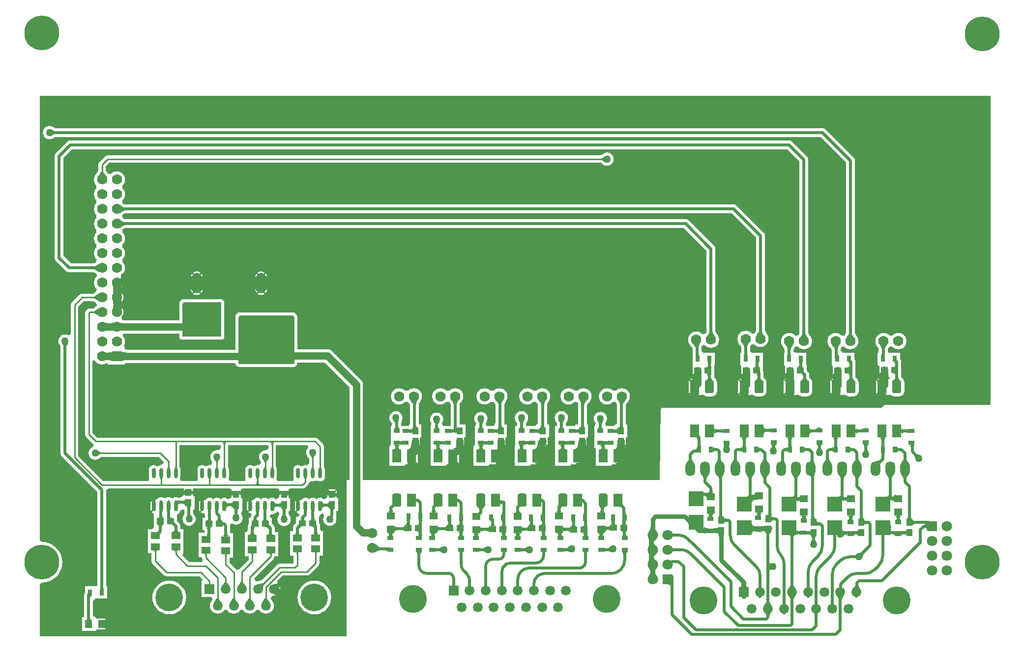
<source format=gtl>
G04*
G04 #@! TF.GenerationSoftware,Altium Limited,Altium Designer,20.1.12 (249)*
G04*
G04 Layer_Physical_Order=1*
G04 Layer_Color=255*
%FSTAX24Y24*%
%MOIN*%
G70*
G04*
G04 #@! TF.SameCoordinates,50E87493-BE94-4217-AE32-DCF7016E3123*
G04*
G04*
G04 #@! TF.FilePolarity,Positive*
G04*
G01*
G75*
%ADD22C,0.0100*%
%ADD24R,0.0315X0.0433*%
%ADD25R,0.0500X0.0550*%
%ADD26R,0.0472X0.0433*%
%ADD27R,0.0591X0.0512*%
%ADD28R,0.0433X0.0472*%
%ADD29O,0.0236X0.0709*%
%ADD30R,0.0591X0.1400*%
%ADD31O,0.0591X0.1400*%
%ADD32R,0.0550X0.0500*%
%ADD33R,0.0433X0.0315*%
%ADD34R,0.0630X0.0900*%
G04:AMPARAMS|DCode=35|XSize=90mil|YSize=63mil|CornerRadius=15.7mil|HoleSize=0mil|Usage=FLASHONLY|Rotation=90.000|XOffset=0mil|YOffset=0mil|HoleType=Round|Shape=RoundedRectangle|*
%AMROUNDEDRECTD35*
21,1,0.0900,0.0315,0,0,90.0*
21,1,0.0585,0.0630,0,0,90.0*
1,1,0.0315,0.0157,0.0293*
1,1,0.0315,0.0157,-0.0293*
1,1,0.0315,-0.0157,-0.0293*
1,1,0.0315,-0.0157,0.0293*
%
%ADD35ROUNDEDRECTD35*%
%ADD36R,0.1024X0.0984*%
%ADD56C,0.0665*%
%ADD63C,0.0200*%
%ADD64C,0.0200*%
%ADD65C,0.0500*%
%ADD66C,0.0300*%
%ADD67R,0.0709X0.0709*%
%ADD68C,0.0709*%
%ADD69C,0.0700*%
%ADD70R,0.0700X0.0700*%
%ADD71R,0.0665X0.0665*%
%ADD72C,0.1874*%
%ADD73C,0.0665*%
%ADD74C,0.1890*%
%ADD75O,0.0660X0.1000*%
%ADD76C,0.0394*%
%ADD77C,0.0500*%
%ADD78C,0.2362*%
G36*
X04475Y0404D02*
X044711Y040429D01*
X044546Y040537D01*
X044529Y040544D01*
X044516Y040549D01*
X044505Y04055D01*
Y04065D01*
X044516Y040651D01*
X044529Y040656D01*
X044546Y040663D01*
X044566Y040674D01*
X044615Y040704D01*
X044711Y040771D01*
X04475Y0408D01*
Y0404D01*
D02*
G37*
G36*
X010715Y039764D02*
X010722Y039748D01*
X010733Y039726D01*
X01077Y039668D01*
X010899Y039487D01*
X010942Y039428D01*
X010382D01*
X010426Y039487D01*
X01061Y039764D01*
X010612Y039774D01*
X010712D01*
X010715Y039764D01*
D02*
G37*
G36*
X011919Y037464D02*
X012076Y037363D01*
X012108Y037347D01*
X012137Y037334D01*
X012164Y037325D01*
X012187Y03732D01*
X012208Y037318D01*
Y037118D01*
X012187Y037116D01*
X012164Y037111D01*
X012137Y037102D01*
X012108Y037089D01*
X012076Y037073D01*
X012003Y03703D01*
X011919Y036972D01*
X011873Y036938D01*
Y037498D01*
X011919Y037464D01*
D02*
G37*
G36*
Y036464D02*
X012076Y036363D01*
X012108Y036347D01*
X012137Y036334D01*
X012164Y036325D01*
X012187Y03632D01*
X012208Y036318D01*
Y036118D01*
X012187Y036116D01*
X012164Y036111D01*
X012137Y036102D01*
X012108Y036089D01*
X012076Y036073D01*
X012003Y03603D01*
X011919Y035972D01*
X011873Y035938D01*
Y036498D01*
X011919Y036464D01*
D02*
G37*
G36*
X010452Y032938D02*
X010406Y032972D01*
X010249Y033073D01*
X010217Y033089D01*
X010187Y033102D01*
X010161Y033111D01*
X010138Y033116D01*
X010117Y033118D01*
Y033318D01*
X010138Y03332D01*
X010161Y033325D01*
X010187Y033334D01*
X010217Y033347D01*
X010249Y033363D01*
X010321Y033406D01*
X010406Y033464D01*
X010452Y033498D01*
Y032938D01*
D02*
G37*
G36*
X010452Y030938D02*
X010394Y030982D01*
X010117Y031166D01*
X010106Y031168D01*
Y031268D01*
X010117Y03127D01*
X010133Y031277D01*
X010154Y031289D01*
X010213Y031325D01*
X010394Y031454D01*
X010452Y031498D01*
Y030938D01*
D02*
G37*
G36*
X010452Y029938D02*
X010394Y029982D01*
X010117Y030166D01*
X010106Y030168D01*
Y030268D01*
X010117Y03027D01*
X010133Y030277D01*
X010154Y030289D01*
X010213Y030325D01*
X010394Y030454D01*
X010452Y030498D01*
Y029938D01*
D02*
G37*
G36*
X011882Y029492D02*
X011895Y029487D01*
X011911Y029483D01*
X011931Y029479D01*
X011954Y029475D01*
X012009Y029471D01*
X012117Y029468D01*
Y028968D01*
X012078Y028968D01*
X011931Y028957D01*
X011911Y028953D01*
X011895Y028949D01*
X011882Y028944D01*
X011873Y028938D01*
Y029498D01*
X011882Y029492D01*
D02*
G37*
G36*
X011452Y028938D02*
X011443Y028944D01*
X01143Y028949D01*
X011413Y028953D01*
X011394Y028957D01*
X011371Y02896D01*
X011316Y028965D01*
X011207Y028968D01*
Y029468D01*
X011247Y029468D01*
X011394Y029479D01*
X011413Y029483D01*
X01143Y029487D01*
X011443Y029492D01*
X011452Y029498D01*
Y028938D01*
D02*
G37*
G36*
X010882Y029492D02*
X010895Y029487D01*
X010911Y029483D01*
X010931Y029479D01*
X010954Y029475D01*
X011009Y029471D01*
X011117Y029468D01*
Y028968D01*
X011078Y028968D01*
X010931Y028957D01*
X010911Y028953D01*
X010895Y028949D01*
X010882Y028944D01*
X010873Y028938D01*
Y029498D01*
X010882Y029492D01*
D02*
G37*
G36*
X070906Y0449D02*
X070906Y023911D01*
X051242D01*
X050967Y02375D01*
Y023911D01*
X048538D01*
X048466Y018811D01*
X028354D01*
Y0253D01*
X028338Y025417D01*
X028293Y025527D01*
X028221Y025621D01*
X028221Y025621D01*
X026271Y027571D01*
X026177Y027643D01*
X026067Y027688D01*
X02595Y027704D01*
X023904D01*
Y0299D01*
X023888Y029978D01*
X023844Y030044D01*
X023744Y030144D01*
X023678Y030188D01*
X0236Y030204D01*
X02D01*
X019922Y030188D01*
X019856Y030144D01*
X019756Y030044D01*
X019712Y029978D01*
X019696Y0299D01*
Y027672D01*
X012513D01*
X012513Y027672D01*
X012422Y027673D01*
X012272Y02768D01*
X012218Y027686D01*
X012212Y027687D01*
Y027768D01*
X012209D01*
X012131Y027925D01*
X012143Y027941D01*
X012198Y028074D01*
X012217Y028218D01*
X012198Y028361D01*
X012143Y028495D01*
X012059Y028604D01*
X01207Y028687D01*
X012073Y0287D01*
X012113Y028764D01*
X012119Y028764D01*
X012119Y028764D01*
X015896D01*
Y02855D01*
X015912Y028472D01*
X015956Y028406D01*
X016022Y028362D01*
X0161Y028346D01*
X01875D01*
X018828Y028362D01*
X018894Y028406D01*
X018938Y028472D01*
X018954Y02855D01*
Y03085D01*
X018954Y03085D01*
X018938Y030928D01*
X018894Y030994D01*
X018844Y031044D01*
X018778Y031088D01*
X0187Y031104D01*
X0162D01*
X016122Y031088D01*
X016056Y031044D01*
X015956Y030944D01*
X015912Y030878D01*
X015896Y0308D01*
Y029672D01*
X012121D01*
X012066Y029673D01*
X012008Y029733D01*
X011983Y029897D01*
X012055Y029991D01*
X012101Y0301D01*
X012116Y030218D01*
X012101Y030335D01*
X012055Y030445D01*
X012014Y030499D01*
X011698Y030183D01*
X011627Y030253D01*
X011802Y030428D01*
X011382Y030428D01*
X011388Y030438D01*
X011393Y030451D01*
X011398Y030467D01*
X011402Y030486D01*
X011405Y030509D01*
X01141Y030565D01*
X011412Y030673D01*
X011834Y030673D01*
X011834Y030763D01*
X011412Y030763D01*
X01141Y030871D01*
X011405Y030927D01*
X011402Y030949D01*
X011398Y030969D01*
X011393Y030985D01*
X011388Y030998D01*
X011382Y031008D01*
X011662Y031218D01*
X011662Y031218D01*
X011662Y031218D01*
X011382Y031428D01*
X011388Y031438D01*
X011393Y031451D01*
X011398Y031467D01*
X011402Y031486D01*
X011405Y031509D01*
X01141Y031565D01*
X011412Y031673D01*
X011834Y031673D01*
X011834Y031763D01*
X011412Y031763D01*
X011412Y031802D01*
X011402Y031949D01*
X011398Y031969D01*
X011393Y031985D01*
X011388Y031998D01*
X011382Y032008D01*
X011802Y032008D01*
X011627Y032183D01*
X011662Y032218D01*
X011627Y032253D01*
X011944Y03257D01*
X011941Y032686D01*
X011948Y032734D01*
X011956Y03275D01*
X012055Y032826D01*
X012143Y032941D01*
X012198Y033074D01*
X012217Y033218D01*
X012198Y033361D01*
X012143Y033495D01*
X012055Y03361D01*
X012044Y033619D01*
Y033817D01*
X012055Y033826D01*
X012143Y033941D01*
X012198Y034074D01*
X012217Y034218D01*
X012198Y034361D01*
X012143Y034495D01*
X012055Y03461D01*
X012044Y034619D01*
Y034817D01*
X012055Y034826D01*
X012143Y034941D01*
X012198Y035074D01*
X012217Y035218D01*
X012198Y035361D01*
X012143Y035495D01*
X012055Y03561D01*
X012044Y035619D01*
X01203Y035648D01*
X012028Y035657D01*
X012036Y035794D01*
X012048Y035814D01*
X012113Y035858D01*
X012174Y035894D01*
X012195Y035904D01*
X012211Y035911D01*
X012219Y035914D01*
X012226Y035915D01*
X012227Y035915D01*
X050107D01*
X051647Y034375D01*
Y028915D01*
X051647Y028913D01*
X051646Y028907D01*
X051643Y028898D01*
X051636Y028882D01*
X051628Y028865D01*
X051545Y028736D01*
X051487Y02872D01*
X05139Y028715D01*
X05138Y028718D01*
X051351Y028731D01*
X051342Y028742D01*
X051227Y02883D01*
X051094Y028886D01*
X05095Y028905D01*
X050806Y028886D01*
X050673Y02883D01*
X050558Y028742D01*
X05047Y028627D01*
X050414Y028494D01*
X050395Y02835D01*
X050414Y028206D01*
X05047Y028073D01*
X050528Y027996D01*
X050537Y027981D01*
X050575Y027938D01*
X050635Y027864D01*
X050678Y027806D01*
X050689Y027787D01*
X050697Y027773D01*
X050697Y027771D01*
Y027473D01*
X050696Y027467D01*
X050696Y027467D01*
X050693D01*
Y027296D01*
X050692Y027295D01*
X050693Y027284D01*
Y027279D01*
X05069Y027265D01*
X050693Y027252D01*
Y026717D01*
X050693Y026633D01*
X050693Y026633D01*
X050708Y026567D01*
X050708D01*
Y026004D01*
X050794Y02609D01*
X050795Y026099D01*
X050803D01*
X05099Y026285D01*
X05106Y026215D01*
X050945Y026099D01*
X051295D01*
X051237Y025878D01*
X051246Y025857D01*
X05122Y025814D01*
X051164Y025599D01*
X050607D01*
X050885Y02532D01*
X050815Y02525D01*
X050435Y025629D01*
Y024671D01*
X050815Y02505D01*
X050885Y02498D01*
X050607Y024701D01*
X051164D01*
X051152Y024696D01*
X051141Y024681D01*
X051131Y024656D01*
X051123Y024621D01*
X05112Y0246D01*
X05125D01*
X051265Y0246D01*
X051422Y024622D01*
X051438Y024603D01*
X051512Y024545D01*
X051599Y024509D01*
X051693Y024497D01*
X052007D01*
X052101Y024509D01*
X052188Y024545D01*
X052262Y024603D01*
X05232Y024677D01*
X052356Y024764D01*
X052368Y024857D01*
Y025443D01*
X052356Y025536D01*
X05232Y025623D01*
X052298Y025651D01*
X052298Y025652D01*
X052293Y025658D01*
X052271Y025686D01*
X052263Y025698D01*
X052254Y025704D01*
X052253Y025706D01*
X052181Y025833D01*
Y026014D01*
X052183Y026024D01*
X052183Y026029D01*
X052184Y026034D01*
X052181Y026048D01*
Y026452D01*
X052184Y026466D01*
X052183Y026471D01*
X052183Y026476D01*
X052181Y026486D01*
Y026633D01*
X052207D01*
Y026821D01*
X05221Y026835D01*
X052207Y026848D01*
Y027467D01*
X051493D01*
Y027467D01*
X051456D01*
X051303Y027581D01*
Y027807D01*
X051303Y02781D01*
X051304Y027821D01*
X051305Y027826D01*
X051308Y027839D01*
X051315Y027857D01*
X051322Y027876D01*
X051363Y027953D01*
X05152Y027978D01*
X05155Y027968D01*
X051558Y027958D01*
X051673Y02787D01*
X051806Y027814D01*
X05195Y027795D01*
X052094Y027814D01*
X052227Y02787D01*
X052342Y027958D01*
X05243Y028073D01*
X052486Y028206D01*
X052505Y02835D01*
X052486Y028494D01*
X05243Y028627D01*
X052402Y028665D01*
X052394Y028681D01*
X052362Y028725D01*
X05231Y028801D01*
X052274Y028862D01*
X052264Y028882D01*
X052257Y028898D01*
X052254Y028907D01*
X052253Y028913D01*
X052253Y028915D01*
Y0345D01*
X052242Y034578D01*
X052212Y034651D01*
X052164Y034714D01*
X050446Y036432D01*
X050383Y03648D01*
X05031Y03651D01*
X050232Y03652D01*
X012227D01*
X012226Y036521D01*
X012219Y036522D01*
X012211Y036524D01*
X012195Y036531D01*
X012177Y03654D01*
X012049Y036623D01*
X012041Y036638D01*
X012032Y036663D01*
X012032Y036774D01*
X012043Y036806D01*
X012048Y036814D01*
X012113Y036858D01*
X012174Y036894D01*
X012195Y036904D01*
X012211Y036911D01*
X012219Y036914D01*
X012226Y036915D01*
X012227Y036915D01*
X053357D01*
X054997Y035275D01*
Y028965D01*
X054997Y028963D01*
X054996Y028957D01*
X054993Y028948D01*
X054986Y028932D01*
X054978Y028915D01*
X054895Y028786D01*
X054837Y02877D01*
X05474Y028765D01*
X05473Y028768D01*
X054701Y028781D01*
X054692Y028792D01*
X054577Y02888D01*
X054444Y028936D01*
X0543Y028955D01*
X054156Y028936D01*
X054023Y02888D01*
X053908Y028792D01*
X05382Y028677D01*
X053764Y028544D01*
X053745Y0284D01*
X053764Y028256D01*
X05382Y028123D01*
X053848Y028085D01*
X053856Y028069D01*
X053888Y028025D01*
X05394Y027949D01*
X053976Y027888D01*
X053986Y027868D01*
X053993Y027852D01*
X053996Y027843D01*
X053997Y027837D01*
X053997Y027835D01*
Y027477D01*
X053996Y027472D01*
X053996Y027467D01*
X053943D01*
Y027279D01*
X05394Y027265D01*
X053943Y027252D01*
Y026633D01*
X053943D01*
X054014Y026567D01*
Y026004D01*
X0541Y02609D01*
X0541Y026099D01*
X054108D01*
X054295Y026285D01*
X054366Y026215D01*
X05425Y026099D01*
X0546D01*
X054514Y025599D01*
X053957D01*
X054235Y02532D01*
X054165Y02525D01*
X053785Y025629D01*
Y024671D01*
X054165Y02505D01*
X054235Y02498D01*
X053957Y024701D01*
X054514D01*
X054502Y024696D01*
X054491Y024681D01*
X054481Y024656D01*
X054473Y024621D01*
X05447Y0246D01*
X0546D01*
X054615Y0246D01*
X054772Y024622D01*
X054788Y024603D01*
X054862Y024545D01*
X054949Y024509D01*
X055043Y024497D01*
X055357D01*
X055451Y024509D01*
X055538Y024545D01*
X055612Y024603D01*
X05567Y024677D01*
X055706Y024764D01*
X055718Y024857D01*
Y025443D01*
X055706Y025536D01*
X05567Y025623D01*
X055648Y025651D01*
X055648Y025652D01*
X055643Y025658D01*
X055621Y025686D01*
X055613Y025698D01*
X055604Y025704D01*
X055597Y025713D01*
X055569Y025736D01*
X055548Y025754D01*
X055532Y02577D01*
X055519Y025784D01*
X055511Y025796D01*
X055506Y025804D01*
X055504Y025807D01*
X055503Y025815D01*
X055503Y025818D01*
Y025828D01*
X055504Y025835D01*
X055503Y025841D01*
Y025844D01*
X055503Y02585D01*
X055503Y02586D01*
Y0261D01*
X055492Y026178D01*
X055486Y026193D01*
Y02644D01*
X055488Y026446D01*
X055487Y026456D01*
X055489Y026465D01*
X055486Y026479D01*
Y026667D01*
X055457D01*
Y026821D01*
X05546Y026835D01*
X055458Y026848D01*
X055459Y026861D01*
X055457Y026864D01*
Y027467D01*
X054743D01*
X054743Y027467D01*
X054603Y027509D01*
Y027835D01*
X054603Y027837D01*
X054604Y027843D01*
X054607Y027852D01*
X054614Y027868D01*
X054622Y027885D01*
X054705Y028014D01*
X054763Y02803D01*
X05486Y028035D01*
X05487Y028032D01*
X054899Y028019D01*
X054908Y028008D01*
X055023Y02792D01*
X055156Y027864D01*
X0553Y027845D01*
X055444Y027864D01*
X055577Y02792D01*
X055692Y028008D01*
X05578Y028123D01*
X055836Y028256D01*
X055855Y0284D01*
X055836Y028544D01*
X05578Y028677D01*
X055752Y028715D01*
X055744Y028731D01*
X055712Y028775D01*
X05566Y028851D01*
X055624Y028912D01*
X055614Y028932D01*
X055607Y028948D01*
X055604Y028957D01*
X055603Y028963D01*
X055603Y028965D01*
Y0354D01*
X055603Y0354D01*
X055592Y035478D01*
X055562Y035551D01*
X055514Y035614D01*
X055514Y035614D01*
X053696Y037432D01*
X053633Y03748D01*
X05356Y03751D01*
X053482Y03752D01*
X012227D01*
X012226Y037521D01*
X012219Y037522D01*
X012211Y037524D01*
X012195Y037531D01*
X012177Y03754D01*
X012049Y037623D01*
X012032Y03768D01*
X012027Y037778D01*
X01203Y037788D01*
X012044Y037817D01*
X012055Y037826D01*
X012143Y037941D01*
X012198Y038074D01*
X012217Y038218D01*
X012198Y038361D01*
X012143Y038495D01*
X012055Y03861D01*
X012044Y038619D01*
Y038817D01*
X012055Y038826D01*
X012143Y038941D01*
X012198Y039074D01*
X012217Y039218D01*
X012198Y039361D01*
X012143Y039495D01*
X012055Y03961D01*
X01194Y039698D01*
X011806Y039754D01*
X011662Y039773D01*
X011519Y039754D01*
X011385Y039698D01*
X01127Y03961D01*
X011262Y039599D01*
X011229Y039585D01*
X011226Y039584D01*
X011066Y039603D01*
X011063Y039607D01*
X010939Y039781D01*
X010917Y039816D01*
Y040107D01*
X011156Y040345D01*
X044466D01*
X044595Y040261D01*
X044628Y040236D01*
X044645Y040228D01*
X044673Y040207D01*
X044783Y040162D01*
X0449Y040146D01*
X045017Y040162D01*
X045127Y040207D01*
X045221Y040279D01*
X045293Y040373D01*
X045338Y040483D01*
X045354Y0406D01*
X045338Y040717D01*
X045293Y040827D01*
X045221Y040921D01*
X045127Y040993D01*
X045017Y041038D01*
X0449Y041054D01*
X044783Y041038D01*
X044673Y040993D01*
X044645Y040972D01*
X044628Y040964D01*
X044592Y040937D01*
X044503Y040875D01*
X044471Y040855D01*
X01105D01*
X010952Y040835D01*
X01087Y04078D01*
X010482Y040393D01*
X010427Y04031D01*
X010407Y040212D01*
Y039827D01*
X010259Y039604D01*
X010219Y03955D01*
X010211Y039533D01*
X010182Y039495D01*
X010127Y039361D01*
X010108Y039218D01*
X010127Y039074D01*
X010182Y038941D01*
X01027Y038826D01*
X010281Y038817D01*
Y038619D01*
X01027Y03861D01*
X010182Y038495D01*
X010127Y038361D01*
X010108Y038218D01*
X010127Y038074D01*
X010182Y037941D01*
X01027Y037826D01*
X010281Y037817D01*
Y037619D01*
X01027Y03761D01*
X010182Y037495D01*
X010127Y037361D01*
X010108Y037218D01*
X010127Y037074D01*
X010182Y036941D01*
X01027Y036826D01*
X010281Y036817D01*
Y036619D01*
X01027Y03661D01*
X010182Y036495D01*
X010127Y036361D01*
X010108Y036218D01*
X010127Y036074D01*
X010182Y035941D01*
X01027Y035826D01*
X010281Y035817D01*
Y035619D01*
X01027Y03561D01*
X010182Y035495D01*
X010127Y035361D01*
X010108Y035218D01*
X010127Y035074D01*
X010182Y034941D01*
X01027Y034826D01*
X010281Y034817D01*
Y034619D01*
X01027Y03461D01*
X010182Y034495D01*
X010127Y034361D01*
X010108Y034218D01*
X010127Y034074D01*
X010182Y033941D01*
X01027Y033826D01*
X010281Y033817D01*
X010294Y033788D01*
X010297Y033779D01*
X010288Y033641D01*
X010276Y033622D01*
X010212Y033578D01*
X010151Y033542D01*
X01013Y033531D01*
X010114Y033524D01*
X010105Y033522D01*
X010099Y033521D01*
X010097Y03352D01*
X008557D01*
X008053Y034025D01*
Y040675D01*
X008625Y041247D01*
X057125D01*
X057947Y040425D01*
Y028815D01*
X057947Y028813D01*
X057946Y028807D01*
X057943Y028798D01*
X057936Y028782D01*
X057928Y028765D01*
X057845Y028636D01*
X057787Y02862D01*
X05769Y028615D01*
X05768Y028618D01*
X057651Y028631D01*
X057642Y028642D01*
X057527Y02873D01*
X057394Y028786D01*
X05725Y028805D01*
X057106Y028786D01*
X056973Y02873D01*
X056858Y028642D01*
X05677Y028527D01*
X056714Y028394D01*
X056695Y02825D01*
X056714Y028106D01*
X05677Y027973D01*
X056798Y027935D01*
X056806Y027919D01*
X056838Y027875D01*
X05689Y027799D01*
X056926Y027738D01*
X056936Y027718D01*
X056943Y027702D01*
X056946Y027693D01*
X056947Y027687D01*
X056947Y027685D01*
Y027477D01*
X056946Y027472D01*
X056946Y027467D01*
X056893D01*
Y027279D01*
X05689Y027265D01*
X056893Y027252D01*
Y026633D01*
X056893D01*
X056964Y026567D01*
Y026004D01*
X05705Y02609D01*
X05705Y026099D01*
X057058D01*
X057245Y026285D01*
X057316Y026215D01*
X0572Y026099D01*
X05755D01*
X057551Y026004D01*
X057573Y025679D01*
X057581Y025644D01*
X057591Y025619D01*
X057602Y025604D01*
X057614Y025599D01*
X057057D01*
X057335Y02532D01*
X057265Y02525D01*
X056885Y025629D01*
Y024671D01*
X057265Y02505D01*
X057335Y02498D01*
X057057Y024701D01*
X057614D01*
X057602Y024696D01*
X057591Y024681D01*
X057581Y024656D01*
X057573Y024621D01*
X05757Y0246D01*
X0577D01*
X057715Y0246D01*
X057872Y024622D01*
X057888Y024603D01*
X057962Y024545D01*
X058049Y024509D01*
X058143Y024497D01*
X058457D01*
X058551Y024509D01*
X058638Y024545D01*
X058712Y024603D01*
X05877Y024677D01*
X058806Y024764D01*
X058818Y024857D01*
Y025443D01*
X058806Y025536D01*
X05877Y025623D01*
X058748Y025651D01*
X058748Y025652D01*
X058743Y025658D01*
X058721Y025686D01*
X058713Y025698D01*
X058704Y025704D01*
X058697Y025713D01*
X058669Y025736D01*
X058648Y025754D01*
X058632Y02577D01*
X058619Y025784D01*
X058611Y025796D01*
X058606Y025804D01*
X058604Y025807D01*
X058603Y025815D01*
X058603Y025818D01*
Y02597D01*
X058592Y026048D01*
X058562Y026121D01*
X058529Y026164D01*
X058518Y026182D01*
X058464Y026238D01*
X058436Y026269D01*
Y02644D01*
X058438Y026446D01*
X058437Y026456D01*
X058439Y026465D01*
X058436Y026479D01*
Y026667D01*
X058407D01*
Y026821D01*
X05841Y026835D01*
X058408Y026848D01*
X058409Y026861D01*
X058407Y026864D01*
Y027467D01*
X057693D01*
X057693Y027467D01*
X057553Y027509D01*
Y027685D01*
X057553Y027687D01*
X057554Y027693D01*
X057557Y027702D01*
X057564Y027718D01*
X057572Y027735D01*
X057655Y027864D01*
X057713Y02788D01*
X05781Y027885D01*
X05782Y027882D01*
X057849Y027869D01*
X057858Y027858D01*
X057973Y02777D01*
X058106Y027714D01*
X05825Y027695D01*
X058394Y027714D01*
X058527Y02777D01*
X058642Y027858D01*
X05873Y027973D01*
X058786Y028106D01*
X058805Y02825D01*
X058786Y028394D01*
X05873Y028527D01*
X058702Y028565D01*
X058694Y028581D01*
X058662Y028625D01*
X05861Y028701D01*
X058574Y028762D01*
X058564Y028782D01*
X058557Y028798D01*
X058554Y028807D01*
X058553Y028813D01*
X058553Y028815D01*
Y04055D01*
X058542Y040628D01*
X058512Y040701D01*
X058464Y040764D01*
X057464Y041764D01*
X057401Y041812D01*
X057328Y041842D01*
X05725Y041853D01*
X0085D01*
X008422Y041842D01*
X008349Y041812D01*
X008286Y041764D01*
X007536Y041014D01*
X007488Y040951D01*
X007458Y040878D01*
X007447Y0408D01*
Y0339D01*
X007458Y033822D01*
X007488Y033749D01*
X007536Y033686D01*
X008218Y033004D01*
X008281Y032956D01*
X008354Y032926D01*
X008432Y032915D01*
X010097D01*
X010099Y032915D01*
X010105Y032914D01*
X010114Y032911D01*
X01013Y032904D01*
X010147Y032896D01*
X010276Y032813D01*
X010293Y032755D01*
X010297Y032658D01*
X010294Y032648D01*
X010281Y032619D01*
X01027Y03261D01*
X010182Y032495D01*
X010127Y032361D01*
X010108Y032218D01*
X010127Y032074D01*
X010182Y031941D01*
X01027Y031826D01*
X010281Y031817D01*
X010296Y031784D01*
X010296Y031782D01*
X010277Y031622D01*
X010274Y031619D01*
X010099Y031495D01*
X010064Y031473D01*
X009318D01*
X00922Y031453D01*
X009138Y031398D01*
X00862Y03088D01*
X008565Y030798D01*
X008545Y0307D01*
Y028713D01*
X008388Y028635D01*
X008377Y028643D01*
X008267Y028688D01*
X00815Y028704D01*
X008033Y028688D01*
X007923Y028643D01*
X007829Y028571D01*
X007757Y028477D01*
X007712Y028367D01*
X007696Y02825D01*
X007712Y028133D01*
X007757Y028023D01*
X007778Y027996D01*
X007785Y02798D01*
X0078Y027959D01*
X007825Y02792D01*
X007832Y027907D01*
X007838Y027895D01*
X007842Y027885D01*
X007844Y027877D01*
X007846Y027872D01*
X007846Y02787D01*
X007846Y02786D01*
X007847Y027856D01*
Y020646D01*
X007858Y020568D01*
X007888Y020495D01*
X007936Y020432D01*
X010347Y018021D01*
Y011659D01*
X010211Y011618D01*
X010194Y011617D01*
X010135Y011617D01*
X009493D01*
Y011198D01*
X009488Y011192D01*
X009458Y011119D01*
X009447Y011041D01*
Y010842D01*
X009447Y010837D01*
X009447Y010835D01*
Y010829D01*
X009447Y010825D01*
X009446Y010787D01*
X009446Y010786D01*
X009446Y010785D01*
X009447Y010778D01*
Y009537D01*
X009446Y009532D01*
X009446Y009525D01*
X0093D01*
Y009337D01*
X009297Y009324D01*
X009299Y009317D01*
X009298Y009309D01*
X0093Y009301D01*
Y008575D01*
X0102Y008575D01*
X010316Y008675D01*
X010357Y008675D01*
X010929D01*
X010615Y00899D01*
X010675Y00905D01*
X010615Y00911D01*
X010929Y009425D01*
X010357D01*
X010316Y009425D01*
X0102Y009525D01*
X010053Y009588D01*
Y010627D01*
X010205Y010783D01*
X010365Y010783D01*
X011007D01*
Y011402D01*
X01101Y011415D01*
X011007Y011429D01*
Y011617D01*
X010954D01*
X010954Y011618D01*
X010953Y011624D01*
Y018146D01*
X011098Y018245D01*
X016196D01*
Y018087D01*
X016199Y018088D01*
X016225Y018098D01*
X016247Y01811D01*
X016265Y018125D01*
X016279Y018142D01*
X016289Y018162D01*
X016295Y018185D01*
X016297Y018211D01*
Y017741D01*
X016295Y017767D01*
X016289Y01779D01*
X016279Y01781D01*
X016265Y017827D01*
X016247Y017842D01*
X016225Y017854D01*
X016199Y017864D01*
X016196Y017865D01*
Y017828D01*
X016096Y017712D01*
Y017712D01*
X015975Y017624D01*
X01587Y017624D01*
X015869Y017623D01*
X015867Y017624D01*
X015818Y017623D01*
X015814Y017626D01*
X015741Y017656D01*
X015662Y017666D01*
X015584Y017656D01*
X015511Y017626D01*
X015412Y017591D01*
X015314Y017626D01*
X015241Y017656D01*
X015162Y017666D01*
X015084Y017656D01*
X015011Y017626D01*
X014948Y017578D01*
X014814Y017626D01*
X014741Y017656D01*
X014662Y017666D01*
X014584Y017656D01*
X014511Y017626D01*
X014448Y017578D01*
X014441Y017571D01*
X014431Y017558D01*
X014376Y017508D01*
X014272Y017506D01*
X014276Y017331D01*
X014191Y017342D01*
X014198Y017335D01*
X014127Y017265D01*
X013977Y017415D01*
X013957Y017385D01*
X01394Y0173D01*
Y016828D01*
X013957Y016742D01*
X013977Y016713D01*
X014127Y016863D01*
X014198Y016792D01*
X014047Y016642D01*
X014077Y016622D01*
X014086Y01662D01*
X014183Y016479D01*
X014176Y016443D01*
X014176D01*
Y016255D01*
X014173Y016241D01*
X014175Y016235D01*
X014174Y016229D01*
X014176Y01622D01*
Y015834D01*
X014174Y015826D01*
X014175Y015819D01*
X014173Y015811D01*
X014176Y015797D01*
Y015609D01*
X014062Y015506D01*
X013767D01*
Y014594D01*
Y013846D01*
X014007D01*
Y013338D01*
X014027Y01324D01*
X014082Y013157D01*
X01487Y01237D01*
X014952Y012314D01*
X01505Y012295D01*
X017254D01*
X017474Y012075D01*
X017422Y011951D01*
X017422D01*
Y010885D01*
X01806D01*
X018145Y010728D01*
X018108Y010672D01*
X01807Y010622D01*
X018062Y010605D01*
X018035Y010569D01*
X017981Y010439D01*
X017963Y0103D01*
X017981Y010161D01*
X018035Y010031D01*
X01812Y00992D01*
X018231Y009835D01*
X018361Y009781D01*
X0185Y009763D01*
X018639Y009781D01*
X018769Y009835D01*
X01888Y00992D01*
X018958Y010022D01*
X019022Y010031D01*
X019069D01*
X019132Y010022D01*
X019211Y00992D01*
X019322Y009835D01*
X019452Y009781D01*
X019591Y009763D01*
X01973Y009781D01*
X019859Y009835D01*
X01997Y00992D01*
X020049Y010022D01*
X020112Y010031D01*
X020159D01*
X020223Y010022D01*
X020301Y00992D01*
X020412Y009835D01*
X020542Y009781D01*
X020681Y009763D01*
X02082Y009781D01*
X02095Y009835D01*
X021061Y00992D01*
X02114Y010022D01*
X021203Y010031D01*
X02125D01*
X021313Y010022D01*
X021392Y00992D01*
X021503Y009835D01*
X021633Y009781D01*
X021772Y009763D01*
X021911Y009781D01*
X02204Y009835D01*
X022152Y00992D01*
X022237Y010031D01*
X022291Y010161D01*
X022309Y0103D01*
X022291Y010439D01*
X022237Y010569D01*
X022209Y010605D01*
X022202Y010621D01*
X022126Y010724D01*
X022093Y01077D01*
X022107Y010876D01*
X02212Y010892D01*
X022263Y010989D01*
X022317Y010982D01*
X022426Y010996D01*
X022365Y011049D01*
X022346Y011062D01*
X02233Y011072D01*
X022315Y011079D01*
X022301Y011084D01*
X02229Y011087D01*
X022425Y011239D01*
X022282Y011383D01*
X022317Y011418D01*
X022282Y011453D01*
X022406Y011578D01*
X022317Y011668D01*
X022341Y011671D01*
X022345Y011673D01*
X02227Y011747D01*
X022323Y011756D01*
X022456Y011783D01*
X022492Y011794D01*
X022552Y011816D01*
X022557Y011819D01*
X022539Y011897D01*
X022541Y011964D01*
X022922Y012345D01*
X02455D01*
X024648Y012364D01*
X02473Y01242D01*
X02533Y01302D01*
X025385Y013102D01*
X025405Y0132D01*
Y013694D01*
X025645D01*
Y014442D01*
Y015132D01*
X025648Y015142D01*
X025647Y015147D01*
X025648Y015153D01*
X025645Y015166D01*
Y015354D01*
X025545D01*
X025463Y015471D01*
X025454Y015492D01*
X025453Y015525D01*
Y0157D01*
X025442Y015778D01*
X025412Y015851D01*
X025386Y015885D01*
Y016092D01*
X025388Y016099D01*
X025387Y016107D01*
X025389Y016115D01*
X025386Y016129D01*
Y016317D01*
X025386Y016317D01*
X025375Y016364D01*
X025394Y016401D01*
X0255Y016513D01*
X025533Y016518D01*
X02561Y01655D01*
X025639Y016572D01*
X025752Y01646D01*
X025707Y016401D01*
X025662Y016292D01*
X025646Y016174D01*
X025662Y016057D01*
X025707Y015947D01*
X025779Y015853D01*
X025873Y015781D01*
X025983Y015736D01*
X0261Y01572D01*
X026217Y015736D01*
X026327Y015781D01*
X026421Y015853D01*
X026493Y015947D01*
X026538Y016057D01*
X026554Y016174D01*
X026538Y016292D01*
X026533Y016305D01*
X026542Y016327D01*
X026553Y016405D01*
Y016703D01*
X026554Y016709D01*
X026554Y016714D01*
X026667D01*
Y016901D01*
X026669Y016915D01*
X026667Y016924D01*
X026668Y016934D01*
X026667Y01694D01*
Y017586D01*
X026567D01*
Y017708D01*
X026563Y017707D01*
X026537Y0177D01*
X026515Y017691D01*
X026497Y01768D01*
X026483Y017667D01*
X026473Y017651D01*
X026467Y017634D01*
X026465Y017615D01*
Y018014D01*
X026285Y017834D01*
X02625Y01787D01*
X026215Y017834D01*
X026035Y018014D01*
X026036Y017676D01*
X026034Y017714D01*
X026028Y017748D01*
X026018Y017778D01*
X026003Y017804D01*
X025985Y017826D01*
X025963Y017844D01*
X025937Y017858D01*
X025933Y017859D01*
Y017702D01*
X025833Y017586D01*
X025727Y01753D01*
X025709Y017525D01*
X025677Y017527D01*
X025674Y017529D01*
X025669Y017536D01*
X025654Y017545D01*
X025637Y017558D01*
X025631Y017562D01*
X02563Y017563D01*
X02561Y017578D01*
X025533Y01761D01*
X02545Y017621D01*
X025367Y01761D01*
X02529Y017578D01*
X0252Y017537D01*
X02511Y017578D01*
X025033Y01761D01*
X02495Y017621D01*
X024867Y01761D01*
X02479Y017578D01*
X0247Y017537D01*
X02461Y017578D01*
X024533Y01761D01*
X02445Y017621D01*
X024367Y01761D01*
X02429Y017578D01*
X024241Y017541D01*
X024133Y017473D01*
X024052Y0175D01*
X024061Y017339D01*
X024064Y017331D01*
X023981D01*
X023915Y017265D01*
X023849Y017331D01*
X023836D01*
X023839Y017339D01*
X023839Y01734D01*
X023764Y017415D01*
X023745Y017385D01*
X023728Y0173D01*
Y016828D01*
X023745Y016742D01*
X023764Y016713D01*
X023915Y016863D01*
X023985Y016792D01*
X023835Y016642D01*
X023865Y016622D01*
X02395Y016605D01*
X023956Y016606D01*
X024033Y01647D01*
X024034Y016461D01*
X023988Y016401D01*
X023958Y016328D01*
X023956Y016317D01*
X023814D01*
Y016058D01*
X023813Y016055D01*
X023814Y016042D01*
X023811Y01603D01*
X023814Y016016D01*
Y015926D01*
X023766Y015867D01*
X023726Y015826D01*
X023723Y015821D01*
X023686Y015784D01*
X023638Y015721D01*
X023608Y015648D01*
X023597Y01557D01*
Y015369D01*
X023596Y015365D01*
X023596Y015358D01*
X023595Y015358D01*
X023585Y015356D01*
X023405D01*
Y015168D01*
X023402Y015155D01*
X023403Y015149D01*
X023402Y015144D01*
X023405Y015134D01*
Y014444D01*
Y013696D01*
X023645D01*
Y013156D01*
X023644Y013155D01*
X022708D01*
X022611Y013135D01*
X022528Y01308D01*
X021457Y012009D01*
X021212Y011958D01*
X02115Y011949D01*
X021141Y011946D01*
X021106Y011965D01*
X021Y012052D01*
X020992Y012181D01*
X02228Y01347D01*
X022336Y013552D01*
X022354Y013644D01*
X022595D01*
Y014392D01*
Y015304D01*
X022386D01*
X022381Y015305D01*
X022374Y015306D01*
X022373Y015313D01*
X022372Y015318D01*
Y01555D01*
X022362Y015628D01*
X022332Y015701D01*
X022284Y015764D01*
X022278Y01577D01*
X022275Y015774D01*
X02221Y015843D01*
X022191Y015866D01*
X022186Y015873D01*
Y015881D01*
X022188Y015889D01*
X022186Y015896D01*
Y016044D01*
X022189Y016053D01*
X022188Y016059D01*
X022189Y016065D01*
X022186Y016079D01*
Y016267D01*
X022084D01*
X022037Y016424D01*
X022046Y016435D01*
X022167Y016511D01*
X0222Y016507D01*
X022283Y016518D01*
X02236Y01655D01*
X022427Y016601D01*
X022457Y01664D01*
X02254Y016688D01*
X022631Y01665D01*
X022666Y016542D01*
X022675Y016484D01*
X022674Y016478D01*
X02265Y016441D01*
X022635Y01642D01*
X022628Y016404D01*
X022607Y016377D01*
X022562Y016267D01*
X022546Y01615D01*
X022562Y016033D01*
X022607Y015923D01*
X022679Y015829D01*
X022773Y015757D01*
X022883Y015712D01*
X023Y015696D01*
X023117Y015712D01*
X023227Y015757D01*
X023321Y015829D01*
X023393Y015923D01*
X023438Y016033D01*
X023454Y01615D01*
X023438Y016267D01*
X023393Y016377D01*
X023372Y016404D01*
X023365Y01642D01*
X02335Y016441D01*
X023325Y01648D01*
X023318Y016493D01*
X023312Y016505D01*
X023308Y016515D01*
X023306Y016523D01*
X023304Y016528D01*
X023304Y01653D01*
X023304Y01654D01*
X023303Y016544D01*
Y016703D01*
X023304Y016709D01*
X023304Y016714D01*
X023417D01*
Y016901D01*
X023419Y016915D01*
X023417Y016924D01*
X023418Y016934D01*
X023417Y01694D01*
Y017586D01*
X023317D01*
Y017859D01*
X023313Y017858D01*
X023287Y017844D01*
X023265Y017826D01*
X023247Y017804D01*
X023232Y017778D01*
X023222Y017748D01*
X023216Y017714D01*
X023214Y017676D01*
X023215Y018085D01*
X023217Y018083D01*
X023223Y018082D01*
X023233Y01808D01*
X023265Y018078D01*
X023317Y018077D01*
Y018186D01*
X02345Y018245D01*
X02425D01*
X024348Y018264D01*
X02443Y01832D01*
X02463Y01852D01*
X024685Y018602D01*
X024695Y018649D01*
X02471Y018669D01*
X024804Y018728D01*
X024862Y018744D01*
X024867Y018742D01*
X02495Y018731D01*
X025033Y018742D01*
X02511Y018774D01*
X0252Y018815D01*
X02529Y018774D01*
X025367Y018742D01*
X02545Y018731D01*
X025533Y018742D01*
X02561Y018774D01*
X025677Y018825D01*
X025728Y018892D01*
X02576Y018969D01*
X025771Y019052D01*
Y019524D01*
X02576Y019607D01*
X025751Y01963D01*
X025751Y019631D01*
X025749Y019634D01*
X025743Y019648D01*
X025741Y019661D01*
X025733Y019673D01*
X025728Y019685D01*
X025722Y019692D01*
X025717Y019703D01*
X025711Y019712D01*
X025709Y019715D01*
X025707Y019718D01*
X025706Y01972D01*
X025705Y019722D01*
X025705Y019724D01*
Y0211D01*
X025686Y021198D01*
X02563Y02128D01*
X02528Y02163D01*
X025198Y021686D01*
X0251Y021705D01*
X010356D01*
X010023Y022038D01*
Y026913D01*
X01018Y026945D01*
X010182Y026941D01*
X01027Y026826D01*
X010385Y026737D01*
X010519Y026682D01*
X010662Y026663D01*
X010806Y026682D01*
X01094Y026737D01*
X010955Y026749D01*
X010979Y026745D01*
X011112Y026668D01*
Y026668D01*
X011284D01*
X011287Y026667D01*
X0113Y026668D01*
X011314Y026665D01*
X011327Y026668D01*
X011997D01*
X012011Y026665D01*
X012025Y026668D01*
X012038Y026667D01*
X012041Y026668D01*
X012212D01*
Y026749D01*
X012214Y026749D01*
X012424Y026763D01*
X012513Y026764D01*
X012513Y026764D01*
X019545D01*
X019696Y02675D01*
X019712Y026672D01*
X019756Y026606D01*
X019806Y026556D01*
X019872Y026512D01*
X01995Y026496D01*
X02365D01*
X02365Y026496D01*
X023728Y026512D01*
X023794Y026556D01*
X023844Y026606D01*
X023888Y026672D01*
X023904Y02675D01*
Y026796D01*
X025762D01*
X027446Y025112D01*
Y018811D01*
X027247D01*
X027247Y008211D01*
X006447D01*
Y011759D01*
X006563Y011866D01*
X006575Y011865D01*
X006792Y011882D01*
X007003Y011932D01*
X007204Y012016D01*
X007389Y012129D01*
X007554Y01227D01*
X007696Y012436D01*
X007809Y012621D01*
X007892Y012822D01*
X007943Y013033D01*
X00796Y01325D01*
X007943Y013467D01*
X007892Y013678D01*
X007809Y013879D01*
X007696Y014064D01*
X007554Y01423D01*
X007389Y014371D01*
X007204Y014484D01*
X007003Y014568D01*
X006792Y014618D01*
X006575Y014635D01*
X006563Y014634D01*
X006447Y014741D01*
X006447Y0449D01*
X070906Y0449D01*
D02*
G37*
G36*
X055402Y028925D02*
X055407Y028901D01*
X055416Y028875D01*
X055429Y028846D01*
X055445Y028814D01*
X055488Y028741D01*
X055546Y028657D01*
X05558Y02861D01*
X05502D01*
X055054Y028657D01*
X055155Y028814D01*
X055171Y028846D01*
X055184Y028875D01*
X055193Y028901D01*
X055198Y028925D01*
X0552Y028945D01*
X0554D01*
X055402Y028925D01*
D02*
G37*
G36*
X052052Y028875D02*
X052057Y028851D01*
X052066Y028825D01*
X052079Y028796D01*
X052095Y028764D01*
X052138Y028691D01*
X052196Y028607D01*
X05223Y02856D01*
X05167D01*
X051704Y028607D01*
X051805Y028764D01*
X051821Y028796D01*
X051834Y028825D01*
X051843Y028851D01*
X051848Y028875D01*
X05185Y028895D01*
X05205D01*
X052052Y028875D01*
D02*
G37*
G36*
X01875Y03085D02*
Y02855D01*
X0161D01*
Y0308D01*
X0162Y0309D01*
X0187D01*
X01875Y03085D01*
D02*
G37*
G36*
X058352Y028775D02*
X058357Y028751D01*
X058366Y028725D01*
X058379Y028696D01*
X058395Y028664D01*
X058438Y028591D01*
X058496Y028507D01*
X05853Y02846D01*
X05797D01*
X058004Y028507D01*
X058105Y028664D01*
X058121Y028696D01*
X058134Y028725D01*
X058143Y028751D01*
X058148Y028775D01*
X05815Y028795D01*
X05835D01*
X058352Y028775D01*
D02*
G37*
G36*
X008331Y028074D02*
X008299Y028023D01*
X008286Y027999D01*
X008275Y027976D01*
X008266Y027954D01*
X008259Y027932D01*
X008254Y027911D01*
X008251Y02789D01*
X00825Y027871D01*
X00805D01*
X008049Y02789D01*
X008046Y027911D01*
X008041Y027932D01*
X008034Y027954D01*
X008025Y027976D01*
X008014Y027999D01*
X008001Y028023D01*
X007969Y028074D01*
X00795Y0281D01*
X00835D01*
X008331Y028074D01*
D02*
G37*
G36*
X054546Y028143D02*
X054445Y027986D01*
X054429Y027954D01*
X054416Y027925D01*
X054407Y027899D01*
X054402Y027875D01*
X0544Y027855D01*
X0542D01*
X054198Y027875D01*
X054193Y027899D01*
X054184Y027925D01*
X054171Y027954D01*
X054155Y027986D01*
X054112Y028059D01*
X054054Y028143D01*
X05402Y02819D01*
X05458D01*
X054546Y028143D01*
D02*
G37*
G36*
X05122Y028119D02*
X051137Y027961D01*
X051124Y027928D01*
X051113Y027898D01*
X051106Y027871D01*
X051101Y027846D01*
X0511Y027824D01*
X0509Y027794D01*
X050898Y027813D01*
X050892Y027835D01*
X050881Y02786D01*
X050866Y027888D01*
X050848Y027919D01*
X050797Y027989D01*
X05073Y02807D01*
X05069Y028116D01*
X051248Y028166D01*
X05122Y028119D01*
D02*
G37*
G36*
X057496Y027993D02*
X057395Y027836D01*
X057379Y027804D01*
X057366Y027775D01*
X057357Y027749D01*
X057352Y027725D01*
X05735Y027705D01*
X05715D01*
X057148Y027725D01*
X057143Y027749D01*
X057134Y027775D01*
X057121Y027804D01*
X057105Y027836D01*
X057062Y027909D01*
X057004Y027993D01*
X05697Y02804D01*
X05753D01*
X057496Y027993D01*
D02*
G37*
G36*
X011314Y026869D02*
X011309Y026888D01*
X011294Y026905D01*
X011269Y026919D01*
X011234Y026932D01*
X011189Y026943D01*
X011134Y026952D01*
X011069Y026959D01*
X011003Y026962D01*
X010931Y026957D01*
X010911Y026953D01*
X010895Y026949D01*
X010882Y026944D01*
X010873Y026938D01*
Y026967D01*
X010814Y026968D01*
Y027468D01*
X010873Y027469D01*
Y027498D01*
X010882Y027492D01*
X010895Y027487D01*
X010911Y027483D01*
X010931Y027479D01*
X010954Y027475D01*
X010977Y027473D01*
X011134Y027484D01*
X011189Y027493D01*
X011234Y027503D01*
X011269Y027516D01*
X011294Y027531D01*
X011309Y027548D01*
X011314Y027567D01*
Y026869D01*
D02*
G37*
G36*
X057351Y027427D02*
X057355Y027363D01*
X057359Y027337D01*
X057364Y027315D01*
X05737Y027297D01*
X057378Y027283D01*
X057386Y027273D01*
X057396Y027267D01*
X057406Y027265D01*
X057094D01*
X057104Y027267D01*
X057114Y027273D01*
X057122Y027283D01*
X05713Y027297D01*
X057136Y027315D01*
X057141Y027337D01*
X057145Y027363D01*
X057148Y027393D01*
X05715Y027465D01*
X05735D01*
X057351Y027427D01*
D02*
G37*
G36*
X054401D02*
X054405Y027363D01*
X054409Y027337D01*
X054414Y027315D01*
X05442Y027297D01*
X054428Y027283D01*
X054436Y027273D01*
X054446Y027267D01*
X054456Y027265D01*
X054144D01*
X054154Y027267D01*
X054164Y027273D01*
X054172Y027283D01*
X05418Y027297D01*
X054186Y027315D01*
X054191Y027337D01*
X054195Y027363D01*
X054198Y027393D01*
X0542Y027465D01*
X0544D01*
X054401Y027427D01*
D02*
G37*
G36*
X051101D02*
X051104Y027393D01*
X05111Y027363D01*
X051117Y027337D01*
X051127Y027315D01*
X051138Y027297D01*
X051152Y027283D01*
X051168Y027273D01*
X051186Y027267D01*
X051206Y027265D01*
X050894D01*
X050895Y027267D01*
X050896Y027273D01*
X050897Y027283D01*
X050899Y027337D01*
X0509Y027465D01*
X0511D01*
X051101Y027427D01*
D02*
G37*
G36*
X012016Y027548D02*
X012031Y027531D01*
X012056Y027516D01*
X012091Y027503D01*
X012136Y027493D01*
X012191Y027484D01*
X012256Y027477D01*
X012416Y027469D01*
X012511Y027468D01*
Y026968D01*
X012416Y026967D01*
X012191Y026952D01*
X012136Y026943D01*
X012091Y026932D01*
X012056Y026919D01*
X012031Y026905D01*
X012016Y026888D01*
X012011Y026869D01*
Y027567D01*
X012016Y027548D01*
D02*
G37*
G36*
X0237Y0299D02*
Y02675D01*
X02365Y0267D01*
X01995D01*
X0199Y02675D01*
Y0299D01*
X02Y03D01*
X0236D01*
X0237Y0299D01*
D02*
G37*
G36*
X058191Y026833D02*
X058177Y026827D01*
X058165Y026817D01*
X058154Y026803D01*
X058145Y026785D01*
X058138Y026763D01*
X058132Y026737D01*
X058128Y026707D01*
X058126Y026673D01*
X058125Y026652D01*
X058126Y026627D01*
X058129Y026593D01*
X058135Y026563D01*
X058143Y026537D01*
X058153Y026515D01*
X058165Y026497D01*
X058179Y026483D01*
X058195Y026473D01*
X058214Y026467D01*
X058235Y026465D01*
X057765D01*
X057795Y026467D01*
X057823Y026473D01*
X057847Y026483D01*
X057867Y026497D01*
X057885Y026515D01*
X057899Y026537D01*
X057911Y026563D01*
X057919Y026593D01*
X057923Y026627D01*
X057925Y02666D01*
X057925Y026673D01*
X057917Y026785D01*
X057914Y026803D01*
X05791Y026817D01*
X057905Y026827D01*
X0579Y026833D01*
X057894Y026835D01*
X058206D01*
X058191Y026833D01*
D02*
G37*
G36*
X055241D02*
X055227Y026827D01*
X055215Y026817D01*
X055204Y026803D01*
X055195Y026785D01*
X055188Y026763D01*
X055182Y026737D01*
X055178Y026707D01*
X055176Y026673D01*
X055175Y026652D01*
X055176Y026627D01*
X055179Y026593D01*
X055185Y026563D01*
X055193Y026537D01*
X055203Y026515D01*
X055215Y026497D01*
X055229Y026483D01*
X055245Y026473D01*
X055264Y026467D01*
X055285Y026465D01*
X054815D01*
X054845Y026467D01*
X054873Y026473D01*
X054897Y026483D01*
X054917Y026497D01*
X054935Y026515D01*
X054949Y026537D01*
X054961Y026563D01*
X054969Y026593D01*
X054973Y026627D01*
X054975Y02666D01*
X054975Y026673D01*
X054967Y026785D01*
X054964Y026803D01*
X05496Y026817D01*
X054955Y026827D01*
X05495Y026833D01*
X054944Y026835D01*
X055256D01*
X055241Y026833D01*
D02*
G37*
G36*
X051996D02*
X051986Y026827D01*
X051978Y026817D01*
X05197Y026803D01*
X051964Y026785D01*
X051959Y026763D01*
X051955Y026737D01*
X051952Y026707D01*
X05195Y026641D01*
X05195Y026627D01*
X051957Y026515D01*
X051961Y026497D01*
X051965Y026483D01*
X051969Y026473D01*
X051974Y026467D01*
X05198Y026465D01*
X05155Y026464D01*
X051588Y026466D01*
X051622Y026472D01*
X051652Y026482D01*
X051678Y026497D01*
X0517Y026515D01*
X051718Y026537D01*
X051732Y026563D01*
X051742Y026593D01*
X051748Y026627D01*
X05175Y026659D01*
X051749Y026673D01*
X051745Y026737D01*
X051741Y026763D01*
X051736Y026785D01*
X05173Y026803D01*
X051722Y026817D01*
X051714Y026827D01*
X051704Y026833D01*
X051694Y026835D01*
X052006D01*
X051996Y026833D01*
D02*
G37*
G36*
X058232Y026223D02*
X058232Y026213D01*
X058236Y026201D01*
X058244Y026186D01*
X058256Y026169D01*
X058271Y026149D01*
X058313Y0261D01*
X058371Y02604D01*
X058229Y025899D01*
X058198Y02593D01*
X058101Y026014D01*
X058083Y026026D01*
X058068Y026034D01*
X058056Y026038D01*
X058047Y026038D01*
X05804Y026035D01*
X058235Y02623D01*
X058232Y026223D01*
D02*
G37*
G36*
X055285Y026035D02*
X0553Y025835D01*
X0551D01*
X055098Y025873D01*
X055092Y025907D01*
X055082Y025937D01*
X055068Y025963D01*
X05505Y025985D01*
X055028Y026003D01*
X055002Y026017D01*
X054972Y026028D01*
X054938Y026034D01*
X0549Y026036D01*
X055285Y026035D01*
D02*
G37*
G36*
X05198D02*
X051974Y026033D01*
X051969Y026027D01*
X051965Y026017D01*
X051961Y026003D01*
X051957Y025985D01*
X051955Y025963D01*
X051951Y025907D01*
X05195Y025835D01*
X05175D01*
X051748Y025873D01*
X051742Y025907D01*
X051732Y025937D01*
X051718Y025963D01*
X0517Y025985D01*
X051678Y026003D01*
X051652Y026018D01*
X051622Y026028D01*
X051588Y026034D01*
X05155Y026036D01*
X05198Y026035D01*
D02*
G37*
G36*
X058402Y025777D02*
X058407Y025753D01*
X058415Y025729D01*
X058427Y025705D01*
X058442Y02568D01*
X058461Y025656D01*
X058483Y025631D01*
X058508Y025605D01*
X058537Y02558D01*
X058569Y025554D01*
X058031D01*
X058063Y02558D01*
X058117Y025631D01*
X058139Y025656D01*
X058158Y02568D01*
X058173Y025705D01*
X058185Y025729D01*
X058193Y025753D01*
X058198Y025777D01*
X0582Y0258D01*
X0584D01*
X058402Y025777D01*
D02*
G37*
G36*
X055302D02*
X055307Y025753D01*
X055315Y025729D01*
X055327Y025705D01*
X055342Y02568D01*
X055361Y025656D01*
X055383Y025631D01*
X055408Y025605D01*
X055437Y02558D01*
X055469Y025554D01*
X054931D01*
X054963Y02558D01*
X055017Y025631D01*
X055039Y025656D01*
X055058Y02568D01*
X055073Y025705D01*
X055085Y025729D01*
X055093Y025753D01*
X055098Y025777D01*
X0551Y0258D01*
X0553D01*
X055302Y025777D01*
D02*
G37*
G36*
X051952D02*
X051957Y025753D01*
X051965Y025729D01*
X051977Y025705D01*
X051992Y02568D01*
X052011Y025656D01*
X052033Y025631D01*
X052058Y025605D01*
X052087Y02558D01*
X052119Y025554D01*
X051581D01*
X051613Y02558D01*
X051667Y025631D01*
X051689Y025656D01*
X051708Y02568D01*
X051723Y025705D01*
X051735Y025729D01*
X051743Y025753D01*
X051748Y025777D01*
X05175Y0258D01*
X05195D01*
X051952Y025777D01*
D02*
G37*
G36*
X062235Y022044D02*
X062233Y022045D01*
X062227Y022046D01*
X062217Y022047D01*
X062163Y022049D01*
X062035Y02205D01*
Y02225D01*
X062073Y022251D01*
X062107Y022254D01*
X062137Y02226D01*
X062163Y022267D01*
X062185Y022277D01*
X062203Y022288D01*
X062217Y022302D01*
X062227Y022318D01*
X062233Y022336D01*
X062235Y022356D01*
Y022044D01*
D02*
G37*
G36*
X059085D02*
X059083Y022045D01*
X059077Y022046D01*
X059067Y022047D01*
X059013Y022049D01*
X058885Y02205D01*
Y02225D01*
X058923Y022251D01*
X058957Y022254D01*
X058987Y02226D01*
X059013Y022267D01*
X059035Y022277D01*
X059053Y022288D01*
X059067Y022302D01*
X059077Y022318D01*
X059083Y022336D01*
X059085Y022356D01*
Y022044D01*
D02*
G37*
G36*
X055985D02*
X055983Y022054D01*
X055977Y022064D01*
X055967Y022072D01*
X055953Y02208D01*
X055935Y022086D01*
X055913Y022091D01*
X055887Y022095D01*
X055857Y022098D01*
X055785Y0221D01*
Y0223D01*
X055823Y022301D01*
X055887Y022305D01*
X055913Y022309D01*
X055935Y022314D01*
X055953Y02232D01*
X055967Y022328D01*
X055977Y022336D01*
X055983Y022346D01*
X055985Y022356D01*
Y022044D01*
D02*
G37*
G36*
X065335Y021994D02*
X065333Y022004D01*
X065327Y022014D01*
X065317Y022022D01*
X065303Y02203D01*
X065285Y022036D01*
X065263Y022041D01*
X065237Y022045D01*
X065207Y022048D01*
X065135Y02205D01*
Y02225D01*
X065173Y022251D01*
X065237Y022255D01*
X065263Y022259D01*
X065285Y022264D01*
X065303Y02227D01*
X065317Y022278D01*
X065327Y022286D01*
X065333Y022296D01*
X065335Y022306D01*
Y021994D01*
D02*
G37*
G36*
X052785D02*
X052783Y022004D01*
X052777Y022014D01*
X052767Y022022D01*
X052753Y02203D01*
X052735Y022036D01*
X052713Y022041D01*
X052687Y022045D01*
X052657Y022048D01*
X052585Y02205D01*
Y02225D01*
X052623Y022251D01*
X052687Y022255D01*
X052713Y022259D01*
X052735Y022264D01*
X052753Y02227D01*
X052767Y022278D01*
X052777Y022286D01*
X052783Y022296D01*
X052785Y022306D01*
Y021994D01*
D02*
G37*
G36*
X055515Y022462D02*
X055521Y022428D01*
X055531Y022398D01*
X055545Y022372D01*
X055563Y02235D01*
X055585Y022332D01*
X055611Y022318D01*
X055641Y022308D01*
X055676Y022302D01*
X055714Y0223D01*
Y0221D01*
X055676Y022098D01*
X055641Y022092D01*
X055611Y022082D01*
X055585Y022068D01*
X055563Y02205D01*
X055545Y022028D01*
X055531Y022002D01*
X055521Y021972D01*
X055515Y021938D01*
X055513Y0219D01*
Y0225D01*
X055515Y022462D01*
D02*
G37*
G36*
X064865Y022412D02*
X064871Y022378D01*
X064881Y022348D01*
X064895Y022322D01*
X064913Y0223D01*
X064935Y022282D01*
X064961Y022268D01*
X064991Y022258D01*
X065026Y022252D01*
X065064Y02225D01*
Y02205D01*
X065026Y022048D01*
X064991Y022042D01*
X064961Y022032D01*
X064935Y022018D01*
X064913Y022D01*
X064895Y021978D01*
X064881Y021952D01*
X064871Y021922D01*
X064865Y021888D01*
X064863Y02185D01*
Y02245D01*
X064865Y022412D01*
D02*
G37*
G36*
X061765D02*
X061771Y022378D01*
X061781Y022348D01*
X061795Y022322D01*
X061813Y0223D01*
X061835Y022282D01*
X061861Y022268D01*
X061891Y022258D01*
X061926Y022252D01*
X061964Y02225D01*
Y02205D01*
X061926Y022048D01*
X061891Y022042D01*
X061861Y022032D01*
X061835Y022018D01*
X061813Y022D01*
X061795Y021978D01*
X061781Y021952D01*
X061771Y021922D01*
X061765Y021888D01*
X061763Y02185D01*
Y02245D01*
X061765Y022412D01*
D02*
G37*
G36*
X058615D02*
X058621Y022378D01*
X058631Y022348D01*
X058645Y022322D01*
X058663Y0223D01*
X058685Y022282D01*
X058711Y022268D01*
X058741Y022258D01*
X058776Y022252D01*
X058814Y02225D01*
Y02205D01*
X058776Y022048D01*
X058741Y022042D01*
X058711Y022032D01*
X058685Y022018D01*
X058663Y022D01*
X058645Y021978D01*
X058631Y021952D01*
X058621Y021922D01*
X058615Y021888D01*
X058613Y02185D01*
Y02245D01*
X058615Y022412D01*
D02*
G37*
G36*
X052165D02*
X052171Y022378D01*
X052181Y022348D01*
X052195Y022322D01*
X052213Y0223D01*
X052235Y022282D01*
X052261Y022268D01*
X052291Y022258D01*
X052326Y022252D01*
X052364Y02225D01*
Y02205D01*
X052326Y022048D01*
X052291Y022042D01*
X052261Y022032D01*
X052235Y022018D01*
X052213Y022D01*
X052195Y021978D01*
X052181Y021952D01*
X052171Y021922D01*
X052165Y021888D01*
X052163Y02185D01*
Y02245D01*
X052165Y022412D01*
D02*
G37*
G36*
X063864Y021701D02*
X063833Y021699D01*
X063805Y021693D01*
X06378Y021683D01*
X063759Y021669D01*
X063741Y021651D01*
X063726Y021629D01*
X063715Y021603D01*
X063707Y021573D01*
X063702Y021539D01*
X0637Y021501D01*
X0635D01*
X063498Y021539D01*
X063492Y021574D01*
X063482Y021604D01*
X063468Y02163D01*
X06345Y021652D01*
X063428Y02167D01*
X063402Y021684D01*
X063372Y021694D01*
X063338Y0217D01*
X0633Y021702D01*
X063864Y021701D01*
D02*
G37*
G36*
X060662Y0217D02*
X060628Y021694D01*
X060598Y021684D01*
X060572Y02167D01*
X06055Y021652D01*
X060532Y02163D01*
X060518Y021604D01*
X060508Y021574D01*
X060502Y021539D01*
X0605Y021501D01*
X0603D01*
X060298Y021539D01*
X060293Y021573D01*
X060285Y021603D01*
X060274Y021629D01*
X060259Y021651D01*
X060241Y021669D01*
X06022Y021683D01*
X060195Y021693D01*
X060167Y021699D01*
X060136Y021701D01*
X0607Y021702D01*
X060662Y0217D01*
D02*
G37*
G36*
X057554Y0217D02*
X05752Y021694D01*
X05749Y021684D01*
X057464Y02167D01*
X057442Y021652D01*
X057424Y02163D01*
X05741Y021604D01*
X0574Y021574D01*
X057394Y021539D01*
X057392Y021501D01*
X057192D01*
X05719Y021539D01*
X057184Y021574D01*
X057174Y021604D01*
X05716Y02163D01*
X057142Y021652D01*
X05712Y02167D01*
X057094Y021684D01*
X057064Y021694D01*
X05703Y0217D01*
X056992Y021702D01*
X057592D01*
X057554Y0217D01*
D02*
G37*
G36*
X054462D02*
X054428Y021694D01*
X054398Y021684D01*
X054372Y02167D01*
X05435Y021652D01*
X054332Y02163D01*
X054318Y021604D01*
X054308Y021574D01*
X054302Y021539D01*
X0543Y021501D01*
X0541D01*
X054098Y021539D01*
X054092Y021574D01*
X054082Y021604D01*
X054068Y02163D01*
X05405Y021652D01*
X054028Y02167D01*
X054002Y021684D01*
X053972Y021694D01*
X053938Y0217D01*
X0539Y021702D01*
X0545D01*
X054462Y0217D01*
D02*
G37*
G36*
X051164Y021701D02*
X05118Y021699D01*
X051195Y021693D01*
X051208Y021683D01*
X051219Y021669D01*
X051228Y021651D01*
X051236Y021629D01*
X051242Y021603D01*
X051247Y021573D01*
X051249Y021539D01*
X05125Y021501D01*
X05105D01*
X051048Y021539D01*
X051042Y021573D01*
X051032Y021603D01*
X051018Y02163D01*
X051Y021652D01*
X050978Y02167D01*
X050952Y021684D01*
X050922Y021694D01*
X050888Y0217D01*
X05085Y021702D01*
X051164Y021701D01*
D02*
G37*
G36*
X0224Y0214D02*
X022371Y021398D01*
X022346Y021392D01*
X022324Y021382D01*
X022304Y021368D01*
X022287Y02135D01*
X022274Y021328D01*
X022264Y021302D01*
X022256Y021272D01*
X022252Y021238D01*
X02225Y0212D01*
X02215D01*
X022148Y021238D01*
X022144Y021272D01*
X022136Y021302D01*
X022126Y021328D01*
X022113Y02135D01*
X022096Y021368D01*
X022076Y021382D01*
X022054Y021392D01*
X022029Y021398D01*
X022Y0214D01*
X0222Y0215D01*
X0224Y0214D01*
D02*
G37*
G36*
X01915D02*
X019122Y021398D01*
X019096Y021392D01*
X019073Y021382D01*
X019054Y021368D01*
X019037Y02135D01*
X019024Y021328D01*
X019014Y021302D01*
X019006Y021272D01*
X019001Y021238D01*
X019Y0212D01*
X0189D01*
X018899Y021238D01*
X018894Y021272D01*
X018886Y021302D01*
X018876Y021328D01*
X018863Y02135D01*
X018846Y021368D01*
X018827Y021382D01*
X018804Y021392D01*
X018779Y021398D01*
X01875Y0214D01*
X01895Y0215D01*
X01915Y0214D01*
D02*
G37*
G36*
X063701Y021277D02*
X063705Y021213D01*
X063709Y021187D01*
X063714Y021165D01*
X06372Y021147D01*
X063728Y021133D01*
X063736Y021123D01*
X063746Y021117D01*
X063756Y021115D01*
X063444D01*
X063454Y021117D01*
X063464Y021123D01*
X063472Y021133D01*
X06348Y021147D01*
X063486Y021165D01*
X063491Y021187D01*
X063495Y021213D01*
X063498Y021243D01*
X0635Y021315D01*
X0637D01*
X063701Y021277D01*
D02*
G37*
G36*
X060501D02*
X060505Y021213D01*
X060509Y021187D01*
X060514Y021165D01*
X06052Y021147D01*
X060528Y021133D01*
X060536Y021123D01*
X060546Y021117D01*
X060556Y021115D01*
X060244D01*
X060254Y021117D01*
X060264Y021123D01*
X060272Y021133D01*
X06028Y021147D01*
X060286Y021165D01*
X060291Y021187D01*
X060295Y021213D01*
X060298Y021243D01*
X0603Y021315D01*
X0605D01*
X060501Y021277D01*
D02*
G37*
G36*
X057393D02*
X057397Y021213D01*
X057401Y021187D01*
X057406Y021165D01*
X057413Y021147D01*
X05742Y021133D01*
X057428Y021123D01*
X057438Y021117D01*
X057449Y021115D01*
X057136D01*
X057147Y021117D01*
X057156Y021123D01*
X057165Y021133D01*
X057172Y021147D01*
X057178Y021165D01*
X057183Y021187D01*
X057187Y021213D01*
X05719Y021243D01*
X057192Y021315D01*
X057392D01*
X057393Y021277D01*
D02*
G37*
G36*
X054301D02*
X054305Y021213D01*
X054309Y021187D01*
X054314Y021165D01*
X05432Y021147D01*
X054328Y021133D01*
X054336Y021123D01*
X054346Y021117D01*
X054356Y021115D01*
X054044D01*
X054054Y021117D01*
X054064Y021123D01*
X054072Y021133D01*
X05408Y021147D01*
X054086Y021165D01*
X054091Y021187D01*
X054095Y021213D01*
X054098Y021243D01*
X0541Y021315D01*
X0543D01*
X054301Y021277D01*
D02*
G37*
G36*
X051251D02*
X051255Y021213D01*
X051259Y021187D01*
X051264Y021165D01*
X05127Y021147D01*
X051278Y021133D01*
X051286Y021123D01*
X051296Y021117D01*
X051306Y021115D01*
X050994D01*
X051004Y021117D01*
X051014Y021123D01*
X051022Y021133D01*
X05103Y021147D01*
X051036Y021165D01*
X051041Y021187D01*
X051045Y021213D01*
X051048Y021243D01*
X05105Y021315D01*
X05125D01*
X051251Y021277D01*
D02*
G37*
G36*
X062643Y021242D02*
X062624Y021236D01*
X062607Y021226D01*
X062592Y021212D01*
X062579Y021194D01*
X062568Y021172D01*
X06256Y021146D01*
X062555Y021116D01*
X062551Y021082D01*
X06255Y021044D01*
X06235D01*
X062349Y021082D01*
X062345Y021116D01*
X06234Y021146D01*
X062332Y021172D01*
X062321Y021194D01*
X062308Y021212D01*
X062293Y021226D01*
X062276Y021236D01*
X062257Y021242D01*
X062235Y021244D01*
X062665D01*
X062643Y021242D01*
D02*
G37*
G36*
X065753Y021192D02*
X065742Y021186D01*
X065732Y021176D01*
X065724Y021162D01*
X065716Y021144D01*
X06571Y021122D01*
X065706Y021096D01*
X065703Y021066D01*
X0657Y020994D01*
X0655D01*
X065498Y021032D01*
X065493Y021066D01*
X065485Y021096D01*
X065474Y021122D01*
X065459Y021144D01*
X06544Y021162D01*
X065419Y021176D01*
X065394Y021186D01*
X065366Y021192D01*
X065335Y021194D01*
X065765D01*
X065753Y021192D01*
D02*
G37*
G36*
X056393Y021242D02*
X056374Y021236D01*
X056357Y021226D01*
X056342Y021212D01*
X056329Y021194D01*
X056318Y021172D01*
X05631Y021146D01*
X056305Y021116D01*
X056304Y021111D01*
X056307Y021095D01*
X056313Y021073D01*
X05632Y02105D01*
X056329Y021027D01*
X056352Y020979D01*
X056365Y020955D01*
X056381Y02093D01*
X055982Y02096D01*
X056004Y020986D01*
X056042Y021037D01*
X056058Y021061D01*
X05607Y021084D01*
X056081Y021106D01*
X056089Y021127D01*
X056092Y021135D01*
X05609Y021146D01*
X056082Y021172D01*
X056071Y021194D01*
X056058Y021212D01*
X056043Y021226D01*
X056026Y021236D01*
X056007Y021242D01*
X055985Y021244D01*
X056415D01*
X056393Y021242D01*
D02*
G37*
G36*
X053151Y021224D02*
X053153Y021194D01*
X053215D01*
X053203Y021191D01*
X053192Y021182D01*
X053182Y021167D01*
X053174Y021147D01*
X053166Y02112D01*
X053166Y02112D01*
X053168Y021114D01*
X053174Y021096D01*
X053182Y021079D01*
X05319Y021064D01*
X0532Y02105D01*
X053156D01*
X053156Y02105D01*
X053151Y020956D01*
X05315Y0209D01*
X05285D01*
X052849Y020956D01*
X052842Y02105D01*
X0528D01*
X05281Y021064D01*
X052818Y021079D01*
X052826Y021096D01*
X052832Y021114D01*
X052834Y02112D01*
X052834Y02112D01*
X052826Y021147D01*
X052818Y021167D01*
X052808Y021182D01*
X052797Y021191D01*
X052785Y021194D01*
X052847D01*
X052849Y021224D01*
X05285Y02125D01*
X05315D01*
X053151Y021224D01*
D02*
G37*
G36*
X059493Y021242D02*
X059474Y021236D01*
X059457Y021226D01*
X059442Y021212D01*
X059429Y021194D01*
X059418Y021172D01*
X05941Y021146D01*
X059405Y021116D01*
X059401Y021082D01*
X059401Y021066D01*
X059401Y02106D01*
X059404Y021039D01*
X059409Y021018D01*
X059416Y020996D01*
X059425Y020974D01*
X059436Y020951D01*
X059449Y020927D01*
X059481Y020876D01*
X0595Y02085D01*
X0591D01*
X059119Y020876D01*
X059151Y020927D01*
X059164Y020951D01*
X059175Y020974D01*
X059184Y020996D01*
X059191Y021018D01*
X059196Y021039D01*
X059199Y02106D01*
X059199Y021066D01*
X059199Y021082D01*
X059195Y021116D01*
X05919Y021146D01*
X059182Y021172D01*
X059171Y021194D01*
X059158Y021212D01*
X059143Y021226D01*
X059126Y021236D01*
X059107Y021242D01*
X059085Y021244D01*
X059515D01*
X059493Y021242D01*
D02*
G37*
G36*
X021945Y020962D02*
X021788Y020849D01*
X02175Y020854D01*
X021633Y020838D01*
X021523Y020793D01*
X021429Y020721D01*
X021357Y020627D01*
X021312Y020517D01*
X021296Y0204D01*
X021312Y020283D01*
X021357Y020173D01*
X021366Y020161D01*
X02137Y020152D01*
X021394Y020115D01*
X021446Y020029D01*
X021439Y019992D01*
X021415Y019925D01*
X021283Y019834D01*
X0212Y019845D01*
X021117Y019834D01*
X02104Y019802D01*
X02095Y019762D01*
X02086Y019802D01*
X020783Y019834D01*
X0207Y019845D01*
X020617Y019834D01*
X02054Y019802D01*
X020473Y019751D01*
X020422Y019685D01*
X02039Y019607D01*
X020379Y019524D01*
Y019052D01*
X02039Y018969D01*
X020413Y018912D01*
X020384Y018836D01*
X020328Y018755D01*
X019322D01*
X019266Y018836D01*
X019237Y018912D01*
X01926Y018969D01*
X019271Y019052D01*
Y019524D01*
X01926Y019607D01*
X019251Y01963D01*
X019251Y019631D01*
X019249Y019634D01*
X019243Y019648D01*
X019241Y019661D01*
X019233Y019673D01*
X019228Y019685D01*
X019222Y019692D01*
X019217Y019703D01*
X019211Y019712D01*
X019209Y019715D01*
X019207Y019718D01*
X019206Y01972D01*
X019205Y019722D01*
X019205Y019724D01*
Y021195D01*
X021945D01*
Y020962D01*
D02*
G37*
G36*
X018695Y020956D02*
X018616Y020883D01*
X018538Y020842D01*
X01845Y020854D01*
X018333Y020838D01*
X018223Y020793D01*
X018129Y020721D01*
X018057Y020627D01*
X018012Y020517D01*
X017996Y0204D01*
X018012Y020283D01*
X018057Y020173D01*
X018078Y020145D01*
X018086Y020128D01*
X018113Y020092D01*
X018136Y020059D01*
X018121Y019955D01*
X018033Y019834D01*
X01795Y019845D01*
X017867Y019834D01*
X01779Y019802D01*
X0177Y019762D01*
X01761Y019802D01*
X017533Y019834D01*
X01745Y019845D01*
X017367Y019834D01*
X01729Y019802D01*
X017223Y019751D01*
X017172Y019685D01*
X01714Y019607D01*
X017129Y019524D01*
Y019052D01*
X01714Y018969D01*
X017163Y018912D01*
X017134Y018836D01*
X017078Y018755D01*
X016034D01*
X015978Y018836D01*
X015949Y018912D01*
X015972Y018969D01*
X015983Y019052D01*
Y019524D01*
X015972Y019607D01*
X015963Y01963D01*
X015963Y019631D01*
X015961Y019634D01*
X015956Y019648D01*
X015953Y019661D01*
X015945Y019673D01*
X01594Y019685D01*
X015935Y019692D01*
X01593Y019703D01*
X015923Y019712D01*
X015921Y019715D01*
X01592Y019718D01*
X015918Y01972D01*
X015918Y019722D01*
X015917Y019724D01*
Y021195D01*
X018695D01*
Y020956D01*
D02*
G37*
G36*
X062551Y02091D02*
X062554Y020889D01*
X062559Y020868D01*
X062566Y020846D01*
X062575Y020824D01*
X062586Y020801D01*
X062599Y020777D01*
X062631Y020726D01*
X06265Y0207D01*
X06225D01*
X062269Y020726D01*
X062301Y020777D01*
X062314Y020801D01*
X062325Y020824D01*
X062334Y020846D01*
X062341Y020868D01*
X062346Y020889D01*
X062349Y02091D01*
X06235Y020929D01*
X06255D01*
X062551Y02091D01*
D02*
G37*
G36*
X064558Y021093D02*
X064564Y021074D01*
X064574Y021057D01*
X064588Y021042D01*
X064606Y021029D01*
X064628Y021018D01*
X064654Y02101D01*
X064684Y021005D01*
X064718Y021001D01*
X064756Y021D01*
Y0208D01*
X064718Y020799D01*
X064684Y020795D01*
X064654Y02079D01*
X064628Y020782D01*
X064606Y020771D01*
X064588Y020758D01*
X064574Y020743D01*
X064564Y020726D01*
X064558Y020707D01*
X064556Y020685D01*
Y021115D01*
X064558Y021093D01*
D02*
G37*
G36*
X061358D02*
X061364Y021074D01*
X061374Y021057D01*
X061388Y021042D01*
X061406Y021029D01*
X061428Y021018D01*
X061454Y02101D01*
X061484Y021005D01*
X061518Y021001D01*
X061556Y021D01*
Y0208D01*
X061518Y020799D01*
X061484Y020795D01*
X061454Y02079D01*
X061428Y020782D01*
X061406Y020771D01*
X061388Y020758D01*
X061374Y020743D01*
X061364Y020726D01*
X061358Y020707D01*
X061356Y020685D01*
Y021115D01*
X061358Y021093D01*
D02*
G37*
G36*
X060244Y020685D02*
X060242Y020707D01*
X060236Y020726D01*
X060226Y020743D01*
X060212Y020758D01*
X060194Y020771D01*
X060172Y020782D01*
X060146Y02079D01*
X060116Y020795D01*
X060082Y020799D01*
X060044Y0208D01*
Y021D01*
X060082Y021001D01*
X060116Y021005D01*
X060146Y02101D01*
X060172Y021018D01*
X060194Y021029D01*
X060212Y021042D01*
X060226Y021057D01*
X060236Y021074D01*
X060242Y021093D01*
X060244Y021115D01*
Y020685D01*
D02*
G37*
G36*
X058251Y021093D02*
X058257Y021074D01*
X058267Y021057D01*
X058281Y021042D01*
X058299Y021029D01*
X058321Y021018D01*
X058347Y02101D01*
X058377Y021005D01*
X058411Y021001D01*
X058449Y021D01*
Y0208D01*
X058411Y020799D01*
X058377Y020795D01*
X058347Y02079D01*
X058321Y020782D01*
X058299Y020771D01*
X058281Y020758D01*
X058267Y020743D01*
X058257Y020726D01*
X058251Y020707D01*
X058249Y020685D01*
Y021115D01*
X058251Y021093D01*
D02*
G37*
G36*
X057136Y020685D02*
X057134Y020707D01*
X057129Y020726D01*
X057119Y020743D01*
X057106Y020758D01*
X05709Y020771D01*
X057069Y020782D01*
X057045Y02079D01*
X057017Y020795D01*
X056985Y020799D01*
X05695Y0208D01*
Y021D01*
X056985Y021001D01*
X057017Y021005D01*
X057045Y02101D01*
X057069Y021018D01*
X05709Y021029D01*
X057106Y021042D01*
X057119Y021057D01*
X057129Y021074D01*
X057134Y021093D01*
X057136Y021115D01*
Y020685D01*
D02*
G37*
G36*
X055158Y021093D02*
X055164Y021074D01*
X055174Y021057D01*
X055187Y021042D01*
X055205Y021029D01*
X055226Y021018D01*
X055251Y02101D01*
X05528Y021005D01*
X055313Y021001D01*
X05535Y021D01*
Y0208D01*
X055313Y020799D01*
X05528Y020795D01*
X055251Y02079D01*
X055226Y020782D01*
X055205Y020771D01*
X055187Y020758D01*
X055174Y020743D01*
X055164Y020726D01*
X055158Y020707D01*
X055156Y020685D01*
Y021115D01*
X055158Y021093D01*
D02*
G37*
G36*
X054044Y020685D02*
X054042Y020707D01*
X054036Y020726D01*
X054026Y020743D01*
X054012Y020758D01*
X053994Y020771D01*
X053972Y020782D01*
X053946Y02079D01*
X053916Y020795D01*
X053882Y020799D01*
X053844Y0208D01*
Y021D01*
X053882Y021001D01*
X053916Y021005D01*
X053946Y02101D01*
X053972Y021018D01*
X053994Y021029D01*
X054012Y021042D01*
X054026Y021057D01*
X054036Y021074D01*
X054042Y021093D01*
X054044Y021115D01*
Y020685D01*
D02*
G37*
G36*
X052108Y021093D02*
X052114Y021074D01*
X052124Y021057D01*
X052138Y021042D01*
X052156Y021029D01*
X052178Y021018D01*
X052204Y02101D01*
X052234Y021005D01*
X052268Y021001D01*
X052306Y021D01*
Y0208D01*
X052268Y020799D01*
X052234Y020795D01*
X052204Y02079D01*
X052178Y020782D01*
X052156Y020771D01*
X052138Y020758D01*
X052124Y020743D01*
X052114Y020726D01*
X052108Y020707D01*
X052106Y020685D01*
Y021115D01*
X052108Y021093D01*
D02*
G37*
G36*
X050994Y020685D02*
X050992Y020684D01*
X050986Y020684D01*
X050794Y020683D01*
Y020883D01*
X050832Y020885D01*
X050866Y020891D01*
X050896Y020901D01*
X050922Y020915D01*
X050944Y020933D01*
X050962Y020955D01*
X050977Y020981D01*
X050987Y021011D01*
X050993Y021045D01*
X050995Y021083D01*
X050994Y020685D01*
D02*
G37*
G36*
X063746Y020683D02*
X063736Y020677D01*
X063728Y020667D01*
X06372Y020653D01*
X063714Y020635D01*
X063709Y020613D01*
X063705Y020587D01*
X063702Y020557D01*
X0637Y020485D01*
X0635D01*
X063499Y020523D01*
X063495Y020587D01*
X063491Y020613D01*
X063486Y020635D01*
X06348Y020653D01*
X063472Y020667D01*
X063464Y020677D01*
X063454Y020683D01*
X063444Y020685D01*
X063756D01*
X063746Y020683D01*
D02*
G37*
G36*
X010388Y020821D02*
X010554Y020713D01*
X010571Y020706D01*
X010584Y020701D01*
X010595Y0207D01*
Y0206D01*
X010584Y020598D01*
X010571Y020594D01*
X010554Y020587D01*
X010534Y020576D01*
X010485Y020546D01*
X010388Y020479D01*
X01035Y02045D01*
Y02085D01*
X010388Y020821D01*
D02*
G37*
G36*
X025121Y020512D02*
X025013Y020346D01*
X025006Y020329D01*
X025001Y020316D01*
X025Y020305D01*
X0249D01*
X024899Y020316D01*
X024894Y020329D01*
X024887Y020346D01*
X024876Y020366D01*
X024846Y020415D01*
X024779Y020512D01*
X02475Y02055D01*
X02515D01*
X025121Y020512D01*
D02*
G37*
G36*
X065867Y020626D02*
X065884Y020613D01*
X065902Y020602D01*
X065922Y020592D01*
X065945Y020582D01*
X065969Y020573D01*
X065995Y020566D01*
X066053Y020553D01*
X066085Y020548D01*
X065802Y020265D01*
X065797Y020297D01*
X065784Y020355D01*
X065777Y020381D01*
X065768Y020405D01*
X065758Y020428D01*
X065748Y020448D01*
X065737Y020466D01*
X065724Y020483D01*
X065711Y020497D01*
X065853Y020639D01*
X065867Y020626D01*
D02*
G37*
G36*
X0589Y020231D02*
X058901Y020203D01*
X058904Y020174D01*
X058909Y020143D01*
X058917Y020111D01*
X058938Y020045D01*
X058952Y020009D01*
X058985Y019935D01*
X059005Y019896D01*
X058501Y02003D01*
X058539Y020023D01*
X058572Y020024D01*
X058602Y020032D01*
X058628Y020048D01*
X05865Y020071D01*
X058668Y020102D01*
X058682Y02014D01*
X058692Y020186D01*
X058698Y02024D01*
X0587Y0203D01*
X0589Y020231D01*
D02*
G37*
G36*
X0569D02*
X056901Y020203D01*
X056904Y020174D01*
X056909Y020143D01*
X056917Y020111D01*
X056938Y020045D01*
X056952Y020009D01*
X056985Y019935D01*
X057005Y019896D01*
X056501Y02003D01*
X056539Y020023D01*
X056572Y020024D01*
X056602Y020032D01*
X056628Y020048D01*
X05665Y020071D01*
X056668Y020102D01*
X056682Y02014D01*
X056692Y020186D01*
X056698Y02024D01*
X0567Y0203D01*
X0569Y020231D01*
D02*
G37*
G36*
X018621Y020212D02*
X018513Y020046D01*
X018506Y020029D01*
X018501Y020016D01*
X0185Y020005D01*
X0184D01*
X018398Y020016D01*
X018394Y020029D01*
X018387Y020046D01*
X018376Y020066D01*
X018346Y020115D01*
X018279Y020212D01*
X01825Y02025D01*
X01865D01*
X018621Y020212D01*
D02*
G37*
G36*
X02194Y020238D02*
X021909Y0202D01*
X02179Y020041D01*
X021782Y020024D01*
X021777Y020011D01*
X021775Y020001D01*
X021675Y020012D01*
X021674Y020023D01*
X02167Y020037D01*
X021663Y020054D01*
X021654Y020074D01*
X021627Y020125D01*
X021567Y020223D01*
X021541Y020263D01*
X02194Y020238D01*
D02*
G37*
G36*
X065202Y020259D02*
X065207Y020233D01*
X065216Y020205D01*
X065228Y020174D01*
X065244Y020142D01*
X065263Y020108D01*
X065312Y020035D01*
X065342Y019995D01*
X065375Y019954D01*
X064825D01*
X064858Y019995D01*
X064937Y020108D01*
X064956Y020142D01*
X064972Y020174D01*
X064984Y020205D01*
X064993Y020233D01*
X064998Y020259D01*
X065Y020283D01*
X0652D01*
X065202Y020259D01*
D02*
G37*
G36*
X061952D02*
X061957Y020233D01*
X061966Y020205D01*
X061978Y020174D01*
X061994Y020142D01*
X062013Y020108D01*
X062062Y020035D01*
X062092Y019995D01*
X062125Y019954D01*
X061575D01*
X061608Y019995D01*
X061687Y020108D01*
X061706Y020142D01*
X061722Y020174D01*
X061734Y020205D01*
X061743Y020233D01*
X061748Y020259D01*
X06175Y020283D01*
X06195D01*
X061952Y020259D01*
D02*
G37*
G36*
X059952D02*
X059957Y020233D01*
X059966Y020205D01*
X059978Y020174D01*
X059994Y020142D01*
X060013Y020108D01*
X060062Y020035D01*
X060092Y019995D01*
X060125Y019954D01*
X059575D01*
X059608Y019995D01*
X059687Y020108D01*
X059706Y020142D01*
X059722Y020174D01*
X059734Y020205D01*
X059743Y020233D01*
X059748Y020259D01*
X05975Y020283D01*
X05995D01*
X059952Y020259D01*
D02*
G37*
G36*
X055702D02*
X055707Y020233D01*
X055716Y020205D01*
X055728Y020174D01*
X055744Y020142D01*
X055763Y020108D01*
X055812Y020035D01*
X055842Y019995D01*
X055875Y019954D01*
X055325D01*
X055358Y019995D01*
X055437Y020108D01*
X055456Y020142D01*
X055472Y020174D01*
X055484Y020205D01*
X055493Y020233D01*
X055498Y020259D01*
X0555Y020283D01*
X0557D01*
X055702Y020259D01*
D02*
G37*
G36*
X053702D02*
X053707Y020233D01*
X053716Y020205D01*
X053728Y020174D01*
X053744Y020142D01*
X053763Y020108D01*
X053812Y020035D01*
X053842Y019995D01*
X053875Y019954D01*
X053325D01*
X053358Y019995D01*
X053437Y020108D01*
X053456Y020142D01*
X053472Y020174D01*
X053484Y020205D01*
X053493Y020233D01*
X053498Y020259D01*
X0535Y020283D01*
X0537D01*
X053702Y020259D01*
D02*
G37*
G36*
X052602Y020267D02*
X052607Y020239D01*
X052617Y02021D01*
X052629Y020181D01*
X052646Y020152D01*
X052666Y020123D01*
X05269Y020093D01*
X052718Y020064D01*
X052749Y020034D01*
X052784Y020004D01*
X052275Y019954D01*
X052299Y019984D01*
X05232Y020015D01*
X052339Y020045D01*
X052355Y020076D01*
X052369Y020107D01*
X05238Y020138D01*
X052389Y020169D01*
X052395Y0202D01*
X052399Y020231D01*
X0524Y020263D01*
X0526Y020295D01*
X052602Y020267D01*
D02*
G37*
G36*
X050652Y020259D02*
X050657Y020233D01*
X050666Y020205D01*
X050678Y020174D01*
X050694Y020142D01*
X050713Y020108D01*
X050762Y020035D01*
X050792Y019995D01*
X050825Y019954D01*
X050275D01*
X050308Y019995D01*
X050387Y020108D01*
X050406Y020142D01*
X050422Y020174D01*
X050434Y020205D01*
X050443Y020233D01*
X050448Y020259D01*
X05045Y020283D01*
X05065D01*
X050652Y020259D01*
D02*
G37*
G36*
X010276Y030815D02*
X010277Y030814D01*
X010286Y030797D01*
X010293Y030773D01*
Y030663D01*
X010286Y030639D01*
X010277Y030622D01*
X010274Y030619D01*
X010099Y030495D01*
X010064Y030473D01*
X009826D01*
X009729Y030453D01*
X009646Y030398D01*
X009588Y03034D01*
X009532Y030257D01*
X009513Y030159D01*
Y021932D01*
X009532Y021835D01*
X009588Y021752D01*
X01007Y02127D01*
X0101Y02125D01*
X010087Y021134D01*
X010069Y021083D01*
X009973Y021043D01*
X009879Y020971D01*
X009807Y020877D01*
X009762Y020767D01*
X009746Y02065D01*
X009762Y020533D01*
X009807Y020423D01*
X009879Y020329D01*
X009973Y020257D01*
X010083Y020212D01*
X0102Y020196D01*
X010317Y020212D01*
X010427Y020257D01*
X010455Y020278D01*
X010472Y020286D01*
X010508Y020313D01*
X010597Y020375D01*
X010629Y020395D01*
X014499D01*
X014837Y020058D01*
X014825Y019963D01*
X014818Y019953D01*
X014669Y019844D01*
X014662Y019845D01*
X014579Y019834D01*
X014502Y019802D01*
X014412Y019762D01*
X014323Y019802D01*
X014245Y019834D01*
X014162Y019845D01*
X014079Y019834D01*
X014002Y019802D01*
X013935Y019751D01*
X013885Y019685D01*
X013852Y019607D01*
X013842Y019524D01*
Y019052D01*
X013852Y018969D01*
X013876Y018912D01*
X013847Y018836D01*
X013791Y018755D01*
X010756D01*
X009055Y020456D01*
Y030594D01*
X009423Y030963D01*
X010053D01*
X010276Y030815D01*
D02*
G37*
G36*
X024651Y021038D02*
X024629Y021021D01*
X024557Y020927D01*
X024512Y020817D01*
X024496Y0207D01*
X024512Y020583D01*
X024557Y020473D01*
X024578Y020445D01*
X024586Y020428D01*
X024613Y020392D01*
X024675Y020303D01*
X024695Y020271D01*
Y01993D01*
X024688Y019919D01*
X024538Y019832D01*
X024533Y019834D01*
X02445Y019845D01*
X024367Y019834D01*
X02429Y019802D01*
X0242Y019762D01*
X02411Y019802D01*
X024033Y019834D01*
X02395Y019845D01*
X023867Y019834D01*
X02379Y019802D01*
X023723Y019751D01*
X023672Y019685D01*
X02364Y019607D01*
X023629Y019524D01*
Y019052D01*
X02364Y018969D01*
X023663Y018912D01*
X023634Y018836D01*
X023578Y018755D01*
X022572D01*
X022516Y018836D01*
X022487Y018912D01*
X02251Y018969D01*
X022521Y019052D01*
Y019524D01*
X02251Y019607D01*
X022501Y01963D01*
X022501Y019631D01*
X022499Y019634D01*
X022493Y019648D01*
X022491Y019661D01*
X022483Y019673D01*
X022478Y019685D01*
X022472Y019692D01*
X022467Y019703D01*
X022461Y019712D01*
X022459Y019715D01*
X022457Y019718D01*
X022456Y01972D01*
X022455Y019722D01*
X022455Y019724D01*
Y021195D01*
X024597D01*
X024651Y021038D01*
D02*
G37*
G36*
X063534Y020062D02*
X063489Y020015D01*
X063452Y01997D01*
X063423Y019926D01*
X063401Y019885D01*
X063387Y019845D01*
X06338Y019808D01*
X063381Y019772D01*
X06339Y019738D01*
X063406Y019706D01*
X063429Y019676D01*
X063036Y020094D01*
X063088Y0201D01*
X063224Y020125D01*
X063262Y020135D01*
X063295Y020146D01*
X063325Y020159D01*
X063352Y020173D01*
X063374Y020188D01*
X063392Y020204D01*
X063534Y020062D01*
D02*
G37*
G36*
X025501Y019715D02*
X025502Y019699D01*
X025505Y019684D01*
X025508Y019669D01*
X025513Y019654D01*
X025519Y019639D01*
X025526Y019625D01*
X025533Y019611D01*
X025542Y019597D01*
X025552Y019583D01*
X025348D01*
X025358Y019597D01*
X025367Y019611D01*
X025374Y019625D01*
X025381Y019639D01*
X025387Y019654D01*
X025392Y019669D01*
X025395Y019684D01*
X025398Y019699D01*
X025399Y019715D01*
X0254Y01973D01*
X0255D01*
X025501Y019715D01*
D02*
G37*
G36*
X025001D02*
X025002Y019699D01*
X025005Y019684D01*
X025008Y019669D01*
X025013Y019654D01*
X025019Y019639D01*
X025026Y019625D01*
X025033Y019611D01*
X025042Y019597D01*
X025052Y019583D01*
X024848D01*
X024858Y019597D01*
X024867Y019611D01*
X024874Y019625D01*
X024881Y019639D01*
X024887Y019654D01*
X024892Y019669D01*
X024895Y019684D01*
X024898Y019699D01*
X024899Y019715D01*
X0249Y01973D01*
X025D01*
X025001Y019715D01*
D02*
G37*
G36*
X022251D02*
X022252Y019699D01*
X022255Y019684D01*
X022258Y019669D01*
X022263Y019654D01*
X022269Y019639D01*
X022276Y019625D01*
X022283Y019611D01*
X022292Y019597D01*
X022302Y019583D01*
X022098D01*
X022108Y019597D01*
X022117Y019611D01*
X022124Y019625D01*
X022131Y019639D01*
X022137Y019654D01*
X022142Y019669D01*
X022145Y019684D01*
X022148Y019699D01*
X022149Y019715D01*
X02215Y01973D01*
X02225D01*
X022251Y019715D01*
D02*
G37*
G36*
X021775Y019714D02*
X021775Y019696D01*
X021779Y019647D01*
X021782Y019634D01*
X021785Y019621D01*
X021788Y01961D01*
X021792Y0196D01*
X021797Y019591D01*
X021802Y019583D01*
X021617Y019608D01*
X021628Y019617D01*
X021638Y019627D01*
X021646Y019638D01*
X021654Y01965D01*
X02166Y019663D01*
X021666Y019677D01*
X02167Y019691D01*
X021673Y019706D01*
X021674Y019722D01*
X021675Y019739D01*
X021775Y019714D01*
D02*
G37*
G36*
X019001Y019715D02*
X019002Y019699D01*
X019005Y019684D01*
X019008Y019669D01*
X019013Y019654D01*
X019019Y019639D01*
X019026Y019625D01*
X019033Y019611D01*
X019042Y019597D01*
X019052Y019583D01*
X018848D01*
X018858Y019597D01*
X018867Y019611D01*
X018874Y019625D01*
X018881Y019639D01*
X018887Y019654D01*
X018892Y019669D01*
X018895Y019684D01*
X018898Y019699D01*
X018899Y019715D01*
X0189Y01973D01*
X019D01*
X019001Y019715D01*
D02*
G37*
G36*
X018501D02*
X018502Y019699D01*
X018505Y019684D01*
X018508Y019669D01*
X018513Y019654D01*
X018519Y019639D01*
X018526Y019625D01*
X018533Y019611D01*
X018542Y019597D01*
X018552Y019583D01*
X018348D01*
X018358Y019597D01*
X018367Y019611D01*
X018374Y019625D01*
X018381Y019639D01*
X018387Y019654D01*
X018392Y019669D01*
X018395Y019684D01*
X018398Y019699D01*
X018399Y019715D01*
X0184Y01973D01*
X0185D01*
X018501Y019715D01*
D02*
G37*
G36*
X015713D02*
X015714Y019699D01*
X015717Y019684D01*
X015721Y019669D01*
X015725Y019654D01*
X015731Y019639D01*
X015738Y019625D01*
X015746Y019611D01*
X015755Y019597D01*
X015764Y019583D01*
X01556D01*
X01557Y019597D01*
X015579Y019611D01*
X015587Y019625D01*
X015594Y019639D01*
X015599Y019654D01*
X015604Y019669D01*
X015608Y019684D01*
X01561Y019699D01*
X015612Y019715D01*
X015612Y01973D01*
X015712D01*
X015713Y019715D01*
D02*
G37*
G36*
X015213D02*
X015214Y019699D01*
X015217Y019684D01*
X015221Y019669D01*
X015225Y019654D01*
X015231Y019639D01*
X015238Y019625D01*
X015246Y019611D01*
X015255Y019597D01*
X015264Y019583D01*
X01506D01*
X01507Y019597D01*
X015079Y019611D01*
X015087Y019625D01*
X015094Y019639D01*
X015099Y019654D01*
X015104Y019669D01*
X015108Y019684D01*
X01511Y019699D01*
X015112Y019715D01*
X015112Y01973D01*
X015212D01*
X015213Y019715D01*
D02*
G37*
G36*
X065342Y019205D02*
X065263Y019092D01*
X065244Y019058D01*
X065228Y019026D01*
X065216Y018995D01*
X065207Y018967D01*
X065202Y018941D01*
X0652Y018917D01*
X065D01*
X064998Y018941D01*
X064993Y018967D01*
X064984Y018995D01*
X064972Y019026D01*
X064956Y019058D01*
X064937Y019092D01*
X064888Y019165D01*
X064858Y019205D01*
X064825Y019246D01*
X065375D01*
X065342Y019205D01*
D02*
G37*
G36*
X064342D02*
X064263Y019092D01*
X064244Y019058D01*
X064228Y019026D01*
X064216Y018995D01*
X064207Y018967D01*
X064202Y018941D01*
X0642Y018917D01*
X064D01*
X063998Y018941D01*
X063993Y018967D01*
X063984Y018995D01*
X063972Y019026D01*
X063956Y019058D01*
X063937Y019092D01*
X063888Y019165D01*
X063858Y019205D01*
X063825Y019246D01*
X064375D01*
X064342Y019205D01*
D02*
G37*
G36*
X062092D02*
X062013Y019092D01*
X061994Y019058D01*
X061978Y019026D01*
X061966Y018995D01*
X061957Y018967D01*
X061952Y018941D01*
X06195Y018917D01*
X06175D01*
X061748Y018941D01*
X061743Y018967D01*
X061734Y018995D01*
X061722Y019026D01*
X061706Y019058D01*
X061687Y019092D01*
X061638Y019165D01*
X061608Y019205D01*
X061575Y019246D01*
X062125D01*
X062092Y019205D01*
D02*
G37*
G36*
X061092D02*
X061013Y019092D01*
X060994Y019058D01*
X060978Y019026D01*
X060966Y018995D01*
X060957Y018967D01*
X060952Y018941D01*
X06095Y018917D01*
X06075D01*
X060748Y018941D01*
X060743Y018967D01*
X060734Y018995D01*
X060722Y019026D01*
X060706Y019058D01*
X060687Y019092D01*
X060638Y019165D01*
X060608Y019205D01*
X060575Y019246D01*
X061125D01*
X061092Y019205D01*
D02*
G37*
G36*
X057942D02*
X057863Y019092D01*
X057844Y019058D01*
X057828Y019026D01*
X057816Y018995D01*
X057807Y018967D01*
X057802Y018941D01*
X0578Y018917D01*
X0576D01*
X057598Y018941D01*
X057593Y018967D01*
X057584Y018995D01*
X057572Y019026D01*
X057556Y019058D01*
X057537Y019092D01*
X057488Y019165D01*
X057458Y019205D01*
X057425Y019246D01*
X057975D01*
X057942Y019205D01*
D02*
G37*
G36*
X055842D02*
X055763Y019092D01*
X055744Y019058D01*
X055728Y019026D01*
X055716Y018995D01*
X055707Y018967D01*
X055702Y018941D01*
X0557Y018917D01*
X0555D01*
X055498Y018941D01*
X055493Y018967D01*
X055484Y018995D01*
X055472Y019026D01*
X055456Y019058D01*
X055437Y019092D01*
X055388Y019165D01*
X055358Y019205D01*
X055325Y019246D01*
X055875D01*
X055842Y019205D01*
D02*
G37*
G36*
X054842D02*
X054763Y019092D01*
X054744Y019058D01*
X054728Y019026D01*
X054716Y018995D01*
X054707Y018967D01*
X054702Y018941D01*
X0547Y018917D01*
X0545D01*
X054498Y018941D01*
X054493Y018967D01*
X054484Y018995D01*
X054472Y019026D01*
X054456Y019058D01*
X054437Y019092D01*
X054388Y019165D01*
X054358Y019205D01*
X054325Y019246D01*
X054875D01*
X054842Y019205D01*
D02*
G37*
G36*
X051792D02*
X051713Y019092D01*
X051694Y019058D01*
X051678Y019026D01*
X051666Y018995D01*
X051657Y018967D01*
X051652Y018941D01*
X05165Y018917D01*
X05145D01*
X051448Y018941D01*
X051443Y018967D01*
X051434Y018995D01*
X051422Y019026D01*
X051406Y019058D01*
X051387Y019092D01*
X051338Y019165D01*
X051308Y019205D01*
X051275Y019246D01*
X051825D01*
X051792Y019205D01*
D02*
G37*
G36*
X058995Y019282D02*
X058985Y019259D01*
X058977Y019234D01*
X05897Y019208D01*
X058959Y019151D01*
X058955Y019119D01*
X058951Y019052D01*
X05895Y019016D01*
X05875Y018905D01*
X058748Y018962D01*
X058742Y019012D01*
X058732Y019054D01*
X058718Y019089D01*
X0587Y019116D01*
X058678Y019136D01*
X058652Y019148D01*
X058622Y019152D01*
X058588Y019149D01*
X058551Y019138D01*
X059005Y019304D01*
X058995Y019282D01*
D02*
G37*
G36*
X052801Y019216D02*
X05278Y019185D01*
X052761Y019155D01*
X052745Y019124D01*
X052731Y019093D01*
X05272Y019062D01*
X052711Y019031D01*
X052705Y019D01*
X052701Y018969D01*
X0527Y018937D01*
X0525Y018905D01*
X052498Y018933D01*
X052493Y018961D01*
X052483Y01899D01*
X052471Y019019D01*
X052454Y019048D01*
X052434Y019077D01*
X05241Y019107D01*
X052382Y019136D01*
X052351Y019166D01*
X052316Y019196D01*
X052825Y019246D01*
X052801Y019216D01*
D02*
G37*
G36*
X024542Y018979D02*
X024533Y018965D01*
X024526Y018951D01*
X024519Y018937D01*
X024513Y018922D01*
X024508Y018908D01*
X024505Y018893D01*
X024502Y018877D01*
X024501Y018862D01*
X0245Y018846D01*
X0244D01*
X024399Y018862D01*
X024398Y018877D01*
X024395Y018893D01*
X024392Y018908D01*
X024387Y018922D01*
X024381Y018937D01*
X024374Y018951D01*
X024367Y018965D01*
X024358Y018979D01*
X024348Y018993D01*
X024552D01*
X024542Y018979D01*
D02*
G37*
G36*
X021292D02*
X021283Y018965D01*
X021276Y018951D01*
X021269Y018937D01*
X021263Y018922D01*
X021258Y018908D01*
X021255Y018893D01*
X021252Y018877D01*
X021251Y018862D01*
X02125Y018846D01*
X02115D01*
X021149Y018862D01*
X021148Y018877D01*
X021145Y018893D01*
X021142Y018908D01*
X021137Y018922D01*
X021131Y018937D01*
X021124Y018951D01*
X021117Y018965D01*
X021108Y018979D01*
X021098Y018993D01*
X021302D01*
X021292Y018979D01*
D02*
G37*
G36*
X018042D02*
X018033Y018965D01*
X018026Y018951D01*
X018019Y018937D01*
X018013Y018922D01*
X018008Y018908D01*
X018005Y018893D01*
X018002Y018877D01*
X018001Y018862D01*
X018Y018846D01*
X0179D01*
X017899Y018862D01*
X017898Y018877D01*
X017895Y018893D01*
X017892Y018908D01*
X017887Y018922D01*
X017881Y018937D01*
X017874Y018951D01*
X017867Y018965D01*
X017858Y018979D01*
X017848Y018993D01*
X018052D01*
X018042Y018979D01*
D02*
G37*
G36*
X014755D02*
X014746Y018965D01*
X014738Y018951D01*
X014731Y018937D01*
X014725Y018922D01*
X014721Y018908D01*
X014717Y018893D01*
X014714Y018877D01*
X014713Y018862D01*
X014712Y018846D01*
X014612D01*
X014612Y018862D01*
X01461Y018877D01*
X014608Y018893D01*
X014604Y018908D01*
X014599Y018922D01*
X014594Y018937D01*
X014587Y018951D01*
X014579Y018965D01*
X01457Y018979D01*
X01456Y018993D01*
X014764D01*
X014755Y018979D01*
D02*
G37*
G36*
X021251Y018712D02*
X021256Y018678D01*
X021263Y018648D01*
X021274Y018622D01*
X021288Y0186D01*
X021304Y018582D01*
X021323Y018568D01*
X021346Y018558D01*
X021372Y018552D01*
X0214Y01855D01*
X0212Y01845D01*
X021Y01855D01*
X021028Y018552D01*
X021054Y018558D01*
X021077Y018568D01*
X021096Y018582D01*
X021112Y0186D01*
X021126Y018622D01*
X021137Y018648D01*
X021144Y018678D01*
X021149Y018712D01*
X02115Y01875D01*
X02125D01*
X021251Y018712D01*
D02*
G37*
G36*
X019433Y018186D02*
Y01808D01*
X019535Y018085D01*
X019536Y017676D01*
X019534Y017714D01*
X019528Y017748D01*
X019518Y017778D01*
X019503Y017804D01*
X019485Y017826D01*
X019463Y017844D01*
X019437Y017858D01*
X019433Y017859D01*
Y017702D01*
X019333Y017586D01*
X019201Y017525D01*
X019177Y017527D01*
X019173Y017529D01*
X019168Y017536D01*
X019153Y017545D01*
X01913Y017563D01*
X01913Y017563D01*
X01913Y017563D01*
X01911Y017578D01*
X019033Y01761D01*
X01895Y017621D01*
X018867Y01761D01*
X01879Y017578D01*
X0187Y017537D01*
X01861Y017578D01*
X018533Y01761D01*
X01845Y017621D01*
X018367Y01761D01*
X01829Y017578D01*
X0182Y017537D01*
X01811Y017578D01*
X018033Y01761D01*
X01795Y017621D01*
X017867Y01761D01*
X01779Y017578D01*
X017741Y017541D01*
X017633Y017473D01*
X017552Y0175D01*
X017561Y017339D01*
X017564Y017331D01*
X017481D01*
X017415Y017265D01*
X017349Y017331D01*
X017336D01*
X017339Y017339D01*
X017339Y01734D01*
X017264Y017415D01*
X017245Y017385D01*
X017228Y0173D01*
Y016828D01*
X017245Y016742D01*
X017264Y016713D01*
X017415Y016863D01*
X017485Y016792D01*
X017335Y016642D01*
X017365Y016622D01*
X01745Y016605D01*
X01748Y016611D01*
X017523Y016601D01*
X017606Y016542D01*
X01764Y016503D01*
Y016279D01*
X017639Y016275D01*
X017639Y016267D01*
X017464D01*
Y016079D01*
X017461Y016065D01*
X017462Y016059D01*
X017461Y016053D01*
X017464Y016044D01*
Y015658D01*
X017462Y015651D01*
X017463Y015643D01*
X017461Y015635D01*
X017464Y015621D01*
Y015433D01*
X017596D01*
X017596Y015427D01*
X017597Y015422D01*
Y015268D01*
X017596Y015263D01*
X017596Y015256D01*
X017589Y015255D01*
X017584Y015254D01*
X017205D01*
Y014342D01*
Y013594D01*
X017445D01*
Y01355D01*
X017464Y013452D01*
X017491Y013412D01*
X01743Y013255D01*
X016556D01*
X016101Y013709D01*
X016158Y013846D01*
X016158D01*
Y014594D01*
Y015284D01*
X01616Y015294D01*
X016159Y015299D01*
X01616Y015305D01*
X016158Y015318D01*
Y015506D01*
X015977D01*
X015967Y015508D01*
X015966Y015508D01*
X015966Y015515D01*
X015965Y015519D01*
Y015696D01*
X015955Y015774D01*
X015924Y015847D01*
X015876Y01591D01*
X015839Y015947D01*
X015836Y015952D01*
X015794Y015995D01*
X015764Y016031D01*
X015749Y016051D01*
Y016148D01*
X01575Y016156D01*
X015749Y016163D01*
X015749Y016443D01*
X015839Y016562D01*
X015889Y016601D01*
X01594Y016667D01*
X015972Y016745D01*
X016107Y016819D01*
X016235Y016787D01*
Y016556D01*
X016234Y016551D01*
X016233Y016538D01*
X016232Y016532D01*
X016231Y016525D01*
X016228Y016516D01*
X016225Y016504D01*
X01622Y016492D01*
X016214Y016479D01*
X016194Y016442D01*
X016181Y016422D01*
X016178Y016414D01*
X016169Y016403D01*
X016124Y016293D01*
X016108Y016176D01*
X016124Y016059D01*
X016169Y015949D01*
X016241Y015855D01*
X016335Y015783D01*
X016445Y015738D01*
X016562Y015722D01*
X01668Y015738D01*
X016789Y015783D01*
X016883Y015855D01*
X016955Y015949D01*
X017001Y016059D01*
X017016Y016176D01*
X017001Y016293D01*
X016955Y016403D01*
X01692Y016449D01*
X01691Y016468D01*
X016892Y01649D01*
X016863Y01653D01*
X016855Y016542D01*
X016848Y016555D01*
X016844Y016564D01*
X016842Y01657D01*
X016841Y016571D01*
X016841Y016577D01*
X01684Y016581D01*
Y016585D01*
X01684Y016587D01*
X01684Y016587D01*
Y01683D01*
X016841Y016836D01*
X016841Y01684D01*
X016929D01*
Y017027D01*
X016932Y017041D01*
X016929Y017053D01*
X01693Y017065D01*
X016929Y017069D01*
Y017712D01*
X016829D01*
Y017865D01*
X016826Y017864D01*
X0168Y017854D01*
X016778Y017842D01*
X01676Y017827D01*
X016746Y01781D01*
X016736Y01779D01*
X01673Y017767D01*
X016728Y017741D01*
Y018211D01*
X01673Y018185D01*
X016736Y018162D01*
X016746Y018142D01*
X01676Y018125D01*
X016778Y01811D01*
X0168Y018098D01*
X016826Y018088D01*
X016829Y018087D01*
Y018245D01*
X0193D01*
X019433Y018186D01*
D02*
G37*
G36*
X022683D02*
Y01808D01*
X022785Y018085D01*
X022786Y017676D01*
X022784Y017714D01*
X022778Y017748D01*
X022768Y017778D01*
X022753Y017804D01*
X022735Y017826D01*
X022713Y017844D01*
X022687Y017858D01*
X022683Y017859D01*
Y017702D01*
X022583Y017586D01*
X022477Y01753D01*
X022459Y017525D01*
X022427Y017527D01*
X022424Y017529D01*
X022419Y017536D01*
X022404Y017545D01*
X022387Y017558D01*
X022381Y017562D01*
X02238Y017563D01*
X02236Y017578D01*
X022283Y01761D01*
X0222Y017621D01*
X022117Y01761D01*
X02204Y017578D01*
X02195Y017537D01*
X02186Y017578D01*
X021783Y01761D01*
X0217Y017621D01*
X021617Y01761D01*
X02154Y017578D01*
X02145Y017537D01*
X02136Y017578D01*
X021283Y01761D01*
X0212Y017621D01*
X021117Y01761D01*
X02104Y017578D01*
X020991Y017541D01*
X020883Y017473D01*
X020802Y0175D01*
X020811Y017339D01*
X020814Y017331D01*
X020731D01*
X020665Y017265D01*
X020599Y017331D01*
X020586D01*
X020589Y017339D01*
X020589Y01734D01*
X020514Y017415D01*
X020495Y017385D01*
X020478Y0173D01*
Y016828D01*
X020495Y016742D01*
X020514Y016713D01*
X020665Y016863D01*
X020735Y016792D01*
X020585Y016642D01*
X020615Y016622D01*
X0207Y016605D01*
X020706Y016606D01*
X020747Y016564D01*
X020792Y016463D01*
X020768Y016432D01*
X020738Y016359D01*
X020728Y01628D01*
Y016277D01*
X020726Y016272D01*
X020726Y016267D01*
X020614D01*
Y016079D01*
X020611Y016065D01*
X020613Y016056D01*
X020612Y016047D01*
X020614Y01604D01*
Y015855D01*
X020588Y015821D01*
X020558Y015748D01*
X020547Y01567D01*
Y015441D01*
X020546Y015435D01*
X020478Y015337D01*
X020451Y015304D01*
X020355D01*
Y015116D01*
X020352Y015103D01*
X020353Y015097D01*
X020352Y015092D01*
X020355Y015082D01*
Y014392D01*
Y013644D01*
X020595D01*
Y013406D01*
X019956Y012766D01*
X019949Y012756D01*
X019782Y012741D01*
X019764Y012746D01*
X019305Y013206D01*
Y01357D01*
X019545D01*
Y014318D01*
Y015008D01*
X019548Y015018D01*
X019547Y015023D01*
X019548Y015029D01*
X019545Y015042D01*
Y01523D01*
X019365D01*
X019355Y015232D01*
X019354Y015232D01*
X019354Y015239D01*
X019353Y015243D01*
Y015733D01*
X019344Y015796D01*
X019378Y015832D01*
X01948Y01589D01*
X019523Y015857D01*
X019633Y015812D01*
X01975Y015796D01*
X019867Y015812D01*
X019977Y015857D01*
X020071Y015929D01*
X020143Y016023D01*
X020188Y016133D01*
X020204Y01625D01*
X020188Y016367D01*
X020143Y016477D01*
X020122Y016504D01*
X020115Y01652D01*
X0201Y016541D01*
X02009Y016556D01*
X020098Y016583D01*
X020167Y016714D01*
X020167Y016714D01*
X020167Y016714D01*
Y016901D01*
X020169Y016915D01*
X020167Y016924D01*
X020168Y016934D01*
X020167Y01694D01*
Y017586D01*
X020067D01*
Y017859D01*
X020063Y017858D01*
X020037Y017844D01*
X020015Y017826D01*
X019997Y017804D01*
X019982Y017778D01*
X019972Y017748D01*
X019966Y017714D01*
X019964Y017676D01*
X019965Y018085D01*
X019967Y018083D01*
X019973Y018082D01*
X019983Y01808D01*
X020015Y018078D01*
X020067Y018077D01*
Y018186D01*
X0202Y018245D01*
X02255D01*
X022683Y018186D01*
D02*
G37*
G36*
X052052Y018111D02*
X052057Y018077D01*
X052066Y018047D01*
X052078Y018021D01*
X052093Y017999D01*
X052113Y017981D01*
X052135Y017967D01*
X052161Y017957D01*
X052191Y017951D01*
X052224Y017949D01*
X051676D01*
X051709Y017951D01*
X051739Y017957D01*
X051765Y017967D01*
X051787Y017981D01*
X051807Y017999D01*
X051822Y018021D01*
X051834Y018047D01*
X051843Y018077D01*
X051848Y018111D01*
X05185Y018149D01*
X05205D01*
X052052Y018111D01*
D02*
G37*
G36*
X054926Y017797D02*
X054954Y017799D01*
X055011Y0178D01*
Y0175D01*
X054954Y017497D01*
X054902Y017488D01*
X054857Y017473D01*
X054818Y017452D01*
X054785Y017425D01*
X054758Y017392D01*
X054737Y017353D01*
X054722Y017308D01*
X054713Y017257D01*
X054709Y0172D01*
X05471Y0175D01*
X05467Y0175D01*
Y017691D01*
X0543Y01769D01*
X054338Y017692D01*
X054372Y017698D01*
X054402Y017708D01*
X054428Y017722D01*
X05445Y01774D01*
X054468Y017762D01*
X054482Y017789D01*
X054492Y017819D01*
X054498Y017853D01*
X0545Y017891D01*
X0547D01*
X054705Y017801D01*
X054718Y017802D01*
X054762Y017808D01*
X054801Y017818D01*
X054834Y017832D01*
X054862Y01785D01*
X054885Y017872D01*
X054903Y017897D01*
X054916Y017927D01*
X054924Y017961D01*
X054926Y017999D01*
Y017797D01*
D02*
G37*
G36*
X064111Y017691D02*
X0638Y01769D01*
X063838Y017692D01*
X063872Y017698D01*
X063902Y017708D01*
X063928Y017722D01*
X06395Y01774D01*
X063968Y017763D01*
X063982Y017789D01*
X063992Y017819D01*
X063998Y017853D01*
X064Y017891D01*
X0642D01*
X064111Y017691D01*
D02*
G37*
G36*
X060861D02*
X06055Y01769D01*
X060588Y017692D01*
X060622Y017698D01*
X060652Y017708D01*
X060678Y017722D01*
X0607Y01774D01*
X060718Y017763D01*
X060732Y017789D01*
X060742Y017819D01*
X060748Y017853D01*
X06075Y017891D01*
X06095D01*
X060861Y017691D01*
D02*
G37*
G36*
X057761D02*
X0574Y01769D01*
X057438Y017692D01*
X057472Y017698D01*
X057502Y017708D01*
X057528Y017722D01*
X05755Y01774D01*
X057568Y017762D01*
X057582Y017789D01*
X057592Y017819D01*
X057598Y017853D01*
X0576Y017891D01*
X0578D01*
X057761Y017691D01*
D02*
G37*
G36*
X057976Y017301D02*
X057974Y017329D01*
X057968Y017355D01*
X057958Y017377D01*
X057944Y017396D01*
X057926Y017413D01*
X057904Y017426D01*
X057878Y017437D01*
X057875Y017437D01*
X057858Y017432D01*
X057832Y017418D01*
X05781Y0174D01*
X057792Y017378D01*
X057778Y017352D01*
X057768Y017322D01*
X057762Y017288D01*
X057759Y01725D01*
X057761Y017691D01*
X057763Y017683D01*
X057769Y017676D01*
X057779Y01767D01*
X057793Y017665D01*
X057811Y01766D01*
X057833Y017657D01*
X057844Y017655D01*
X057848Y017656D01*
X057878Y017663D01*
X057904Y017674D01*
X057926Y017687D01*
X057944Y017704D01*
X057958Y017723D01*
X057968Y017745D01*
X057974Y017771D01*
X057976Y017799D01*
Y017301D01*
D02*
G37*
G36*
X061176D02*
X061174Y017329D01*
X061168Y017355D01*
X061158Y017377D01*
X061144Y017396D01*
X061126Y017413D01*
X061104Y017426D01*
X061078Y017437D01*
X061048Y017444D01*
X061021Y017448D01*
X060988Y017442D01*
X060958Y017432D01*
X060932Y017418D01*
X06091Y0174D01*
X060892Y017378D01*
X060878Y017352D01*
X060868Y017322D01*
X060862Y017288D01*
X060859Y01725D01*
X060861Y017691D01*
X060863Y017683D01*
X060869Y017676D01*
X060879Y01767D01*
X060893Y017665D01*
X060911Y01766D01*
X060933Y017657D01*
X060959Y017654D01*
X061007Y017651D01*
X061014Y017651D01*
X061048Y017656D01*
X061078Y017663D01*
X061104Y017674D01*
X061126Y017687D01*
X061144Y017704D01*
X061158Y017723D01*
X061168Y017745D01*
X061174Y017771D01*
X061176Y017799D01*
Y017301D01*
D02*
G37*
G36*
X051676Y017949D02*
X051677Y01755D01*
X051675Y017588D01*
X051669Y017622D01*
X051659Y017652D01*
X051645Y017678D01*
X051627Y0177D01*
X051605Y017718D01*
X051579Y017732D01*
X051548Y017742D01*
X051514Y017748D01*
X051476Y01775D01*
Y01795D01*
X051676Y017949D01*
D02*
G37*
G36*
X064376Y017735D02*
X064376Y017735D01*
X064377Y017728D01*
Y017557D01*
X064413Y017521D01*
X064406Y017515D01*
X0644Y01751D01*
X064395Y017507D01*
X06439Y017505D01*
X064386Y017504D01*
X064383Y017505D01*
X064381Y017508D01*
X064379Y017512D01*
X064378Y017517D01*
X064377Y017524D01*
Y017557D01*
X064376Y017558D01*
Y017301D01*
X064374Y017329D01*
X064368Y017355D01*
X064358Y017377D01*
X064344Y017396D01*
X064326Y017413D01*
X064304Y017426D01*
X064278Y017437D01*
X064248Y017444D01*
X064214Y017449D01*
X064176Y01745D01*
Y01765D01*
X064214Y017651D01*
X064248Y017656D01*
X064272Y017662D01*
X064271Y017663D01*
X064292Y017683D01*
X064339Y017724D01*
X064351Y017732D01*
X06436Y017737D01*
X064365Y017739D01*
X064368Y017745D01*
X064374Y017771D01*
X064376Y017799D01*
Y017735D01*
D02*
G37*
G36*
X031965Y017614D02*
X031969Y0176D01*
X031974Y017589D01*
X031983Y017578D01*
X031994Y01757D01*
X032007Y017563D01*
X032022Y017557D01*
X03204Y017553D01*
X03206Y017551D01*
X032083Y01755D01*
Y01735D01*
X03206Y017349D01*
X03204Y017347D01*
X032022Y017343D01*
X032007Y017337D01*
X031994Y01733D01*
X031983Y017322D01*
X031974Y017311D01*
X031969Y0173D01*
X031965Y017286D01*
X031964Y017271D01*
Y017629D01*
X031965Y017614D01*
D02*
G37*
G36*
X05457Y01742D02*
X054358Y0172D01*
X054208Y01735D01*
X054212Y017352D01*
X054219Y017358D01*
X054247Y017384D01*
X054428Y017562D01*
X05457Y01742D01*
D02*
G37*
G36*
X037666Y017595D02*
X037672Y017561D01*
X037682Y017531D01*
X037696Y017505D01*
X037714Y017483D01*
X037736Y017465D01*
X037762Y017451D01*
X037792Y017441D01*
X037826Y017435D01*
X037864Y017433D01*
Y017233D01*
X037826Y017231D01*
X037792Y017225D01*
X037762Y017215D01*
X037736Y017201D01*
X037714Y017183D01*
X037696Y017161D01*
X037682Y017135D01*
X037672Y017105D01*
X037666Y017071D01*
X037664Y017033D01*
Y017633D01*
X037666Y017595D01*
D02*
G37*
G36*
X01598Y01722D02*
X015934Y017218D01*
X015894Y017212D01*
X01586Y017202D01*
X015831Y017188D01*
X015809Y01717D01*
X015792Y017148D01*
X01578Y017122D01*
X015775Y017092D01*
X015775Y017058D01*
X015781Y01702D01*
X015693Y017414D01*
X015693Y017415D01*
X0157Y017416D01*
X015712Y017417D01*
X015871Y01742D01*
X015978Y01742D01*
X01598Y01722D01*
D02*
G37*
G36*
X041583Y017131D02*
X04159Y017117D01*
X04195Y017001D01*
X041912Y017011D01*
X041878Y017014D01*
X041848Y01701D01*
X041822Y017D01*
X0418Y016983D01*
X041782Y016959D01*
X041768Y016929D01*
X041758Y016893D01*
X041752Y01685D01*
X041751Y016826D01*
X041752Y016811D01*
X041757Y016777D01*
X041766Y016747D01*
X041778Y016721D01*
X041793Y016699D01*
X041813Y016681D01*
X041835Y016667D01*
X041861Y016657D01*
X041891Y016651D01*
X041924Y016649D01*
X041376D01*
X041409Y016651D01*
X041439Y016657D01*
X041465Y016667D01*
X041487Y016681D01*
X041507Y016699D01*
X041522Y016721D01*
X041534Y016747D01*
X041543Y016777D01*
X041548Y016811D01*
X04155Y016849D01*
X04155D01*
X04155Y016903D01*
X041564Y017118D01*
X04157Y017132D01*
X041576Y017136D01*
X041583Y017131D01*
D02*
G37*
G36*
X030647Y017001D02*
X030628Y01702D01*
X030605Y017032D01*
X030579Y017037D01*
X030551Y017036D01*
X03052Y017027D01*
X030486Y017011D01*
X030449Y016989D01*
X030409Y016959D01*
X030366Y016923D01*
X030321Y016879D01*
X030179Y017021D01*
X030226Y017069D01*
X030298Y017158D01*
X030324Y017198D01*
X030343Y017236D01*
X030355Y01727D01*
X030361Y017302D01*
X030359Y017332D01*
X030351Y017358D01*
X030336Y017382D01*
X030647Y017001D01*
D02*
G37*
G36*
X039012D02*
X039011Y017D01*
X039008Y016998D01*
X038996Y016988D01*
X038921Y016913D01*
X038779Y017055D01*
X038841Y01712D01*
X039012Y017001D01*
D02*
G37*
G36*
X033312D02*
X033311Y017D01*
X033308Y016998D01*
X033296Y016988D01*
X033221Y016913D01*
X033079Y017055D01*
X033141Y01712D01*
X033312Y017001D01*
D02*
G37*
G36*
X045955Y017247D02*
X045951Y017231D01*
X045952Y017212D01*
X045958Y01719D01*
X04597Y017166D01*
X045987Y017139D01*
X046008Y017109D01*
X046035Y017076D01*
X046105Y017001D01*
X045964Y01686D01*
X045925Y016897D01*
X045856Y016957D01*
X045826Y016978D01*
X045799Y016995D01*
X045775Y017007D01*
X045753Y017013D01*
X045734Y017014D01*
X045718Y01701D01*
X045705Y017001D01*
X045964Y01726D01*
X045955Y017247D01*
D02*
G37*
G36*
X019054Y017358D02*
X019076Y017335D01*
X019097Y017315D01*
X01912Y017298D01*
X019143Y017283D01*
X019167Y017271D01*
X019191Y017262D01*
X019216Y017255D01*
X019242Y017251D01*
X019268Y01725D01*
Y01705D01*
X019227Y017048D01*
X019191Y017042D01*
X01916Y017032D01*
X019133Y017018D01*
X019111Y017D01*
X019093Y016978D01*
X01908Y016952D01*
X019071Y016922D01*
X019066Y016888D01*
X019067Y01685D01*
X019033Y017383D01*
X019054Y017358D01*
D02*
G37*
G36*
X016297Y017041D02*
X016728D01*
X016711Y017039D01*
X016695Y017033D01*
X016682Y017023D01*
X01667Y017009D01*
X01666Y016991D01*
X016652Y016969D01*
X016645Y016943D01*
X016641Y016913D01*
X016638Y016879D01*
X016637Y016841D01*
X016437D01*
X016436Y016879D01*
X016432Y016913D01*
X016425Y016943D01*
X016415Y016969D01*
X016402Y016991D01*
X016387Y017009D01*
X016369Y017023D01*
X016348Y017033D01*
X016324Y017039D01*
X016297Y017041D01*
X016295Y017075D01*
X016289Y017105D01*
X016279Y017132D01*
X016265Y017155D01*
X016247Y017175D01*
X016225Y017191D01*
X016199Y017204D01*
X016169Y017213D01*
X016135Y017218D01*
X016097Y01722D01*
Y01742D01*
X016135Y017421D01*
X016169Y017424D01*
X016199Y017428D01*
X016225Y017434D01*
X016247Y017443D01*
X016265Y017453D01*
X016279Y017465D01*
X016289Y017478D01*
X016295Y017494D01*
X016297Y017511D01*
Y017041D01*
D02*
G37*
G36*
X025558Y017353D02*
X025606Y017303D01*
X025629Y017282D01*
X025653Y017265D01*
X025676Y01725D01*
X025699Y017239D01*
X025722Y017231D01*
X025745Y017227D01*
X025768Y017225D01*
Y017025D01*
X025728Y017023D01*
X025692Y017017D01*
X02566Y017007D01*
X025633Y016993D01*
X025611Y016975D01*
X025593Y016953D01*
X02558Y016927D01*
X025571Y016897D01*
X025566Y016863D01*
X025566Y016825D01*
X025533Y017383D01*
X025558Y017353D01*
D02*
G37*
G36*
X022308D02*
X022356Y017303D01*
X022379Y017282D01*
X022403Y017265D01*
X022426Y01725D01*
X022449Y017239D01*
X022472Y017231D01*
X022495Y017227D01*
X022518Y017225D01*
Y017025D01*
X022478Y017023D01*
X022442Y017017D01*
X02241Y017007D01*
X022383Y016993D01*
X022361Y016975D01*
X022343Y016953D01*
X02233Y016927D01*
X022321Y016897D01*
X022316Y016863D01*
X022316Y016825D01*
X022283Y017383D01*
X022308Y017353D01*
D02*
G37*
G36*
X036587Y01702D02*
X036533Y016969D01*
X036511Y016944D01*
X036492Y01692D01*
X036477Y016895D01*
X036465Y016871D01*
X036457Y016847D01*
X036452Y016823D01*
X03645Y0168D01*
X03625D01*
X036248Y016823D01*
X036243Y016847D01*
X036235Y016871D01*
X036223Y016895D01*
X036208Y01692D01*
X036189Y016944D01*
X036167Y016969D01*
X036142Y016995D01*
X036113Y01702D01*
X036081Y017046D01*
X036619D01*
X036587Y01702D01*
D02*
G37*
G36*
X026035Y016915D02*
X026465D01*
X026443Y016913D01*
X026424Y016907D01*
X026407Y016897D01*
X026392Y016883D01*
X026379Y016865D01*
X026368Y016843D01*
X02636Y016817D01*
X026355Y016787D01*
X026351Y016753D01*
X02635Y016715D01*
X02615D01*
X026149Y016753D01*
X026145Y016787D01*
X02614Y016817D01*
X026132Y016843D01*
X026121Y016865D01*
X026108Y016883D01*
X026093Y016897D01*
X026076Y016907D01*
X026057Y016913D01*
X026035Y016915D01*
X026033Y016936D01*
X026027Y016955D01*
X026017Y016971D01*
X026003Y016985D01*
X025985Y016997D01*
X025963Y017007D01*
X025937Y017015D01*
X025907Y017021D01*
X025873Y017024D01*
X025835Y017025D01*
Y017225D01*
X025873Y017227D01*
X025907Y017231D01*
X025937Y017239D01*
X025963Y017251D01*
X025985Y017265D01*
X026003Y017283D01*
X026017Y017303D01*
X026027Y017327D01*
X026033Y017355D01*
X026035Y017385D01*
Y016915D01*
D02*
G37*
G36*
X022785D02*
X023215D01*
X023193Y016913D01*
X023174Y016907D01*
X023157Y016897D01*
X023142Y016883D01*
X023129Y016865D01*
X023118Y016843D01*
X02311Y016817D01*
X023105Y016787D01*
X023101Y016753D01*
X0231Y016715D01*
X0229D01*
X022899Y016753D01*
X022895Y016787D01*
X02289Y016817D01*
X022882Y016843D01*
X022871Y016865D01*
X022858Y016883D01*
X022843Y016897D01*
X022826Y016907D01*
X022807Y016913D01*
X022785Y016915D01*
X022783Y016936D01*
X022777Y016955D01*
X022767Y016971D01*
X022753Y016985D01*
X022735Y016997D01*
X022713Y017007D01*
X022687Y017015D01*
X022657Y017021D01*
X022623Y017024D01*
X022585Y017025D01*
Y017225D01*
X022623Y017227D01*
X022657Y017231D01*
X022687Y017239D01*
X022713Y017251D01*
X022735Y017265D01*
X022753Y017283D01*
X022767Y017303D01*
X022777Y017327D01*
X022783Y017355D01*
X022785Y017385D01*
Y016915D01*
D02*
G37*
G36*
X019535D02*
X019965D01*
X019943Y016913D01*
X019924Y016907D01*
X019907Y016897D01*
X019892Y016883D01*
X019879Y016865D01*
X019868Y016843D01*
X01986Y016817D01*
X019855Y016787D01*
X019851Y016753D01*
X01985Y016715D01*
X01965D01*
X019649Y016753D01*
X019645Y016787D01*
X01964Y016817D01*
X019632Y016843D01*
X019621Y016865D01*
X019608Y016883D01*
X019593Y016897D01*
X019576Y016907D01*
X019557Y016913D01*
X019535Y016915D01*
X019533Y016941D01*
X019527Y016964D01*
X019517Y016984D01*
X019503Y017001D01*
X019485Y017016D01*
X019463Y017028D01*
X019437Y017038D01*
X019407Y017045D01*
X019373Y017049D01*
X019335Y01705D01*
Y01725D01*
X019373Y017251D01*
X019407Y017255D01*
X019437Y017262D01*
X019463Y017272D01*
X019485Y017284D01*
X019503Y017299D01*
X019517Y017316D01*
X019527Y017336D01*
X019533Y017359D01*
X019535Y017385D01*
Y016915D01*
D02*
G37*
G36*
X033252Y016811D02*
X033257Y016777D01*
X033266Y016747D01*
X033278Y016721D01*
X033293Y016699D01*
X033313Y016681D01*
X033335Y016667D01*
X033361Y016657D01*
X033391Y016651D01*
X033424Y016649D01*
X032876D01*
X032909Y016651D01*
X032939Y016657D01*
X032965Y016667D01*
X032987Y016681D01*
X033007Y016699D01*
X033022Y016721D01*
X033034Y016747D01*
X033043Y016777D01*
X033048Y016811D01*
X03305Y016849D01*
X03325D01*
X033252Y016811D01*
D02*
G37*
G36*
X030352D02*
X030357Y016777D01*
X030366Y016747D01*
X030378Y016721D01*
X030393Y016699D01*
X030413Y016681D01*
X030435Y016667D01*
X030461Y016657D01*
X030491Y016651D01*
X030524Y016649D01*
X029976D01*
X030009Y016651D01*
X030039Y016657D01*
X030065Y016667D01*
X030087Y016681D01*
X030107Y016699D01*
X030122Y016721D01*
X030134Y016747D01*
X030143Y016777D01*
X030148Y016811D01*
X03015Y016849D01*
X03035D01*
X030352Y016811D01*
D02*
G37*
G36*
X044875Y017017D02*
X044837Y017017D01*
X044803Y017012D01*
X044773Y017003D01*
X044747Y016988D01*
X044725Y016969D01*
X044707Y016945D01*
X044693Y016916D01*
X044683Y016882D01*
X044677Y016843D01*
X044676Y016818D01*
X044676Y016811D01*
X044679Y016777D01*
X044684Y016747D01*
X044691Y016721D01*
X0447Y016699D01*
X044711Y016681D01*
X044723Y016667D01*
X044738Y016657D01*
X044755Y016651D01*
X044774Y016649D01*
X044275Y016648D01*
X044313Y01665D01*
X044347Y016656D01*
X044377Y016666D01*
X044403Y01668D01*
X044425Y016698D01*
X044443Y01672D01*
X044457Y016746D01*
X044467Y016777D01*
X044473Y016811D01*
X044474Y016833D01*
X044474Y016836D01*
X044471Y016867D01*
X044467Y016896D01*
X04446Y016924D01*
X044452Y016949D01*
X044441Y016972D01*
X044429Y016994D01*
X044415Y017013D01*
X044399Y017031D01*
X044381Y017046D01*
X044875Y017017D01*
D02*
G37*
G36*
X038952Y016761D02*
X038957Y016727D01*
X038966Y016697D01*
X038978Y016671D01*
X038993Y016649D01*
X039013Y016631D01*
X039035Y016617D01*
X039061Y016607D01*
X039091Y016601D01*
X039124Y016599D01*
X038576D01*
X038609Y016601D01*
X038639Y016607D01*
X038665Y016617D01*
X038687Y016631D01*
X038707Y016649D01*
X038722Y016671D01*
X038734Y016697D01*
X038743Y016727D01*
X038748Y016761D01*
X03875Y016799D01*
X03895D01*
X038952Y016761D01*
D02*
G37*
G36*
X025061Y016789D02*
X025059Y016777D01*
X025057Y016762D01*
X025053Y016722D01*
X02505Y016604D01*
X02505Y016566D01*
X02485D01*
X02485Y016604D01*
X024839Y016789D01*
X024836Y016797D01*
X025064D01*
X025061Y016789D01*
D02*
G37*
G36*
X024561D02*
X024559Y016777D01*
X024557Y016762D01*
X024553Y016722D01*
X02455Y016604D01*
X02455Y016566D01*
X02435D01*
X02435Y016604D01*
X024339Y016789D01*
X024336Y016797D01*
X024564D01*
X024561Y016789D01*
D02*
G37*
G36*
X021311D02*
X021309Y016777D01*
X021307Y016762D01*
X021303Y016722D01*
X0213Y016604D01*
X0213Y016566D01*
X0211D01*
X0211Y016604D01*
X021089Y016789D01*
X021086Y016797D01*
X021314D01*
X021311Y016789D01*
D02*
G37*
G36*
X018552Y016766D02*
X018551Y01676D01*
X01855Y016566D01*
X01835D01*
X018348Y016769D01*
X018552D01*
X018552Y016766D01*
D02*
G37*
G36*
X015274Y016789D02*
X015271Y016777D01*
X015269Y016762D01*
X015266Y016722D01*
X015263Y016604D01*
X015262Y016566D01*
X015062D01*
X015062Y016604D01*
X015051Y016789D01*
X015048Y016797D01*
X015276D01*
X015274Y016789D01*
D02*
G37*
G36*
X032351Y016727D02*
X032355Y016663D01*
X032359Y016637D01*
X032364Y016615D01*
X03237Y016597D01*
X032378Y016583D01*
X032386Y016573D01*
X032396Y016567D01*
X032406Y016565D01*
X032094D01*
X032104Y016567D01*
X032114Y016573D01*
X032122Y016583D01*
X03213Y016597D01*
X032136Y016615D01*
X032141Y016637D01*
X032145Y016663D01*
X032148Y016693D01*
X03215Y016765D01*
X03235D01*
X032351Y016727D01*
D02*
G37*
G36*
X021813Y016792D02*
X021811Y016783D01*
X021809Y016754D01*
X021807Y01658D01*
X021607Y016557D01*
X021598Y016769D01*
X021814Y016797D01*
X021813Y016792D01*
D02*
G37*
G36*
X018052Y016769D02*
X01805Y016764D01*
X018049Y016756D01*
X018048Y016745D01*
X018045Y01671D01*
X018043Y016557D01*
X017843Y01658D01*
X017836Y016797D01*
X018052Y016769D01*
D02*
G37*
G36*
X014764D02*
X014763Y016764D01*
X014761Y016756D01*
X01476Y016745D01*
X014758Y01671D01*
X014755Y016557D01*
X014555Y01658D01*
X014548Y016797D01*
X014764Y016769D01*
D02*
G37*
G36*
X046151Y016677D02*
X046154Y016643D01*
X04616Y016613D01*
X046167Y016587D01*
X046177Y016565D01*
X046188Y016547D01*
X046202Y016533D01*
X046218Y016523D01*
X046236Y016517D01*
X046256Y016515D01*
X045944D01*
X045945Y016517D01*
X045946Y016523D01*
X045947Y016533D01*
X045949Y016587D01*
X04595Y016715D01*
X04615D01*
X046151Y016677D01*
D02*
G37*
G36*
X043556Y016515D02*
X043244D01*
X043264Y016517D01*
X043282Y016523D01*
X043298Y016533D01*
X043312Y016547D01*
X043323Y016565D01*
X043333Y016587D01*
X04334Y016613D01*
X043346Y016643D01*
X043349Y016677D01*
X04335Y016715D01*
X04355D01*
X043556Y016515D01*
D02*
G37*
G36*
X040706D02*
X040394D01*
X040414Y016517D01*
X040432Y016523D01*
X040448Y016533D01*
X040462Y016547D01*
X040473Y016565D01*
X040483Y016587D01*
X04049Y016613D01*
X040496Y016643D01*
X040499Y016677D01*
X0405Y016715D01*
X0407D01*
X040706Y016515D01*
D02*
G37*
G36*
X038006D02*
X037694D01*
X037714Y016517D01*
X037732Y016523D01*
X037748Y016533D01*
X037762Y016547D01*
X037773Y016565D01*
X037783Y016587D01*
X03779Y016613D01*
X037796Y016643D01*
X037799Y016677D01*
X0378Y016715D01*
X038D01*
X038006Y016515D01*
D02*
G37*
G36*
X035101Y016677D02*
X035105Y016613D01*
X035109Y016587D01*
X035114Y016565D01*
X03512Y016547D01*
X035128Y016533D01*
X035136Y016523D01*
X035146Y016517D01*
X035156Y016515D01*
X034844D01*
X034854Y016517D01*
X034864Y016523D01*
X034872Y016533D01*
X03488Y016547D01*
X034886Y016565D01*
X034891Y016587D01*
X034895Y016613D01*
X034898Y016643D01*
X0349Y016715D01*
X0351D01*
X035101Y016677D01*
D02*
G37*
G36*
X05605Y016597D02*
X05606Y016443D01*
X056062Y016437D01*
X056065Y016435D01*
X05565Y016434D01*
X055688Y016436D01*
X055722Y016442D01*
X055752Y016452D01*
X055778Y016466D01*
X0558Y016484D01*
X055818Y016507D01*
X055832Y016533D01*
X055842Y016563D01*
X055848Y016597D01*
X05585Y016635D01*
X05605D01*
X05605Y016597D01*
D02*
G37*
G36*
X0553Y016601D02*
X055474D01*
X055441Y016599D01*
X055411Y016593D01*
X055385Y016583D01*
X055363Y016569D01*
X055343Y016551D01*
X055328Y016529D01*
X055316Y016503D01*
X05531Y016483D01*
X05531Y016478D01*
X055316Y016456D01*
X055324Y016438D01*
X055332Y016424D01*
X055342Y016414D01*
X055353Y016408D01*
X055365Y016406D01*
X0553D01*
X0553Y016401D01*
X0551D01*
X0551Y016406D01*
X054935D01*
X054966Y016408D01*
X054994Y016414D01*
X055019Y016424D01*
X05504Y016438D01*
X055059Y016456D01*
X055074Y016478D01*
X055084Y016503D01*
X055084Y016503D01*
X055072Y016529D01*
X055057Y016551D01*
X055037Y016569D01*
X055015Y016583D01*
X054989Y016593D01*
X054959Y016599D01*
X054926Y016601D01*
X0551D01*
X0551Y016606D01*
X0553D01*
X0553Y016601D01*
D02*
G37*
G36*
X019851Y01661D02*
X019854Y016589D01*
X019859Y016568D01*
X019866Y016546D01*
X019875Y016524D01*
X019886Y016501D01*
X019899Y016477D01*
X019931Y016426D01*
X01995Y0164D01*
X01955D01*
X019569Y016426D01*
X019601Y016477D01*
X019614Y016501D01*
X019625Y016524D01*
X019634Y016546D01*
X019641Y016568D01*
X019646Y016589D01*
X019649Y01661D01*
X01965Y016629D01*
X01985D01*
X019851Y01661D01*
D02*
G37*
G36*
X052025Y016551D02*
X052224D01*
X052186Y016549D01*
X052152Y016543D01*
X052122Y016533D01*
X052097Y016519D01*
X052075Y016501D01*
X052057Y016479D01*
X052043Y016453D01*
X052037Y016437D01*
X052039Y016428D01*
X052048Y016406D01*
X052058Y016388D01*
X052069Y016374D01*
X052083Y016364D01*
X052098Y016358D01*
X052115Y016356D01*
X052025D01*
X052025Y016351D01*
X051825D01*
X051825Y016356D01*
X051685D01*
X051711Y016358D01*
X051735Y016364D01*
X051756Y016374D01*
X051774Y016388D01*
X05179Y016406D01*
X051803Y016428D01*
X051812Y016453D01*
X051812Y016453D01*
X051801Y016479D01*
X051788Y016501D01*
X051771Y016519D01*
X051752Y016533D01*
X05173Y016543D01*
X051704Y016549D01*
X051676Y016551D01*
X051825D01*
X051825Y016556D01*
X052025D01*
X052025Y016551D01*
D02*
G37*
G36*
X052702Y016497D02*
X052707Y016463D01*
X052715Y016433D01*
X052726Y016407D01*
X052741Y016385D01*
X05276Y016367D01*
X052781Y016353D01*
X052806Y016343D01*
X052834Y016337D01*
X052865Y016335D01*
X052435D01*
X052447Y016337D01*
X052458Y016343D01*
X052468Y016353D01*
X052476Y016367D01*
X052484Y016385D01*
X05249Y016407D01*
X052494Y016433D01*
X052497Y016463D01*
X0525Y016535D01*
X0527D01*
X052702Y016497D01*
D02*
G37*
G36*
X016639Y016546D02*
X016642Y016526D01*
X016648Y016506D01*
X016656Y016484D01*
X016666Y016462D01*
X016679Y016439D01*
X016694Y016415D01*
X016731Y016365D01*
X016752Y016338D01*
X016353Y016313D01*
X016369Y016339D01*
X016396Y016388D01*
X016407Y016411D01*
X016416Y016434D01*
X016424Y016457D01*
X01643Y016479D01*
X016434Y016501D01*
X016437Y016522D01*
X016437Y016542D01*
X016637Y016564D01*
X016639Y016546D01*
D02*
G37*
G36*
X023101Y01651D02*
X023104Y016489D01*
X023109Y016468D01*
X023116Y016446D01*
X023125Y016424D01*
X023136Y016401D01*
X023149Y016377D01*
X023181Y016326D01*
X0232Y0163D01*
X0228D01*
X022819Y016326D01*
X022851Y016377D01*
X022864Y016401D01*
X022875Y016424D01*
X022884Y016446D01*
X022891Y016468D01*
X022896Y016489D01*
X022899Y01651D01*
X0229Y016529D01*
X0231D01*
X023101Y01651D01*
D02*
G37*
G36*
X014756Y016403D02*
X014759Y016369D01*
X014764Y016339D01*
X01477Y016313D01*
X014778Y016291D01*
X014789Y016273D01*
X0148Y016259D01*
X014814Y016249D01*
X01483Y016243D01*
X014847Y016241D01*
X014377D01*
X014411Y016243D01*
X014441Y016249D01*
X014468Y016259D01*
X014491Y016273D01*
X014511Y016291D01*
X014527Y016313D01*
X014539Y016339D01*
X014548Y016369D01*
X014554Y016403D01*
X014555Y016441D01*
X014755D01*
X014756Y016403D01*
D02*
G37*
G36*
X015264Y016403D02*
X01527Y016369D01*
X01528Y016339D01*
X015294Y016313D01*
X015312Y016291D01*
X015334Y016273D01*
X01536Y016258D01*
X01539Y016248D01*
X015424Y016242D01*
X015462Y01624D01*
X015077Y016241D01*
X015062Y016441D01*
X015262D01*
X015264Y016403D01*
D02*
G37*
G36*
X05835Y016401D02*
X058524D01*
X058491Y016399D01*
X058461Y016393D01*
X058435Y016383D01*
X058413Y016369D01*
X058393Y016351D01*
X058378Y016329D01*
X058366Y016303D01*
X058363Y016295D01*
X058368Y016278D01*
X058379Y016256D01*
X058392Y016238D01*
X058407Y016224D01*
X058424Y016214D01*
X058443Y016208D01*
X058465Y016206D01*
X05835D01*
X05835Y016201D01*
X05815D01*
X05815Y016206D01*
X058035D01*
X058057Y016208D01*
X058076Y016214D01*
X058093Y016224D01*
X058108Y016238D01*
X058121Y016256D01*
X058132Y016278D01*
X058137Y016295D01*
X058134Y016303D01*
X058122Y016329D01*
X058107Y016351D01*
X058087Y016369D01*
X058065Y016383D01*
X058039Y016393D01*
X058009Y016399D01*
X057976Y016401D01*
X05815D01*
X05815Y016406D01*
X05835D01*
X05835Y016401D01*
D02*
G37*
G36*
X065501Y016347D02*
X065505Y016313D01*
X06551Y016283D01*
X065518Y016257D01*
X065529Y016235D01*
X065542Y016217D01*
X065557Y016203D01*
X065574Y016193D01*
X065593Y016187D01*
X065615Y016185D01*
X065185D01*
X065207Y016187D01*
X065226Y016193D01*
X065243Y016203D01*
X065258Y016217D01*
X065271Y016235D01*
X065282Y016257D01*
X06529Y016283D01*
X065295Y016313D01*
X065299Y016347D01*
X0653Y016385D01*
X0655D01*
X065501Y016347D01*
D02*
G37*
G36*
X062251D02*
X062255Y016313D01*
X06226Y016283D01*
X062268Y016257D01*
X062279Y016235D01*
X062292Y016217D01*
X062307Y016203D01*
X062324Y016193D01*
X062343Y016187D01*
X062365Y016185D01*
X061935D01*
X061957Y016187D01*
X061976Y016193D01*
X061993Y016203D01*
X062008Y016217D01*
X062021Y016235D01*
X062032Y016257D01*
X06204Y016283D01*
X062045Y016313D01*
X062049Y016347D01*
X06205Y016385D01*
X06225D01*
X062251Y016347D01*
D02*
G37*
G36*
X058952D02*
X058957Y016313D01*
X058965Y016283D01*
X058976Y016257D01*
X058991Y016235D01*
X05901Y016217D01*
X059031Y016203D01*
X059056Y016193D01*
X059084Y016187D01*
X059115Y016185D01*
X058685D01*
X058697Y016187D01*
X058708Y016193D01*
X058718Y016203D01*
X058726Y016217D01*
X058734Y016235D01*
X05874Y016257D01*
X058744Y016283D01*
X058747Y016313D01*
X05875Y016385D01*
X05895D01*
X058952Y016347D01*
D02*
G37*
G36*
X025051Y016277D02*
X025055Y016243D01*
X025062Y016213D01*
X025072Y016187D01*
X025084Y016165D01*
X025099Y016147D01*
X025116Y016133D01*
X025136Y016123D01*
X025159Y016117D01*
X025185Y016115D01*
X024715D01*
X024741Y016117D01*
X024764Y016123D01*
X024784Y016133D01*
X024801Y016147D01*
X024816Y016165D01*
X024828Y016187D01*
X024838Y016213D01*
X024845Y016243D01*
X024849Y016277D01*
X02485Y016315D01*
X02505D01*
X025051Y016277D01*
D02*
G37*
G36*
X024351Y016224D02*
X024354Y016201D01*
X024359Y016181D01*
X024366Y016163D01*
X024376Y016148D01*
X024387Y016136D01*
X0244Y016126D01*
X024415Y01612D01*
X024433Y016115D01*
X024452Y016114D01*
X024048D01*
X024067Y016115D01*
X024085Y01612D01*
X0241Y016126D01*
X024113Y016136D01*
X024125Y016148D01*
X024134Y016163D01*
X024141Y016181D01*
X024146Y016201D01*
X024149Y016224D01*
X02415Y01625D01*
X02435D01*
X024351Y016224D01*
D02*
G37*
G36*
X064891Y016399D02*
X064861Y016393D01*
X064835Y016383D01*
X064813Y016369D01*
X064793Y016351D01*
X064778Y016329D01*
X064766Y016303D01*
X064757Y016273D01*
X064753Y016249D01*
X064755Y016234D01*
X06476Y016204D01*
X064768Y016178D01*
X064779Y016156D01*
X064792Y016138D01*
X064807Y016124D01*
X064824Y016114D01*
X064843Y016108D01*
X064865Y016106D01*
X064435D01*
X064457Y016108D01*
X064476Y016114D01*
X064493Y016124D01*
X064508Y016138D01*
X064521Y016156D01*
X064532Y016178D01*
X06454Y016204D01*
X064545Y016234D01*
X064547Y016249D01*
X064543Y016273D01*
X064534Y016303D01*
X064522Y016329D01*
X064507Y016351D01*
X064487Y016369D01*
X064465Y016383D01*
X064439Y016393D01*
X064409Y016399D01*
X064376Y016401D01*
X064924D01*
X064891Y016399D01*
D02*
G37*
G36*
X061686D02*
X061652Y016393D01*
X061622Y016383D01*
X061597Y016369D01*
X061575Y016351D01*
X061557Y016329D01*
X061543Y016303D01*
X061533Y016273D01*
X061528Y016244D01*
X061529Y016234D01*
X061533Y016204D01*
X061539Y016178D01*
X061548Y016156D01*
X061558Y016138D01*
X061569Y016124D01*
X061583Y016114D01*
X061598Y016108D01*
X061615Y016106D01*
X061185D01*
X061211Y016108D01*
X061235Y016114D01*
X061256Y016124D01*
X061274Y016138D01*
X06129Y016156D01*
X061303Y016178D01*
X061312Y016204D01*
X061319Y016234D01*
X061322Y016253D01*
X061319Y016273D01*
X061312Y016303D01*
X061301Y016329D01*
X061288Y016351D01*
X061271Y016369D01*
X061252Y016383D01*
X06123Y016393D01*
X061204Y016399D01*
X061176Y016401D01*
X061724D01*
X061686Y016399D01*
D02*
G37*
G36*
X021809Y016227D02*
X021814Y016193D01*
X021823Y016163D01*
X021835Y016137D01*
X021851Y016115D01*
X021871Y016097D01*
X021894Y016083D01*
X021921Y016073D01*
X021951Y016067D01*
X021985Y016065D01*
X021515D01*
X021532Y016067D01*
X021548Y016073D01*
X021562Y016083D01*
X021574Y016097D01*
X021584Y016115D01*
X021592Y016137D01*
X021599Y016163D01*
X021603Y016193D01*
X021606Y016227D01*
X021607Y016265D01*
X021807D01*
X021809Y016227D01*
D02*
G37*
G36*
X021132D02*
X021137Y016193D01*
X021144Y016163D01*
X021155Y016137D01*
X021169Y016115D01*
X021186Y016097D01*
X021206Y016083D01*
X021229Y016073D01*
X021256Y016067D01*
X021285Y016065D01*
X020815D01*
X020837Y016067D01*
X020856Y016073D01*
X020874Y016083D01*
X020889Y016097D01*
X020901Y016115D01*
X020912Y016137D01*
X02092Y016163D01*
X020926Y016193D01*
X020929Y016227D01*
X02093Y016265D01*
X02113D01*
X021132Y016227D01*
D02*
G37*
G36*
X018701D02*
X018705Y016193D01*
X018712Y016163D01*
X018722Y016137D01*
X018734Y016115D01*
X018749Y016097D01*
X018766Y016083D01*
X018786Y016073D01*
X018809Y016067D01*
X018835Y016065D01*
X018365D01*
X018391Y016067D01*
X018414Y016073D01*
X018434Y016083D01*
X018451Y016097D01*
X018466Y016115D01*
X018478Y016137D01*
X018488Y016163D01*
X018495Y016193D01*
X018499Y016227D01*
X0185Y016265D01*
X0187D01*
X018701Y016227D01*
D02*
G37*
G36*
X018044D02*
X018047Y016193D01*
X018051Y016163D01*
X018058Y016137D01*
X018066Y016115D01*
X018076Y016097D01*
X018088Y016083D01*
X018102Y016073D01*
X018118Y016067D01*
X018135Y016065D01*
X017665D01*
X017699Y016067D01*
X017729Y016073D01*
X017756Y016083D01*
X017779Y016097D01*
X017799Y016115D01*
X017815Y016137D01*
X017827Y016163D01*
X017836Y016193D01*
X017841Y016227D01*
X017843Y016265D01*
X018043D01*
X018044Y016227D01*
D02*
G37*
G36*
X056067Y016409D02*
X056073Y016386D01*
X056083Y016366D01*
X056097Y016349D01*
X056115Y016334D01*
X056137Y016322D01*
X056163Y016312D01*
X056193Y016305D01*
X056227Y016301D01*
X056265Y0163D01*
Y0161D01*
X056227Y016099D01*
X056193Y016095D01*
X056163Y016088D01*
X056137Y016078D01*
X056115Y016066D01*
X056097Y016051D01*
X056083Y016034D01*
X056073Y016014D01*
X056067Y015991D01*
X056065Y015965D01*
Y016435D01*
X056067Y016409D01*
D02*
G37*
G36*
X043555Y016083D02*
X043554Y016077D01*
X043553Y016067D01*
X043551Y016013D01*
X04355Y015885D01*
X04335D01*
X043349Y015923D01*
X043346Y015957D01*
X04334Y015987D01*
X043333Y016013D01*
X043323Y016035D01*
X043312Y016053D01*
X043298Y016067D01*
X043282Y016077D01*
X043264Y016083D01*
X043244Y016085D01*
X043556D01*
X043555Y016083D01*
D02*
G37*
G36*
X04275D02*
X042745Y016077D01*
X04274Y016067D01*
X042736Y016053D01*
X042733Y016035D01*
X04273Y016013D01*
X042726Y015957D01*
X042725Y015885D01*
X042525D01*
X042524Y015923D01*
X042518Y015987D01*
X042512Y016013D01*
X042505Y016035D01*
X042496Y016053D01*
X042485Y016067D01*
X042473Y016077D01*
X042459Y016083D01*
X042444Y016085D01*
X042756D01*
X04275Y016083D01*
D02*
G37*
G36*
X052867Y016309D02*
X052873Y016286D01*
X052883Y016266D01*
X052897Y016249D01*
X052915Y016234D01*
X052937Y016222D01*
X052963Y016212D01*
X052993Y016205D01*
X053027Y016201D01*
X053065Y0162D01*
Y016D01*
X053027Y015999D01*
X052993Y015995D01*
X052963Y015988D01*
X052937Y015978D01*
X052915Y015966D01*
X052897Y015951D01*
X052883Y015934D01*
X052873Y015914D01*
X052867Y015891D01*
X052865Y015865D01*
Y016335D01*
X052867Y016309D01*
D02*
G37*
G36*
X046236Y016083D02*
X046218Y016077D01*
X046202Y016067D01*
X046188Y016053D01*
X046177Y016035D01*
X046167Y016013D01*
X04616Y015987D01*
X046154Y015957D01*
X046154Y015955D01*
X046155Y015943D01*
X046162Y015913D01*
X046172Y015887D01*
X046184Y015865D01*
X046199Y015847D01*
X046216Y015833D01*
X046236Y015823D01*
X046259Y015817D01*
X046285Y015815D01*
X045815D01*
X045841Y015817D01*
X045864Y015823D01*
X045884Y015833D01*
X045901Y015847D01*
X045916Y015865D01*
X045928Y015887D01*
X045938Y015913D01*
X045945Y015943D01*
X045947Y015967D01*
X045944Y016085D01*
X046256D01*
X046236Y016083D01*
D02*
G37*
G36*
X04545D02*
X045445Y016077D01*
X04544Y016067D01*
X045436Y016053D01*
X045433Y016035D01*
X04543Y016013D01*
X045427Y015972D01*
X045431Y015943D01*
X045439Y015913D01*
X045451Y015887D01*
X045465Y015865D01*
X045483Y015847D01*
X045503Y015833D01*
X045527Y015823D01*
X045555Y015817D01*
X045585Y015815D01*
X045115D01*
X045136Y015817D01*
X045155Y015823D01*
X045171Y015833D01*
X045185Y015847D01*
X045197Y015865D01*
X045207Y015887D01*
X045215Y015913D01*
X045221Y015943D01*
X045221Y015951D01*
X045218Y015987D01*
X045212Y016013D01*
X045205Y016035D01*
X045196Y016053D01*
X045185Y016067D01*
X045173Y016077D01*
X045159Y016083D01*
X045144Y016085D01*
X045456D01*
X04545Y016083D01*
D02*
G37*
G36*
X0399D02*
X039895Y016077D01*
X03989Y016067D01*
X039886Y016053D01*
X039883Y016035D01*
X03988Y016013D01*
X039876Y015957D01*
X039876Y015942D01*
X039877Y015927D01*
X039881Y015893D01*
X039889Y015863D01*
X039901Y015837D01*
X039915Y015815D01*
X039933Y015797D01*
X039953Y015783D01*
X039977Y015773D01*
X040005Y015767D01*
X040035Y015765D01*
X039565D01*
X039586Y015767D01*
X039605Y015773D01*
X039621Y015783D01*
X039635Y015797D01*
X039647Y015815D01*
X039657Y015837D01*
X039665Y015863D01*
X039671Y015893D01*
X039674Y015926D01*
X039668Y015987D01*
X039662Y016013D01*
X039655Y016035D01*
X039646Y016053D01*
X039635Y016067D01*
X039623Y016077D01*
X039609Y016083D01*
X039594Y016085D01*
X039906D01*
X0399Y016083D01*
D02*
G37*
G36*
X035146D02*
X035136Y016077D01*
X035128Y016067D01*
X03512Y016053D01*
X035114Y016035D01*
X035109Y016013D01*
X035105Y015987D01*
X035102Y015957D01*
X035101Y015923D01*
X035103Y015893D01*
X035108Y015863D01*
X035114Y015837D01*
X035121Y015815D01*
X035131Y015797D01*
X035142Y015783D01*
X035154Y015773D01*
X035169Y015767D01*
X035185Y015765D01*
X034715D01*
X03475Y015767D01*
X034782Y015773D01*
X034809Y015783D01*
X034833Y015797D01*
X034854Y015815D01*
X03487Y015837D01*
X034883Y015863D01*
X034893Y015893D01*
X034898Y015927D01*
X034899Y015935D01*
X034895Y015987D01*
X034891Y016013D01*
X034886Y016035D01*
X03488Y016053D01*
X034872Y016067D01*
X034864Y016077D01*
X034854Y016083D01*
X034844Y016085D01*
X035156D01*
X035146Y016083D01*
D02*
G37*
G36*
X03435D02*
X034345Y016077D01*
X03434Y016067D01*
X034336Y016053D01*
X034333Y016035D01*
X03433Y016013D01*
X034326Y015957D01*
X034326Y015942D01*
X034327Y015927D01*
X034331Y015893D01*
X034339Y015863D01*
X034351Y015837D01*
X034365Y015815D01*
X034383Y015797D01*
X034403Y015783D01*
X034427Y015773D01*
X034455Y015767D01*
X034485Y015765D01*
X034015D01*
X034036Y015767D01*
X034055Y015773D01*
X034071Y015783D01*
X034085Y015797D01*
X034097Y015815D01*
X034107Y015837D01*
X034115Y015863D01*
X034121Y015893D01*
X034124Y015926D01*
X034118Y015987D01*
X034112Y016013D01*
X034105Y016035D01*
X034096Y016053D01*
X034085Y016067D01*
X034073Y016077D01*
X034059Y016083D01*
X034044Y016085D01*
X034356D01*
X03435Y016083D01*
D02*
G37*
G36*
X031591Y016133D02*
X031577Y016127D01*
X031565Y016117D01*
X031554Y016103D01*
X031545Y016085D01*
X031538Y016063D01*
X031532Y016037D01*
X031528Y016007D01*
X031526Y015973D01*
X031525Y015952D01*
X031526Y015927D01*
X031529Y015893D01*
X031535Y015863D01*
X031543Y015837D01*
X031553Y015815D01*
X031565Y015797D01*
X031579Y015783D01*
X031595Y015773D01*
X031614Y015767D01*
X031635Y015765D01*
X031165D01*
X031195Y015767D01*
X031223Y015773D01*
X031247Y015783D01*
X031267Y015797D01*
X031285Y015815D01*
X031299Y015837D01*
X031311Y015863D01*
X031319Y015893D01*
X031323Y015927D01*
X031325Y01596D01*
X031325Y015973D01*
X031317Y016085D01*
X031314Y016103D01*
X03131Y016117D01*
X031305Y016127D01*
X0313Y016133D01*
X031294Y016135D01*
X031606D01*
X031591Y016133D01*
D02*
G37*
G36*
X040705Y016083D02*
X040704Y016077D01*
X040703Y016067D01*
X040701Y016013D01*
X0407Y015928D01*
X0407Y015927D01*
X040709Y015815D01*
X040713Y015797D01*
X040717Y015783D01*
X040722Y015773D01*
X040728Y015767D01*
X040735Y015765D01*
X0403Y015764D01*
X040338Y015766D01*
X040372Y015772D01*
X040402Y015782D01*
X040428Y015797D01*
X04045Y015815D01*
X040468Y015837D01*
X040482Y015863D01*
X040492Y015893D01*
X040498Y015927D01*
X040498Y015931D01*
X040496Y015957D01*
X04049Y015987D01*
X040483Y016013D01*
X040473Y016035D01*
X040462Y016053D01*
X040448Y016067D01*
X040432Y016077D01*
X040414Y016083D01*
X040394Y016085D01*
X040706D01*
X040705Y016083D01*
D02*
G37*
G36*
X032396Y016133D02*
X032386Y016127D01*
X032378Y016117D01*
X03237Y016103D01*
X032364Y016085D01*
X032359Y016063D01*
X032355Y016037D01*
X032352Y016007D01*
X03235Y015935D01*
X032348D01*
X032335Y015765D01*
X03195Y015764D01*
X031988Y015766D01*
X032022Y015772D01*
X032052Y015783D01*
X032078Y015797D01*
X0321Y015815D01*
X032118Y015837D01*
X032132Y015863D01*
X032142Y015893D01*
X032148Y015927D01*
X03215Y015959D01*
X032149Y015973D01*
X032145Y016037D01*
X032141Y016063D01*
X032136Y016085D01*
X03213Y016103D01*
X032122Y016117D01*
X032114Y016127D01*
X032104Y016133D01*
X032094Y016135D01*
X032406D01*
X032396Y016133D01*
D02*
G37*
G36*
X038005Y016083D02*
X038004Y016077D01*
X038003Y016067D01*
X038001Y016013D01*
X038Y015907D01*
X038001Y015877D01*
X038003Y015843D01*
X038008Y015813D01*
X038014Y015787D01*
X038021Y015765D01*
X038031Y015747D01*
X038042Y015733D01*
X038054Y015723D01*
X038069Y015717D01*
X038085Y015715D01*
X037615D01*
X03765Y015717D01*
X037682Y015723D01*
X037709Y015733D01*
X037733Y015747D01*
X037754Y015765D01*
X03777Y015787D01*
X037783Y015813D01*
X037793Y015843D01*
X037798Y015877D01*
X037799Y015904D01*
X037799Y015923D01*
X037796Y015957D01*
X03779Y015987D01*
X037783Y016013D01*
X037773Y016035D01*
X037762Y016053D01*
X037748Y016067D01*
X037732Y016077D01*
X037714Y016083D01*
X037694Y016085D01*
X038006D01*
X038005Y016083D01*
D02*
G37*
G36*
X037215D02*
X037222Y016077D01*
X037229Y016067D01*
X037234Y016053D01*
X037239Y016035D01*
X037243Y016013D01*
X037246Y015987D01*
X03725Y015923D01*
X03725Y015915D01*
X03725D01*
X037251Y015877D01*
X037255Y015843D01*
X037262Y015813D01*
X037272Y015787D01*
X037284Y015765D01*
X037299Y015747D01*
X037316Y015733D01*
X037336Y015723D01*
X037359Y015717D01*
X037385Y015715D01*
X036915D01*
X036941Y015717D01*
X036964Y015723D01*
X036984Y015733D01*
X037001Y015747D01*
X037016Y015765D01*
X037028Y015787D01*
X037038Y015813D01*
X037045Y015843D01*
X037049Y015877D01*
X037049Y015899D01*
X037048Y015923D01*
X037044Y015957D01*
X037036Y015987D01*
X037025Y016013D01*
X037011Y016035D01*
X036994Y016053D01*
X036973Y016067D01*
X03695Y016077D01*
X036923Y016083D01*
X036894Y016085D01*
X037206D01*
X037215Y016083D01*
D02*
G37*
G36*
X065617Y016159D02*
X065623Y016136D01*
X065633Y016116D01*
X065647Y016099D01*
X065665Y016084D01*
X065687Y016072D01*
X065713Y016062D01*
X065743Y016055D01*
X065777Y016051D01*
X065815Y01605D01*
Y01585D01*
X065777Y015849D01*
X065743Y015845D01*
X065713Y015838D01*
X065687Y015828D01*
X065665Y015816D01*
X065647Y015801D01*
X065633Y015784D01*
X065623Y015764D01*
X065617Y015741D01*
X065615Y015715D01*
Y016185D01*
X065617Y016159D01*
D02*
G37*
G36*
X062367D02*
X062373Y016136D01*
X062383Y016116D01*
X062397Y016099D01*
X062415Y016084D01*
X062437Y016072D01*
X062463Y016062D01*
X062493Y016055D01*
X062527Y016051D01*
X062565Y01605D01*
Y01585D01*
X062527Y015849D01*
X062493Y015845D01*
X062463Y015838D01*
X062437Y015828D01*
X062415Y015816D01*
X062397Y015801D01*
X062383Y015784D01*
X062373Y015764D01*
X062367Y015741D01*
X062365Y015715D01*
Y016185D01*
X062367Y016159D01*
D02*
G37*
G36*
X059116Y016112D02*
X059122Y016078D01*
X059132Y016048D01*
X059147Y016022D01*
X059165Y016D01*
X059187Y015982D01*
X059213Y015968D01*
X059243Y015958D01*
X059277Y015952D01*
X059315Y01595D01*
Y01575D01*
X059277Y01575D01*
X059165Y015741D01*
X059147Y015737D01*
X059133Y015733D01*
X059123Y015728D01*
X059117Y015722D01*
X059115Y015715D01*
X059114Y01615D01*
X059116Y016112D01*
D02*
G37*
G36*
X018835Y015988D02*
X018838Y01598D01*
X018843Y015973D01*
X01885Y015967D01*
X018859Y015962D01*
X018869Y015957D01*
X018882Y015954D01*
X018897Y015952D01*
X018914Y01595D01*
X018933Y01595D01*
Y01575D01*
X018914Y01575D01*
X018897Y015748D01*
X018882Y015746D01*
X018869Y015743D01*
X018859Y015738D01*
X01885Y015733D01*
X018843Y015727D01*
X018838Y01572D01*
X018835Y015712D01*
X018834Y015703D01*
Y015997D01*
X018835Y015988D01*
D02*
G37*
G36*
X054713Y015936D02*
X054722Y015885D01*
X054737Y01584D01*
X054758Y015801D01*
X054785Y015768D01*
X054818Y015741D01*
X054857Y01572D01*
X054902Y015705D01*
X054953Y015696D01*
X055011Y015693D01*
Y015393D01*
X054954Y01539D01*
X054935Y015387D01*
Y015294D01*
X054932Y015312D01*
X054923Y015329D01*
X054908Y015344D01*
X054887Y015357D01*
X05486Y015368D01*
X054858Y015367D01*
X054819Y015347D01*
X054786Y015322D01*
X054759Y01529D01*
X054738Y015254D01*
X054723Y015211D01*
X054714Y015163D01*
X054711Y015109D01*
X05471Y01539D01*
X054635Y015393D01*
Y015693D01*
X054692Y015692D01*
X05471Y01569D01*
X054709Y015993D01*
X054713Y015936D01*
D02*
G37*
G36*
X02436Y015685D02*
X024338Y015702D01*
X024314Y015712D01*
X024286Y015715D01*
X024256Y015711D01*
X024223Y0157D01*
X024187Y015683D01*
X024148Y015658D01*
X024107Y015627D01*
X024062Y015588D01*
X024015Y015543D01*
X023874Y015685D01*
X023919Y015732D01*
X023988Y015818D01*
X024013Y015857D01*
X02403Y015892D01*
X024041Y015926D01*
X024045Y015956D01*
X024042Y015983D01*
X024032Y016008D01*
X024015Y01603D01*
X02436Y015685D01*
D02*
G37*
G36*
X015529Y016134D02*
X01552Y016109D01*
X015517Y016082D01*
X01552Y016052D01*
X015531Y016019D01*
X015549Y015983D01*
X015574Y015944D01*
X015605Y015902D01*
X015644Y015858D01*
X015689Y015811D01*
X015547Y015669D01*
X0155Y015715D01*
X015414Y015784D01*
X015375Y015809D01*
X015339Y015827D01*
X015306Y015838D01*
X015276Y015841D01*
X015249Y015839D01*
X015224Y015829D01*
X015202Y015812D01*
X015546Y016156D01*
X015529Y016134D01*
D02*
G37*
G36*
X042727Y015827D02*
X042731Y015793D01*
X042739Y015763D01*
X042751Y015737D01*
X042765Y015715D01*
X042783Y015697D01*
X042803Y015683D01*
X042827Y015673D01*
X042855Y015667D01*
X042885Y015665D01*
X042415D01*
X042436Y015667D01*
X042455Y015673D01*
X042471Y015683D01*
X042485Y015697D01*
X042497Y015715D01*
X042507Y015737D01*
X042515Y015763D01*
X042521Y015793D01*
X042524Y015827D01*
X042525Y015865D01*
X042725D01*
X042727Y015827D01*
D02*
G37*
G36*
X04355D02*
X043559Y015715D01*
X043563Y015697D01*
X043567Y015683D01*
X043572Y015673D01*
X043578Y015667D01*
X043585Y015665D01*
X04315Y015664D01*
X043188Y015666D01*
X043222Y015672D01*
X043252Y015682D01*
X043278Y015697D01*
X0433Y015715D01*
X043318Y015737D01*
X043332Y015763D01*
X043342Y015793D01*
X043348Y015827D01*
X04335Y015865D01*
X04355D01*
X04355Y015827D01*
D02*
G37*
G36*
X045115Y015385D02*
X045113Y015397D01*
X045107Y015408D01*
X045097Y015418D01*
X045083Y015426D01*
X045065Y015434D01*
X045043Y01544D01*
X045017Y015444D01*
X044987Y015447D01*
X04495Y015449D01*
X044936Y015448D01*
X044902Y015442D01*
X044872Y015432D01*
X044846Y015418D01*
X044824Y0154D01*
X044806Y015378D01*
X044792Y015353D01*
X044782Y015323D01*
X044776Y015289D01*
X044774Y015251D01*
X044741Y015249D01*
X044711Y015243D01*
X044685Y015233D01*
X044663Y015219D01*
X044643Y015201D01*
X044628Y015179D01*
X044616Y015153D01*
X044613Y015145D01*
X044618Y015128D01*
X044629Y015106D01*
X044642Y015088D01*
X044657Y015074D01*
X044674Y015064D01*
X044693Y015058D01*
X044715Y015056D01*
X0446D01*
X0446Y015051D01*
X0444D01*
X0444Y015056D01*
X044285D01*
X044307Y015058D01*
X044326Y015064D01*
X044343Y015074D01*
X044358Y015088D01*
X044371Y015106D01*
X044382Y015128D01*
X044387Y015145D01*
X044384Y015153D01*
X044372Y015179D01*
X044357Y015201D01*
X044337Y015219D01*
X044315Y015233D01*
X044289Y015243D01*
X044259Y015249D01*
X044226Y015251D01*
X0444D01*
X0444Y015256D01*
X0446D01*
X0446Y015251D01*
X044774D01*
Y015749D01*
X044776Y01573D01*
X044782Y015713D01*
X044792Y015698D01*
X044806Y015686D01*
X044824Y015675D01*
X044846Y015666D01*
X044872Y015659D01*
X044902Y015654D01*
X044936Y015651D01*
X044937Y015651D01*
X044953Y015652D01*
X044987Y015657D01*
X045017Y015665D01*
X045043Y015676D01*
X045065Y015691D01*
X045083Y01571D01*
X045097Y015731D01*
X045107Y015756D01*
X045113Y015784D01*
X045115Y015815D01*
Y015385D01*
D02*
G37*
G36*
X014822Y015809D02*
X014799Y015803D01*
X014779Y015793D01*
X014761Y015779D01*
X014746Y015761D01*
X014734Y015739D01*
X014725Y015713D01*
X014718Y015683D01*
X014714Y015649D01*
X014712Y015611D01*
X014512D01*
X014511Y015649D01*
X014507Y015683D01*
X0145Y015713D01*
X014491Y015739D01*
X014479Y015761D01*
X014464Y015779D01*
X014446Y015793D01*
X014426Y015803D01*
X014403Y015809D01*
X014377Y015811D01*
X014847D01*
X014822Y015809D01*
D02*
G37*
G36*
X052435Y015165D02*
X052865D01*
X052853Y015162D01*
X052842Y015153D01*
X052832Y015138D01*
X052824Y015117D01*
X052816Y01509D01*
X05281Y015057D01*
X052806Y015018D01*
X052801Y014922D01*
X0528Y014865D01*
X0525D01*
X052499Y014922D01*
X05249Y015057D01*
X052484Y01509D01*
X052476Y015117D01*
X052468Y015138D01*
X052458Y015153D01*
X052447Y015162D01*
X052435Y015165D01*
X052432Y015181D01*
X052423Y015196D01*
X052408Y015208D01*
X052387Y015219D01*
X05236Y015229D01*
X052327Y015236D01*
X052288Y015242D01*
X052245Y015246D01*
X052115Y015244D01*
Y015556D01*
X052118Y015555D01*
X052127Y015554D01*
X052142Y015553D01*
X052212Y015552D01*
X052288Y015558D01*
X052327Y015564D01*
X05236Y015571D01*
X052387Y015581D01*
X052408Y015592D01*
X052423Y015604D01*
X052432Y015619D01*
X052435Y015635D01*
Y015165D01*
D02*
G37*
G36*
X021975Y015876D02*
X021972Y015861D01*
X021973Y015842D01*
X02198Y015821D01*
X021992Y015797D01*
X022008Y01577D01*
X02203Y015741D01*
X022057Y015708D01*
X022126Y015635D01*
X021985Y015493D01*
X021947Y01553D01*
X021879Y015589D01*
X021849Y015611D01*
X021822Y015628D01*
X021798Y01564D01*
X021777Y015646D01*
X021759Y015648D01*
X021744Y015644D01*
X021731Y015636D01*
X021984Y015889D01*
X021975Y015876D01*
D02*
G37*
G36*
X025185Y015685D02*
X025197Y015683D01*
X025208Y015677D01*
X025218Y015667D01*
X025227Y015653D01*
X025234Y015635D01*
X02524Y015613D01*
X025244Y015587D01*
X025247Y015557D01*
X02525Y015485D01*
X02505D01*
X025048Y015523D01*
X025042Y015557D01*
X025032Y015587D01*
X025018Y015613D01*
X025Y015635D01*
X024978Y015653D01*
X024952Y015667D01*
X024922Y015678D01*
X024888Y015684D01*
X02485Y015686D01*
X025185Y015685D01*
D02*
G37*
G36*
X050522Y016225D02*
X050601Y016159D01*
X050675Y016106D01*
X050745Y016065D01*
X050811Y016038D01*
X050872Y016023D01*
X050929Y016021D01*
X050982Y016032D01*
X051031Y016055D01*
X051076Y016091D01*
X050439Y015455D01*
X050475Y015499D01*
X050499Y015548D01*
X050509Y015601D01*
X050507Y015658D01*
X050492Y01572D01*
X050465Y015785D01*
X050425Y015855D01*
X050372Y01593D01*
X050306Y016008D01*
X050227Y016091D01*
X050439Y016303D01*
X050522Y016225D01*
D02*
G37*
G36*
X021112Y015634D02*
X021078Y015628D01*
X021048Y015617D01*
X021022Y015603D01*
X021Y015585D01*
X020982Y015563D01*
X020968Y015537D01*
X020958Y015507D01*
X020952Y015473D01*
X02095Y015435D01*
X02075D01*
X020815Y015635D01*
X02115Y015636D01*
X021112Y015634D01*
D02*
G37*
G36*
X018109Y015633D02*
X018086Y015627D01*
X018066Y015617D01*
X018049Y015603D01*
X018034Y015585D01*
X018022Y015563D01*
X018012Y015537D01*
X018005Y015507D01*
X018001Y015473D01*
X018Y015435D01*
X0178D01*
X017799Y015473D01*
X017795Y015507D01*
X017788Y015537D01*
X017778Y015563D01*
X017766Y015585D01*
X017751Y015603D01*
X017734Y015617D01*
X017714Y015627D01*
X017691Y015633D01*
X017665Y015635D01*
X018135D01*
X018109Y015633D01*
D02*
G37*
G36*
X066597Y015977D02*
X066598Y015995D01*
Y015405D01*
X066596Y015442D01*
X06659Y015475D01*
X06658Y015504D01*
X066566Y01553D01*
X066549Y015551D01*
X066527Y015569D01*
X066501Y015582D01*
X066471Y015592D01*
X066438Y015598D01*
X0664Y0156D01*
Y0158D01*
X066438Y015802D01*
X066471Y015808D01*
X066501Y015818D01*
X066514Y015824D01*
X066499Y015832D01*
X066469Y015842D01*
X066435Y015848D01*
X066397Y01585D01*
Y01605D01*
X066597Y016053D01*
X066597Y015977D01*
D02*
G37*
G36*
X060862Y015512D02*
X060868Y015478D01*
X060878Y015448D01*
X060892Y015422D01*
X06091Y0154D01*
X060932Y015382D01*
X060958Y015368D01*
X060988Y015358D01*
X061022Y015352D01*
X061061Y01535D01*
Y015347D01*
X061113Y015343D01*
X061135Y015339D01*
X061153Y015334D01*
X061167Y015329D01*
X061177Y015322D01*
X061183Y015315D01*
X061185Y015306D01*
Y014994D01*
X061183Y015023D01*
X061177Y01505D01*
X061167Y015073D01*
X061153Y015094D01*
X061135Y015111D01*
X061113Y015125D01*
X061087Y015136D01*
X061062Y015142D01*
X061047Y015136D01*
X061028Y015125D01*
X061008Y015111D01*
X060988Y015094D01*
X060966Y015074D01*
X060944Y015051D01*
X060896Y014995D01*
X060864Y015118D01*
X060863Y015117D01*
X060861Y015109D01*
X060861Y015131D01*
X060794Y015382D01*
X06081Y015376D01*
X060827Y01537D01*
X06086Y015362D01*
X060859Y01555D01*
X060862Y015512D01*
D02*
G37*
G36*
X058685Y015015D02*
X059115D01*
X059093Y015013D01*
X059074Y015008D01*
X059056Y014998D01*
X059041Y014986D01*
X059028Y014969D01*
X059018Y014949D01*
X05901Y014925D01*
X059004Y014897D01*
X059001Y014866D01*
X058999Y014831D01*
X058799D01*
X058798Y014866D01*
X058795Y014897D01*
X058789Y014925D01*
X058781Y014949D01*
X058771Y014969D01*
X058758Y014986D01*
X058743Y014998D01*
X058726Y015008D01*
X058706Y015013D01*
X058685Y015015D01*
X058683Y015041D01*
X058677Y015064D01*
X058667Y015084D01*
X058653Y015101D01*
X058635Y015116D01*
X058613Y015128D01*
X058587Y015138D01*
X058558Y015144D01*
X058537Y015141D01*
X058515Y015136D01*
X058497Y01513D01*
X058483Y015122D01*
X058473Y015114D01*
X058467Y015104D01*
X058465Y015094D01*
Y015406D01*
X058467Y015396D01*
X058473Y015386D01*
X058483Y015378D01*
X058497Y01537D01*
X058515Y015364D01*
X058537Y015359D01*
X058558Y015356D01*
X058587Y015362D01*
X058613Y015372D01*
X058635Y015384D01*
X058653Y015399D01*
X058667Y015416D01*
X058677Y015436D01*
X058683Y015459D01*
X058685Y015485D01*
Y015015D01*
D02*
G37*
G36*
X039565Y015335D02*
X039563Y015347D01*
X039557Y015358D01*
X039547Y015368D01*
X039533Y015376D01*
X039515Y015384D01*
X039493Y01539D01*
X039467Y015394D01*
X039437Y015397D01*
X039365Y0154D01*
Y0156D01*
X039403Y015602D01*
X039437Y015607D01*
X039467Y015615D01*
X039493Y015626D01*
X039515Y015641D01*
X039533Y01566D01*
X039547Y015681D01*
X039557Y015706D01*
X039563Y015734D01*
X039565Y015765D01*
Y015335D01*
D02*
G37*
G36*
X034015D02*
X034013Y015352D01*
X034007Y015367D01*
X033997Y015381D01*
X033983Y015392D01*
X033965Y015402D01*
X033943Y015411D01*
X033917Y015417D01*
X033887Y015421D01*
X033853Y015424D01*
X033815Y015425D01*
Y015625D01*
X033853Y015626D01*
X033887Y015631D01*
X033917Y015638D01*
X033943Y015647D01*
X033965Y01566D01*
X033983Y015676D01*
X033997Y015694D01*
X034007Y015715D01*
X034013Y015739D01*
X034015Y015765D01*
Y015335D01*
D02*
G37*
G36*
X031165D02*
X031163Y015352D01*
X031157Y015367D01*
X031147Y015381D01*
X031133Y015392D01*
X031115Y015402D01*
X031093Y015411D01*
X031067Y015417D01*
X031037Y015421D01*
X031003Y015424D01*
X030965Y015425D01*
Y015625D01*
X031003Y015626D01*
X031037Y015631D01*
X031067Y015638D01*
X031093Y015647D01*
X031115Y01566D01*
X031133Y015676D01*
X031147Y015694D01*
X031157Y015715D01*
X031163Y015739D01*
X031165Y015765D01*
Y015335D01*
D02*
G37*
G36*
X048151Y015605D02*
X048155Y015575D01*
X048162Y015545D01*
X048171Y015513D01*
X048183Y015482D01*
X048198Y015449D01*
X048215Y015416D01*
X048258Y015348D01*
X048283Y015313D01*
X047717D01*
X047742Y015348D01*
X047785Y015416D01*
X047802Y015449D01*
X047817Y015482D01*
X047829Y015513D01*
X047838Y015545D01*
X047845Y015575D01*
X047849Y015605D01*
X04785Y015634D01*
X04815D01*
X048151Y015605D01*
D02*
G37*
G36*
X015764Y015467D02*
X01577Y015433D01*
X01578Y015403D01*
X015793Y015377D01*
X015811Y015355D01*
X015832Y015337D01*
X015857Y015323D01*
X015887Y015313D01*
X01592Y015307D01*
X015956Y015305D01*
X015368D01*
X015405Y015307D01*
X015438Y015313D01*
X015467Y015323D01*
X015493Y015337D01*
X015514Y015355D01*
X015531Y015377D01*
X015545Y015403D01*
X015555Y015433D01*
X01556Y015467D01*
X015562Y015505D01*
X015762D01*
X015764Y015467D01*
D02*
G37*
G36*
X014683Y01529D02*
X014657Y015263D01*
X014562Y015156D01*
X014557Y015147D01*
X014555Y015141D01*
X014556Y015137D01*
X014389Y015305D01*
X014393Y015304D01*
X014399Y015306D01*
X014408Y015311D01*
X014419Y015319D01*
X014433Y01533D01*
X014491Y015382D01*
X014542Y015431D01*
X014683Y01529D01*
D02*
G37*
G36*
X036915Y015285D02*
X036913Y015302D01*
X036907Y015317D01*
X036897Y015331D01*
X036883Y015342D01*
X036865Y015352D01*
X036843Y015361D01*
X036817Y015367D01*
X036787Y015371D01*
X036753Y015374D01*
X036715Y015375D01*
Y015575D01*
X036753Y015576D01*
X036787Y015581D01*
X036817Y015588D01*
X036843Y015597D01*
X036865Y01561D01*
X036883Y015626D01*
X036897Y015644D01*
X036907Y015665D01*
X036913Y015689D01*
X036915Y015715D01*
Y015285D01*
D02*
G37*
G36*
X0418Y015251D02*
X041924Y015251D01*
X0419Y015249D01*
X041879Y015243D01*
X041861Y015233D01*
X041845Y015219D01*
X041831Y015201D01*
X04182Y015179D01*
X041813Y01516D01*
X041815Y015154D01*
X041826Y015128D01*
X041841Y015106D01*
X04186Y015088D01*
X041881Y015074D01*
X041906Y015064D01*
X041934Y015058D01*
X041965Y015056D01*
X0418D01*
X0418Y015051D01*
X0416D01*
X0416Y015056D01*
X041535D01*
X041547Y015058D01*
X041558Y015064D01*
X041568Y015074D01*
X041576Y015088D01*
X041584Y015106D01*
X04159Y015128D01*
X04159Y01513D01*
X041582Y015154D01*
X041568Y01518D01*
X04155Y015202D01*
X041528Y01522D01*
X041502Y015234D01*
X041472Y015244D01*
X041438Y01525D01*
X0414Y015252D01*
X0416Y015252D01*
X0416Y015256D01*
X0418D01*
X0418Y015251D01*
D02*
G37*
G36*
X041926Y015716D02*
X041932Y015686D01*
X041942Y01566D01*
X041956Y015638D01*
X041974Y015618D01*
X041996Y015603D01*
X042022Y015591D01*
X042052Y015582D01*
X042086Y015577D01*
X042124Y015575D01*
Y015375D01*
X042086Y015374D01*
X042052Y01537D01*
X042022Y015364D01*
X041996Y015355D01*
X041974Y015344D01*
X041956Y01533D01*
X041942Y015314D01*
X041932Y015296D01*
X041926Y015275D01*
X041924Y015251D01*
Y015749D01*
X041926Y015716D01*
D02*
G37*
G36*
X033426Y015725D02*
X033432Y015704D01*
X033442Y015686D01*
X033456Y01567D01*
X033474Y015656D01*
X033496Y015645D01*
X033522Y015636D01*
X033552Y01563D01*
X033586Y015626D01*
X033624Y015625D01*
Y015425D01*
X033586Y015423D01*
X033552Y015418D01*
X033522Y015409D01*
X033496Y015397D01*
X033474Y015382D01*
X033456Y015362D01*
X033442Y01534D01*
X033432Y015314D01*
X033426Y015284D01*
X033424Y015251D01*
Y015749D01*
X033426Y015725D01*
D02*
G37*
G36*
X030526D02*
X030532Y015704D01*
X030542Y015686D01*
X030556Y01567D01*
X030574Y015656D01*
X030596Y015645D01*
X030622Y015636D01*
X030652Y01563D01*
X030686Y015626D01*
X030724Y015625D01*
Y015425D01*
X030686Y015423D01*
X030652Y015418D01*
X030622Y015409D01*
X030596Y015397D01*
X030574Y015382D01*
X030556Y015362D01*
X030542Y01534D01*
X030532Y015314D01*
X030526Y015284D01*
X030524Y015251D01*
X030486Y015249D01*
X030452Y015243D01*
X030422Y015233D01*
X030397Y015219D01*
X030375Y015201D01*
X030357Y015179D01*
X030343Y015153D01*
X030337Y015137D01*
X030339Y015128D01*
X030348Y015106D01*
X030358Y015088D01*
X030369Y015074D01*
X030383Y015064D01*
X030398Y015058D01*
X030415Y015056D01*
X030325D01*
X030325Y015051D01*
X030125D01*
X030125Y015056D01*
X029985D01*
X030011Y015058D01*
X030035Y015064D01*
X030056Y015074D01*
X030074Y015088D01*
X03009Y015106D01*
X030103Y015128D01*
X030112Y015153D01*
X030112Y015153D01*
X030101Y015179D01*
X030088Y015201D01*
X030071Y015219D01*
X030052Y015233D01*
X03003Y015243D01*
X030004Y015249D01*
X029976Y015251D01*
X030125D01*
X030125Y015256D01*
X030325D01*
X030325Y015251D01*
X030524D01*
Y015749D01*
X030526Y015725D01*
D02*
G37*
G36*
X051463Y015793D02*
X051472Y015742D01*
X051487Y015697D01*
X051508Y015658D01*
X051535Y015625D01*
X051568Y015598D01*
X051607Y015577D01*
X051652Y015562D01*
X051703Y015553D01*
X051761Y01555D01*
Y01525D01*
X051704Y015249D01*
X051685Y015247D01*
Y015244D01*
X051682Y015245D01*
X051673Y015246D01*
X051672Y015246D01*
X051653Y015244D01*
X051608Y015237D01*
X051569Y015227D01*
X051536Y015215D01*
X051509Y015199D01*
X051488Y015181D01*
X051473Y01516D01*
X051464Y015136D01*
X051461Y015109D01*
X05146Y015249D01*
X051385Y01525D01*
Y01555D01*
X05146Y015552D01*
X051459Y01585D01*
X051463Y015793D01*
D02*
G37*
G36*
X043551Y015235D02*
X043585Y015235D01*
X043578Y015233D01*
X043572Y015227D01*
X043567Y015217D01*
X043563Y015203D01*
X043559Y015185D01*
X043557Y015172D01*
X04356Y015154D01*
X043568Y015128D01*
X043579Y015106D01*
X043592Y015088D01*
X043607Y015074D01*
X043624Y015064D01*
X043643Y015058D01*
X043665Y015056D01*
X04355D01*
X04355Y015035D01*
X04335D01*
X043349Y015056D01*
X043235D01*
X043257Y015058D01*
X043276Y015064D01*
X043293Y015074D01*
X043308Y015088D01*
X043321Y015106D01*
X043332Y015128D01*
X043333Y015134D01*
X043332Y015137D01*
X043318Y015163D01*
X0433Y015185D01*
X043278Y015203D01*
X043252Y015218D01*
X043222Y015228D01*
X043188Y015234D01*
X04315Y015236D01*
X043349Y015235D01*
X04335Y015256D01*
X04355D01*
X043551Y015235D01*
D02*
G37*
G36*
X042415Y015235D02*
X042413Y015261D01*
X042407Y015285D01*
X042397Y015306D01*
X042383Y015324D01*
X042365Y01534D01*
X042343Y015353D01*
X042317Y015362D01*
X042287Y015369D01*
X042253Y015374D01*
X042215Y015375D01*
Y015575D01*
X042253Y015576D01*
X042287Y015579D01*
X042317Y015583D01*
X042343Y015589D01*
X042365Y015598D01*
X042383Y015608D01*
X042397Y015619D01*
X042407Y015633D01*
X042413Y015648D01*
X042415Y015665D01*
Y015235D01*
D02*
G37*
G36*
X039126Y01568D02*
X039132Y015663D01*
X039142Y015648D01*
X039156Y015636D01*
X039174Y015625D01*
X039196Y015616D01*
X039222Y015609D01*
X039252Y015604D01*
X039286Y015601D01*
X039324Y0156D01*
Y0154D01*
X039286Y015398D01*
X039252Y015392D01*
X039222Y015382D01*
X039196Y015368D01*
X039174Y01535D01*
X039156Y015328D01*
X039142Y015303D01*
X039132Y015273D01*
X039126Y015239D01*
X039124Y015201D01*
X039091Y015199D01*
X039061Y015193D01*
X039035Y015183D01*
X039013Y015169D01*
X038993Y015151D01*
X038978Y015129D01*
X038973Y015119D01*
X038979Y015106D01*
X038992Y015088D01*
X039007Y015074D01*
X039024Y015064D01*
X039043Y015058D01*
X039065Y015056D01*
X038954D01*
X038952Y015039D01*
X03895Y015001D01*
X03875D01*
X038748Y015039D01*
X038746Y015056D01*
X038635D01*
X038657Y015058D01*
X038676Y015064D01*
X038693Y015074D01*
X038708Y015088D01*
X038721Y015106D01*
X038727Y015119D01*
X038722Y015129D01*
X038707Y015151D01*
X038687Y015169D01*
X038665Y015183D01*
X038639Y015193D01*
X038609Y015199D01*
X038576Y015201D01*
X038747D01*
X038749Y015218D01*
X03875Y015256D01*
X03895D01*
X038951Y015218D01*
X038953Y015201D01*
X039124D01*
Y015699D01*
X039126Y01568D01*
D02*
G37*
G36*
X036326Y015675D02*
X036332Y015654D01*
X036342Y015636D01*
X036356Y01562D01*
X036374Y015606D01*
X036396Y015595D01*
X036422Y015586D01*
X036452Y01558D01*
X036486Y015576D01*
X036524Y015575D01*
Y015375D01*
X036486Y015373D01*
X036452Y015368D01*
X036422Y015359D01*
X036396Y015347D01*
X036374Y015332D01*
X036356Y015312D01*
X036342Y01529D01*
X036332Y015264D01*
X036326Y015234D01*
X036324Y015201D01*
X036286Y015199D01*
X036252Y015193D01*
X036222Y015183D01*
X036197Y015169D01*
X036175Y015151D01*
X036157Y015129D01*
X036146Y01511D01*
X036148Y015106D01*
X036158Y015088D01*
X036169Y015074D01*
X036183Y015064D01*
X036198Y015058D01*
X036215Y015056D01*
X03613D01*
X036127Y015039D01*
X036125Y015001D01*
X035925D01*
X035924Y015039D01*
X035921Y015056D01*
X035785D01*
X035811Y015058D01*
X035835Y015064D01*
X035856Y015074D01*
X035874Y015088D01*
X03589Y015106D01*
X035902Y015127D01*
X035901Y015129D01*
X035888Y015151D01*
X035871Y015169D01*
X035852Y015183D01*
X03583Y015193D01*
X035804Y015199D01*
X035776Y015201D01*
X035921D01*
X035924Y015218D01*
X035925Y015256D01*
X036125D01*
X036126Y015218D01*
X036127Y015201D01*
X036324D01*
Y015699D01*
X036326Y015675D01*
D02*
G37*
G36*
X024002Y015317D02*
X024008Y015283D01*
X024017Y015253D01*
X024031Y015227D01*
X024049Y015205D01*
X02407Y015187D01*
X024095Y015173D01*
X024124Y015163D01*
X024157Y015157D01*
X024194Y015155D01*
X023606D01*
X023643Y015157D01*
X023676Y015163D01*
X023705Y015173D01*
X02373Y015187D01*
X023751Y015205D01*
X023769Y015227D01*
X023783Y015253D01*
X023792Y015283D01*
X023798Y015317D01*
X0238Y015355D01*
X024D01*
X024002Y015317D01*
D02*
G37*
G36*
X025252Y015315D02*
X025258Y015281D01*
X025267Y015251D01*
X025281Y015225D01*
X025299Y015203D01*
X02532Y015185D01*
X025345Y015171D01*
X025374Y015161D01*
X025407Y015155D01*
X025444Y015153D01*
X024856D01*
X024893Y015155D01*
X024926Y015161D01*
X024955Y015171D01*
X02498Y015185D01*
X025001Y015203D01*
X025019Y015225D01*
X025033Y015251D01*
X025042Y015281D01*
X025048Y015315D01*
X02505Y015353D01*
X02525D01*
X025252Y015315D01*
D02*
G37*
G36*
X020952Y015265D02*
X020958Y015231D01*
X020967Y015201D01*
X020981Y015175D01*
X020999Y015153D01*
X02102Y015135D01*
X021045Y015121D01*
X021074Y015111D01*
X021107Y015105D01*
X021144Y015103D01*
X020556D01*
X020593Y015105D01*
X020626Y015111D01*
X020655Y015121D01*
X02068Y015135D01*
X020701Y015153D01*
X020719Y015175D01*
X020733Y015201D01*
X020742Y015231D01*
X020748Y015265D01*
X02075Y015303D01*
X02095D01*
X020952Y015265D01*
D02*
G37*
G36*
X022172Y015265D02*
X022178Y01523D01*
X022188Y0152D01*
X022202Y015174D01*
X02222Y015152D01*
X022242Y015134D01*
X022268Y01512D01*
X022298Y01511D01*
X022332Y015104D01*
X02237Y015102D01*
X021806Y015103D01*
X021837Y015105D01*
X021865Y015111D01*
X021889Y015121D01*
X021911Y015135D01*
X021929Y015153D01*
X021943Y015175D01*
X021955Y015201D01*
X021963Y015231D01*
X021968Y015265D01*
X02197Y015303D01*
X02217D01*
X022172Y015265D01*
D02*
G37*
G36*
X057762Y015512D02*
X057768Y015478D01*
X057778Y015448D01*
X057792Y015422D01*
X05781Y0154D01*
X057832Y015382D01*
X057858Y015368D01*
X057888Y015358D01*
X057914Y015353D01*
X057937Y015355D01*
X057963Y015359D01*
X057985Y015364D01*
X058003Y01537D01*
X058017Y015378D01*
X058027Y015386D01*
X058033Y015396D01*
X058035Y015406D01*
Y015094D01*
X058033Y015104D01*
X058027Y015114D01*
X058017Y015122D01*
X058003Y01513D01*
X057985Y015136D01*
X057963Y015141D01*
X057937Y015145D01*
X057907Y015148D01*
X057899Y015148D01*
X057833Y015143D01*
X057811Y01514D01*
X057793Y015135D01*
X057779Y01513D01*
X057769Y015124D01*
X057763Y015117D01*
X057761Y015109D01*
X057759Y01555D01*
X057762Y015512D01*
D02*
G37*
G36*
X055635Y015692D02*
X055665Y015693D01*
Y015393D01*
X055635Y015392D01*
Y015265D01*
X056065D01*
X056036Y015263D01*
X056009Y015257D01*
X055986Y015247D01*
X055966Y015233D01*
X055948Y015215D01*
X055934Y015193D01*
X055923Y015167D01*
X055916Y015137D01*
X055911Y015103D01*
X055909Y015065D01*
X055709D01*
X055709Y015103D01*
X055703Y015167D01*
X055697Y015193D01*
X055691Y015215D01*
X055683Y015233D01*
X055673Y015247D01*
X055662Y015257D01*
X055649Y015263D01*
X055635Y015265D01*
X055632Y015289D01*
X055623Y015311D01*
X055609Y01533D01*
X055589Y015347D01*
X055564Y015361D01*
X055533Y015372D01*
X055497Y015381D01*
X055473Y015377D01*
X05544Y015368D01*
X055413Y015357D01*
X055392Y015344D01*
X055377Y015329D01*
X055368Y015312D01*
X055365Y015294D01*
Y015392D01*
X055352Y015393D01*
Y015693D01*
X055405Y015693D01*
X055564Y015703D01*
X055589Y015708D01*
X055609Y015713D01*
X055623Y01572D01*
X055632Y015727D01*
X055635Y015735D01*
Y015692D01*
D02*
G37*
G36*
X046264Y015383D02*
X046245Y015377D01*
X046229Y015367D01*
X046215Y015353D01*
X046203Y015335D01*
X046193Y015313D01*
X046185Y015287D01*
X046179Y015257D01*
X046176Y015224D01*
X046176Y015218D01*
X046181Y015184D01*
X046188Y015154D01*
X046197Y015128D01*
X04621Y015106D01*
X046226Y015088D01*
X046244Y015074D01*
X046265Y015064D01*
X046289Y015058D01*
X046315Y015056D01*
X045885D01*
X045902Y015058D01*
X045917Y015064D01*
X045931Y015074D01*
X045942Y015088D01*
X045952Y015106D01*
X045961Y015128D01*
X045967Y015154D01*
X045971Y015184D01*
X045974Y015214D01*
X045973Y015223D01*
X045969Y015257D01*
X045961Y015287D01*
X045949Y015313D01*
X045935Y015335D01*
X045917Y015353D01*
X045897Y015367D01*
X045873Y015377D01*
X045845Y015383D01*
X045815Y015385D01*
X046285D01*
X046264Y015383D01*
D02*
G37*
G36*
X040735Y015335D02*
X040728Y015333D01*
X040722Y015327D01*
X040717Y015317D01*
X040713Y015303D01*
X040709Y015285D01*
X040706Y015263D01*
X040702Y015212D01*
X040705Y015184D01*
X04071Y015154D01*
X040718Y015128D01*
X040729Y015106D01*
X040742Y015088D01*
X040757Y015074D01*
X040774Y015064D01*
X040793Y015058D01*
X040815Y015056D01*
X040385D01*
X040407Y015058D01*
X040426Y015064D01*
X040443Y015074D01*
X040458Y015088D01*
X040471Y015106D01*
X040482Y015128D01*
X04049Y015154D01*
X040495Y015184D01*
X040496Y015186D01*
X040492Y015207D01*
X040482Y015237D01*
X040468Y015263D01*
X04045Y015285D01*
X040428Y015303D01*
X040402Y015318D01*
X040372Y015328D01*
X040338Y015334D01*
X0403Y015336D01*
X040735Y015335D01*
D02*
G37*
G36*
X038069Y015283D02*
X038054Y015277D01*
X038042Y015267D01*
X038031Y015253D01*
X038021Y015235D01*
X038014Y015213D01*
X038008Y015187D01*
X038006Y015176D01*
X03801Y015154D01*
X038018Y015128D01*
X038029Y015106D01*
X038042Y015088D01*
X038057Y015074D01*
X038074Y015064D01*
X038093Y015058D01*
X038115Y015056D01*
X037685D01*
X037707Y015058D01*
X037726Y015064D01*
X037743Y015074D01*
X037758Y015088D01*
X037771Y015106D01*
X037782Y015128D01*
X03779Y015154D01*
X037791Y015162D01*
X037783Y015187D01*
X03777Y015213D01*
X037754Y015235D01*
X037733Y015253D01*
X037709Y015267D01*
X037682Y015277D01*
X03765Y015283D01*
X037615Y015285D01*
X038085D01*
X038069Y015283D01*
D02*
G37*
G36*
X035169Y015333D02*
X035154Y015327D01*
X035142Y015317D01*
X035131Y015303D01*
X035121Y015285D01*
X035114Y015263D01*
X035108Y015237D01*
X035103Y015207D01*
X035103Y015201D01*
X035105Y015184D01*
X03511Y015154D01*
X035118Y015128D01*
X035129Y015106D01*
X035142Y015088D01*
X035157Y015074D01*
X035174Y015064D01*
X035193Y015058D01*
X035215Y015056D01*
X034785D01*
X034807Y015058D01*
X034826Y015064D01*
X034843Y015074D01*
X034858Y015088D01*
X034871Y015106D01*
X034882Y015128D01*
X03489Y015154D01*
X034895Y015184D01*
X034896Y015188D01*
X034893Y015207D01*
X034883Y015237D01*
X03487Y015263D01*
X034854Y015285D01*
X034833Y015303D01*
X034809Y015317D01*
X034782Y015327D01*
X03475Y015333D01*
X034715Y015335D01*
X035185D01*
X035169Y015333D01*
D02*
G37*
G36*
X032335Y015335D02*
X032338Y015333D01*
X03234Y015327D01*
X032343Y015317D01*
X032345Y015303D01*
X032348Y015263D01*
X032348Y015256D01*
X03235D01*
X03235Y015218D01*
X03236Y015064D01*
X032362Y015058D01*
X032365Y015056D01*
X03195Y015055D01*
X031988Y015057D01*
X032022Y015063D01*
X032052Y015073D01*
X032078Y015088D01*
X0321Y015106D01*
X032118Y015128D01*
X032132Y015154D01*
X032142Y015184D01*
X032144Y015195D01*
X032142Y015207D01*
X032132Y015237D01*
X032118Y015263D01*
X0321Y015285D01*
X032078Y015303D01*
X032052Y015317D01*
X032022Y015328D01*
X031988Y015334D01*
X03195Y015336D01*
X032335Y015335D01*
D02*
G37*
G36*
X017994Y015053D02*
X0176Y015052D01*
X017638Y015054D01*
X017672Y01506D01*
X017702Y01507D01*
X017728Y015084D01*
X01775Y015102D01*
X017768Y015124D01*
X017782Y01515D01*
X017792Y01518D01*
X017798Y015215D01*
X0178Y015253D01*
X018D01*
X017994Y015053D01*
D02*
G37*
G36*
X0332Y015252D02*
X0334Y015252D01*
X033362Y01525D01*
X033328Y015244D01*
X033298Y015234D01*
X033272Y01522D01*
X03325Y015202D01*
X033232Y01518D01*
X033218Y015154D01*
X03321Y01513D01*
X03321Y015128D01*
X033216Y015106D01*
X033224Y015088D01*
X033232Y015074D01*
X033242Y015064D01*
X033253Y015058D01*
X033265Y015056D01*
X0332D01*
X0332Y015051D01*
X033D01*
X033Y015056D01*
X032835D01*
X032866Y015058D01*
X032894Y015064D01*
X032919Y015074D01*
X03294Y015088D01*
X032959Y015106D01*
X032974Y015128D01*
X032985Y015154D01*
X032987Y01516D01*
X03298Y015179D01*
X032969Y015201D01*
X032955Y015219D01*
X032939Y015233D01*
X032921Y015243D01*
X0329Y015249D01*
X032876Y015251D01*
X033Y015251D01*
X033Y015256D01*
X0332D01*
X0332Y015252D01*
D02*
G37*
G36*
X019152Y015191D02*
X019158Y015157D01*
X019167Y015127D01*
X019181Y015101D01*
X019199Y015079D01*
X01922Y015061D01*
X019245Y015047D01*
X019274Y015037D01*
X019307Y015031D01*
X019344Y015029D01*
X018756D01*
X018793Y015031D01*
X018826Y015037D01*
X018855Y015047D01*
X01888Y015061D01*
X018901Y015079D01*
X018919Y015101D01*
X018933Y015127D01*
X018942Y015157D01*
X018948Y015191D01*
X01895Y015229D01*
X01915D01*
X019152Y015191D01*
D02*
G37*
G36*
X065185Y015015D02*
X065183Y015041D01*
X065177Y015064D01*
X065167Y015084D01*
X065153Y015101D01*
X065135Y015116D01*
X065113Y015128D01*
X065087Y015138D01*
X065057Y015145D01*
X065026Y015148D01*
X064993Y015144D01*
X064963Y015136D01*
X064937Y015125D01*
X064915Y015111D01*
X064897Y015094D01*
X064883Y015073D01*
X064873Y01505D01*
X064867Y015023D01*
X064865Y014994D01*
Y015306D01*
X064867Y015315D01*
X064873Y015322D01*
X064883Y015329D01*
X064897Y015334D01*
X064915Y015339D01*
X064937Y015343D01*
X064963Y015346D01*
X064985Y015347D01*
Y01535D01*
X065023Y015351D01*
X065057Y015355D01*
X065087Y015362D01*
X065113Y015372D01*
X065135Y015384D01*
X065153Y015399D01*
X065167Y015416D01*
X065177Y015436D01*
X065183Y015459D01*
X065185Y015485D01*
Y015015D01*
D02*
G37*
G36*
X061935D02*
X061933Y015041D01*
X061927Y015064D01*
X061917Y015084D01*
X061903Y015101D01*
X061885Y015116D01*
X061863Y015128D01*
X061837Y015138D01*
X061807Y015145D01*
X061776Y015148D01*
X061743Y015144D01*
X061713Y015136D01*
X061687Y015125D01*
X061665Y015111D01*
X061647Y015094D01*
X061633Y015073D01*
X061623Y01505D01*
X061617Y015023D01*
X061615Y014994D01*
Y015306D01*
X061617Y015315D01*
X061623Y015322D01*
X061633Y015329D01*
X061647Y015334D01*
X061665Y015339D01*
X061687Y015343D01*
X061713Y015346D01*
X061735Y015347D01*
Y01535D01*
X061773Y015351D01*
X061807Y015355D01*
X061837Y015362D01*
X061863Y015372D01*
X061885Y015384D01*
X061903Y015399D01*
X061917Y015416D01*
X061927Y015436D01*
X061933Y015459D01*
X061935Y015485D01*
Y015015D01*
D02*
G37*
G36*
X064112Y015512D02*
X064118Y015478D01*
X064119Y015475D01*
X064149D01*
X064131Y015449D01*
X064129Y015446D01*
X064142Y015422D01*
X06416Y0154D01*
X064182Y015382D01*
X064208Y015368D01*
X064238Y015358D01*
X064272Y015352D01*
X064311Y01535D01*
Y015347D01*
X064363Y015343D01*
X064385Y015339D01*
X064403Y015334D01*
X064417Y015329D01*
X064427Y015322D01*
X064433Y015315D01*
X064435Y015306D01*
Y014994D01*
X064433Y015023D01*
X064427Y01505D01*
X064417Y015073D01*
X064403Y015094D01*
X064385Y015111D01*
X064363Y015125D01*
X064337Y015136D01*
X064307Y015144D01*
X064273Y015148D01*
X064262Y015149D01*
X064183Y015143D01*
X064161Y01514D01*
X064143Y015135D01*
X064129Y01513D01*
X064119Y015124D01*
X064113Y015117D01*
X064111Y015109D01*
X06411Y015416D01*
X064099Y015399D01*
X064086Y015376D01*
X064075Y015353D01*
X064066Y015331D01*
X064059Y015309D01*
X064054Y015289D01*
X064051Y015269D01*
X06405Y01525D01*
X06385D01*
X063849Y015269D01*
X063846Y015289D01*
X063841Y015309D01*
X063834Y015331D01*
X063825Y015353D01*
X063814Y015376D01*
X063801Y015399D01*
X063769Y015449D01*
X063751Y015475D01*
X06411D01*
X064109Y01555D01*
X064112Y015512D01*
D02*
G37*
G36*
X028756Y014948D02*
X028742Y014958D01*
X028726Y014968D01*
X028707Y014975D01*
X028685Y014982D01*
X02866Y014988D01*
X028633Y014993D01*
X02857Y014999D01*
X028535Y015001D01*
X028496Y015001D01*
X028577Y015501D01*
X028794Y015507D01*
X028756Y014948D01*
D02*
G37*
G36*
X057707Y015108D02*
X057673Y015102D01*
X057643Y015092D01*
X057617Y015078D01*
X057595Y01506D01*
X057577Y015038D01*
X057563Y015012D01*
X057553Y014982D01*
X057547Y014947D01*
X057545Y014909D01*
X057345D01*
X057343Y014947D01*
X057337Y014982D01*
X057327Y015012D01*
X057313Y015038D01*
X057295Y01506D01*
X057273Y015078D01*
X057247Y015092D01*
X057217Y015102D01*
X057183Y015108D01*
X057145Y01511D01*
X057745D01*
X057707Y015108D01*
D02*
G37*
G36*
X059001Y014809D02*
X059004Y014789D01*
X059009Y014768D01*
X059016Y014746D01*
X059025Y014724D01*
X059036Y0147D01*
X059049Y014677D01*
X059081Y014627D01*
X0591Y014601D01*
X0587D01*
X058719Y014627D01*
X058751Y014677D01*
X058764Y0147D01*
X058775Y014724D01*
X058784Y014746D01*
X058791Y014768D01*
X058796Y014789D01*
X058799Y014809D01*
X0588Y014829D01*
X059D01*
X059001Y014809D01*
D02*
G37*
G36*
X048241Y01484D02*
X048205Y014805D01*
X048144Y014739D01*
X048119Y014707D01*
X048098Y014676D01*
X048081Y014646D01*
X048067Y014617D01*
X048061Y0146D01*
X048067Y014583D01*
X048081Y014554D01*
X048098Y014524D01*
X048119Y014493D01*
X048144Y014461D01*
X048172Y014429D01*
X048241Y01436D01*
X047683Y014259D01*
X047696Y014287D01*
X047707Y014317D01*
X047717Y01435D01*
X047726Y014386D01*
X047739Y014464D01*
X047744Y014508D01*
X04775Y014647D01*
X047749Y01467D01*
X047744Y014736D01*
X047739Y014768D01*
X047726Y014829D01*
X047717Y014858D01*
X047696Y014914D01*
X047683Y014941D01*
X048241Y01484D01*
D02*
G37*
G36*
X042376Y013933D02*
X042353Y013946D01*
X042306Y013967D01*
X042283Y013976D01*
X042238Y013989D01*
X042216Y013994D01*
X042194Y013997D01*
X042172Y013999D01*
X042155Y014D01*
X042127Y013999D01*
X042063Y013995D01*
X042037Y013991D01*
X042015Y013986D01*
X041997Y01398D01*
X041983Y013972D01*
X041973Y013964D01*
X041967Y013954D01*
X041965Y013944D01*
Y014256D01*
X041967Y014246D01*
X041973Y014236D01*
X041983Y014228D01*
X041997Y01422D01*
X042015Y014214D01*
X042037Y014209D01*
X042063Y014205D01*
X042093Y014202D01*
X042123Y014201D01*
X042142Y014205D01*
X042162Y014212D01*
X042182Y014221D01*
X042204Y014232D01*
X042227Y014247D01*
X04225Y014263D01*
X0423Y014305D01*
X042326Y014329D01*
X042376Y013933D01*
D02*
G37*
G36*
X045176D02*
X045153Y013946D01*
X045106Y013967D01*
X045083Y013976D01*
X045038Y013989D01*
X045016Y013994D01*
X044994Y013997D01*
X044972Y013999D01*
X04495Y014D01*
X044915Y014154D01*
Y014D01*
X044877Y013999D01*
X044813Y013995D01*
X044787Y013991D01*
X044765Y013986D01*
X044747Y01398D01*
X044733Y013972D01*
X044723Y013964D01*
X044717Y013954D01*
X044715Y013944D01*
Y014256D01*
X044717Y014246D01*
X044723Y014236D01*
X044733Y014228D01*
X044747Y01422D01*
X044765Y014214D01*
X044787Y014209D01*
X044813Y014205D01*
X044843Y014202D01*
X044908Y0142D01*
X044923Y014201D01*
X044942Y014205D01*
X044962Y014212D01*
X044982Y014221D01*
X045004Y014232D01*
X045027Y014247D01*
X04505Y014263D01*
X0451Y014305D01*
X045126Y014329D01*
X045176Y013933D01*
D02*
G37*
G36*
X015793Y014047D02*
X015776Y014044D01*
X015761Y014039D01*
X015748Y014032D01*
X015737Y014023D01*
X015728Y014012D01*
X015721Y013999D01*
X015716Y013984D01*
X015713Y013966D01*
X015712Y013947D01*
X015612D01*
X015611Y013966D01*
X015608Y013984D01*
X015603Y013999D01*
X015596Y014012D01*
X015587Y014023D01*
X015576Y014032D01*
X015563Y014039D01*
X015548Y014044D01*
X015531Y014047D01*
X015512Y014048D01*
X015812D01*
X015793Y014047D01*
D02*
G37*
G36*
X014393D02*
X014376Y014044D01*
X014361Y014039D01*
X014348Y014032D01*
X014337Y014023D01*
X014328Y014012D01*
X014321Y013999D01*
X014316Y013984D01*
X014313Y013966D01*
X014312Y013947D01*
X014212D01*
X014211Y013966D01*
X014208Y013984D01*
X014203Y013999D01*
X014196Y014012D01*
X014187Y014023D01*
X014176Y014032D01*
X014163Y014039D01*
X014148Y014044D01*
X014131Y014047D01*
X014112Y014048D01*
X014412D01*
X014393Y014047D01*
D02*
G37*
G36*
X039067Y014246D02*
X039073Y014236D01*
X039083Y014228D01*
X039097Y01422D01*
X039115Y014214D01*
X039137Y014209D01*
X039163Y014205D01*
X039193Y014202D01*
X039265Y0142D01*
Y014D01*
X039227Y013999D01*
X039163Y013995D01*
X039137Y013991D01*
X039115Y013986D01*
X039097Y01398D01*
X039083Y013972D01*
X039073Y013964D01*
X039067Y013954D01*
X039065Y013944D01*
Y014256D01*
X039067Y014246D01*
D02*
G37*
G36*
X036217D02*
X036223Y014236D01*
X036233Y014228D01*
X036247Y01422D01*
X036265Y014214D01*
X036287Y014209D01*
X036313Y014205D01*
X036343Y014202D01*
X036415Y0142D01*
Y014D01*
X036377Y013999D01*
X036313Y013995D01*
X036287Y013991D01*
X036265Y013986D01*
X036247Y01398D01*
X036233Y013972D01*
X036223Y013964D01*
X036217Y013954D01*
X036215Y013944D01*
Y014256D01*
X036217Y014246D01*
D02*
G37*
G36*
X033267D02*
X033273Y014236D01*
X033283Y014228D01*
X033297Y01422D01*
X033315Y014214D01*
X033337Y014209D01*
X033363Y014205D01*
X033393Y014202D01*
X033465Y0142D01*
Y014D01*
X033427Y013999D01*
X033363Y013995D01*
X033337Y013991D01*
X033315Y013986D01*
X033297Y01398D01*
X033283Y013972D01*
X033273Y013964D01*
X033267Y013954D01*
X033265Y013944D01*
Y014256D01*
X033267Y014246D01*
D02*
G37*
G36*
X029985Y014256D02*
Y013944D01*
X029983Y013965D01*
X029977Y013984D01*
X029967Y014001D01*
X029953Y014016D01*
X029935Y014028D01*
X029913Y014039D01*
X029887Y014046D01*
X029857Y014052D01*
X029823Y014055D01*
X029785Y014057D01*
Y014257D01*
X029985Y014256D01*
D02*
G37*
G36*
X029267Y01443D02*
X029418Y01431D01*
X029449Y014291D01*
X029476Y014276D01*
X029501Y014265D01*
X029523Y014259D01*
X029542Y014257D01*
X029508Y014057D01*
X029486Y014055D01*
X029461Y014051D01*
X029433Y014044D01*
X029403Y014034D01*
X02937Y014021D01*
X029296Y013986D01*
X029212Y013941D01*
X029166Y013914D01*
X029223Y01447D01*
X029267Y01443D01*
D02*
G37*
G36*
X0395Y0139D02*
X039474Y013919D01*
X039423Y013951D01*
X039399Y013964D01*
X039376Y013975D01*
X039354Y013984D01*
X039332Y013991D01*
X039311Y013996D01*
X03929Y013999D01*
X039271Y014D01*
Y0142D01*
X03929Y014201D01*
X039311Y014204D01*
X039332Y014209D01*
X039354Y014216D01*
X039376Y014225D01*
X039399Y014236D01*
X039423Y014249D01*
X039474Y014281D01*
X0395Y0143D01*
Y0139D01*
D02*
G37*
G36*
X0367D02*
X036674Y013919D01*
X036623Y013951D01*
X036599Y013964D01*
X036576Y013975D01*
X036554Y013984D01*
X036532Y013991D01*
X036511Y013996D01*
X03649Y013999D01*
X036471Y014D01*
Y0142D01*
X03649Y014201D01*
X036511Y014204D01*
X036532Y014209D01*
X036554Y014216D01*
X036576Y014225D01*
X036599Y014236D01*
X036623Y014249D01*
X036674Y014281D01*
X0367Y0143D01*
Y0139D01*
D02*
G37*
G36*
X0337D02*
X033674Y013919D01*
X033623Y013951D01*
X033599Y013964D01*
X033576Y013975D01*
X033554Y013984D01*
X033532Y013991D01*
X033511Y013996D01*
X03349Y013999D01*
X033471Y014D01*
Y0142D01*
X03349Y014201D01*
X033511Y014204D01*
X033532Y014209D01*
X033554Y014216D01*
X033576Y014225D01*
X033599Y014236D01*
X033623Y014249D01*
X033674Y014281D01*
X0337Y0143D01*
Y0139D01*
D02*
G37*
G36*
X024031Y013897D02*
X024014Y013894D01*
X023999Y013889D01*
X023986Y013882D01*
X023975Y013873D01*
X023966Y013862D01*
X023959Y013849D01*
X023954Y013834D01*
X023951Y013816D01*
X02395Y013797D01*
X02385D01*
X023849Y013816D01*
X023846Y013834D01*
X023841Y013849D01*
X023834Y013862D01*
X023825Y013873D01*
X023814Y013882D01*
X023801Y013889D01*
X023786Y013894D01*
X023769Y013897D01*
X02375Y013898D01*
X02405D01*
X024031Y013897D01*
D02*
G37*
G36*
X025281Y013895D02*
X025264Y013892D01*
X025249Y013887D01*
X025236Y01388D01*
X025225Y013871D01*
X025216Y01386D01*
X025209Y013847D01*
X025204Y013832D01*
X025201Y013815D01*
X0252Y013795D01*
X0251D01*
X025099Y013815D01*
X025096Y013832D01*
X025091Y013847D01*
X025084Y01386D01*
X025075Y013871D01*
X025064Y01388D01*
X025051Y013887D01*
X025036Y013892D01*
X025019Y013895D01*
X025Y013896D01*
X0253D01*
X025281Y013895D01*
D02*
G37*
G36*
X022231Y013845D02*
X022214Y013842D01*
X022199Y013837D01*
X022186Y01383D01*
X022175Y013821D01*
X022166Y01381D01*
X022159Y013797D01*
X022154Y013782D01*
X022151Y013765D01*
X02215Y013745D01*
X02205D01*
X022049Y013765D01*
X022046Y013782D01*
X022041Y013797D01*
X022034Y01381D01*
X022025Y013821D01*
X022014Y01383D01*
X022001Y013837D01*
X021986Y013842D01*
X021969Y013845D01*
X02195Y013846D01*
X02225D01*
X022231Y013845D01*
D02*
G37*
G36*
X020981D02*
X020964Y013842D01*
X020949Y013837D01*
X020936Y01383D01*
X020925Y013821D01*
X020916Y01381D01*
X020909Y013797D01*
X020904Y013782D01*
X020901Y013765D01*
X0209Y013745D01*
X0208D01*
X020799Y013765D01*
X020796Y013782D01*
X020791Y013797D01*
X020784Y01381D01*
X020775Y013821D01*
X020764Y01383D01*
X020751Y013837D01*
X020736Y013842D01*
X020719Y013845D01*
X0207Y013846D01*
X021D01*
X020981Y013845D01*
D02*
G37*
G36*
X046293Y013942D02*
X046274Y013936D01*
X046257Y013926D01*
X046242Y013912D01*
X046229Y013894D01*
X046218Y013872D01*
X04621Y013846D01*
X046205Y013816D01*
X046201Y013782D01*
X0462Y013744D01*
X046D01*
X045999Y013782D01*
X045995Y013816D01*
X04599Y013846D01*
X045982Y013872D01*
X045971Y013894D01*
X045958Y013912D01*
X045943Y013926D01*
X045926Y013936D01*
X045907Y013942D01*
X045885Y013944D01*
X046315D01*
X046293Y013942D01*
D02*
G37*
G36*
X032343D02*
X032324Y013936D01*
X032307Y013926D01*
X032292Y013912D01*
X032279Y013894D01*
X032268Y013872D01*
X03226Y013846D01*
X032255Y013816D01*
X032251Y013782D01*
X03225Y013744D01*
X03205D01*
X032049Y013782D01*
X032045Y013816D01*
X03204Y013846D01*
X032032Y013872D01*
X032021Y013894D01*
X032008Y013912D01*
X031993Y013926D01*
X031976Y013936D01*
X031957Y013942D01*
X031935Y013944D01*
X032365D01*
X032343Y013942D01*
D02*
G37*
G36*
X017831Y013795D02*
X017814Y013792D01*
X017799Y013787D01*
X017786Y01378D01*
X017775Y013771D01*
X017766Y01376D01*
X017759Y013747D01*
X017754Y013732D01*
X017751Y013715D01*
X01775Y013695D01*
X01765D01*
X017649Y013715D01*
X017646Y013732D01*
X017641Y013747D01*
X017634Y01376D01*
X017625Y013771D01*
X017614Y01378D01*
X017601Y013787D01*
X017586Y013792D01*
X017569Y013795D01*
X01755Y013796D01*
X01785D01*
X017831Y013795D01*
D02*
G37*
G36*
X019181Y013771D02*
X019164Y013768D01*
X019149Y013763D01*
X019136Y013756D01*
X019125Y013747D01*
X019116Y013736D01*
X019109Y013723D01*
X019104Y013708D01*
X019101Y013691D01*
X0191Y013671D01*
X019D01*
X018999Y013691D01*
X018996Y013708D01*
X018991Y013723D01*
X018984Y013736D01*
X018975Y013747D01*
X018964Y013756D01*
X018951Y013763D01*
X018936Y013768D01*
X018919Y013771D01*
X0189Y013772D01*
X0192D01*
X019181Y013771D01*
D02*
G37*
G36*
X062321Y013815D02*
X062308Y013801D01*
X062296Y013784D01*
X062284Y013766D01*
X062274Y013745D01*
X062264Y013723D01*
X062256Y013699D01*
X062248Y013673D01*
X062235Y013615D01*
X06223Y013583D01*
X061947Y013865D01*
X061979Y01387D01*
X062037Y013883D01*
X062063Y013891D01*
X062087Y0139D01*
X06211Y013909D01*
X06213Y01392D01*
X062149Y013931D01*
X062165Y013943D01*
X06218Y013957D01*
X062321Y013815D01*
D02*
G37*
G36*
X048241Y01384D02*
X048205Y013805D01*
X048144Y013739D01*
X048119Y013707D01*
X048098Y013676D01*
X048081Y013646D01*
X048067Y013617D01*
X048061Y0136D01*
X048067Y013583D01*
X048081Y013554D01*
X048098Y013524D01*
X048119Y013493D01*
X048144Y013461D01*
X048172Y013429D01*
X048241Y01336D01*
X047683Y013259D01*
X047696Y013287D01*
X047707Y013317D01*
X047717Y01335D01*
X047726Y013386D01*
X047739Y013464D01*
X047744Y013508D01*
X04775Y013647D01*
X047749Y01367D01*
X047744Y013736D01*
X047739Y013768D01*
X047726Y013829D01*
X047717Y013858D01*
X047696Y013914D01*
X047683Y013941D01*
X048241Y01384D01*
D02*
G37*
G36*
X055912Y013293D02*
X055919Y013242D01*
X055931Y013197D01*
X055948Y013158D01*
X05597Y013125D01*
X055996Y013098D01*
X056027Y013077D01*
X056063Y013062D01*
X056104Y013053D01*
X05615Y01305D01*
Y01285D01*
X056104Y012847D01*
X056063Y012838D01*
X056027Y012823D01*
X055996Y012802D01*
X05597Y012775D01*
X055948Y012742D01*
X055931Y012703D01*
X055919Y012658D01*
X055912Y012607D01*
X055909Y01255D01*
X055709Y01295D01*
X055909Y01335D01*
X055912Y013293D01*
D02*
G37*
G36*
X048258Y012852D02*
X048215Y012784D01*
X048198Y012751D01*
X048183Y012718D01*
X048171Y012687D01*
X048162Y012655D01*
X048155Y012625D01*
X048152Y0126D01*
X048155Y012575D01*
X048162Y012545D01*
X048171Y012514D01*
X048183Y012482D01*
X048198Y012449D01*
X048215Y012416D01*
X048258Y012348D01*
X048283Y012313D01*
X047717D01*
X047742Y012348D01*
X047785Y012416D01*
X047802Y012449D01*
X047817Y012482D01*
X047829Y012514D01*
X047838Y012545D01*
X047845Y012575D01*
X047848Y0126D01*
X047845Y012625D01*
X047838Y012655D01*
X047829Y012687D01*
X047817Y012718D01*
X047802Y012751D01*
X047785Y012784D01*
X047742Y012852D01*
X047717Y012887D01*
X048283D01*
X048258Y012852D01*
D02*
G37*
G36*
X018006Y01183D02*
X018009Y011813D01*
X018014Y011798D01*
X018021Y011785D01*
X01803Y011774D01*
X018041Y011765D01*
X018054Y011757D01*
X018069Y011752D01*
X018086Y011749D01*
X018105Y011748D01*
X017805D01*
X017824Y011749D01*
X017841Y011752D01*
X017856Y011757D01*
X017869Y011765D01*
X01788Y011774D01*
X017889Y011785D01*
X017896Y011798D01*
X017901Y011813D01*
X017904Y01183D01*
X017905Y01185D01*
X018005D01*
X018006Y01183D01*
D02*
G37*
G36*
X020188Y011936D02*
X020194Y01192D01*
X020205Y0119D01*
X02024Y011844D01*
X020324Y011723D01*
X020402Y011618D01*
X01987D01*
X019911Y011673D01*
X020084Y011936D01*
X020086Y011947D01*
X020186D01*
X020188Y011936D01*
D02*
G37*
G36*
X019097D02*
X019104Y01192D01*
X019115Y0119D01*
X019149Y011844D01*
X019234Y011723D01*
X019311Y011618D01*
X018779D01*
X01882Y011673D01*
X018993Y011936D01*
X018995Y011947D01*
X019095D01*
X019097Y011936D01*
D02*
G37*
G36*
X054325Y011793D02*
X054331Y011742D01*
X05434Y011697D01*
X054353Y011658D01*
X054369Y011625D01*
X054389Y011598D01*
X054413Y011577D01*
X05444Y011562D01*
X054471Y011553D01*
X054505Y01155D01*
X053842D01*
X053877Y011553D01*
X053907Y011562D01*
X053935Y011577D01*
X053958Y011598D01*
X053978Y011625D01*
X053995Y011658D01*
X054007Y011697D01*
X054016Y011742D01*
X054022Y011793D01*
X054024Y01185D01*
X054324D01*
X054325Y011793D01*
D02*
G37*
G36*
X049362Y011745D02*
X04937Y011739D01*
X049377Y011729D01*
X049383Y011715D01*
X049388Y011697D01*
X049392Y011675D01*
X049396Y011649D01*
X0494Y011585D01*
X0494Y011547D01*
X0492D01*
X049198Y011585D01*
X049192Y011619D01*
X049182Y011649D01*
X049168Y011675D01*
X04915Y011697D01*
X049128Y011715D01*
X049102Y011729D01*
X049072Y011739D01*
X049038Y011745D01*
X049Y011747D01*
X049353D01*
X049362Y011745D01*
D02*
G37*
G36*
X057547Y011715D02*
X057552Y011692D01*
X05756Y011666D01*
X057572Y011638D01*
X057587Y011608D01*
X057627Y011539D01*
X057652Y011501D01*
X057711Y011418D01*
X057179D01*
X057211Y011461D01*
X057285Y011575D01*
X057304Y011608D01*
X05733Y011666D01*
X057339Y011692D01*
X057344Y011715D01*
X057345Y011735D01*
X057545D01*
X057547Y011715D01*
D02*
G37*
G36*
X010751Y011577D02*
X010755Y011513D01*
X010759Y011487D01*
X010764Y011465D01*
X01077Y011447D01*
X010778Y011433D01*
X010786Y011423D01*
X010796Y011417D01*
X010806Y011415D01*
X010494D01*
X010504Y011417D01*
X010514Y011423D01*
X010522Y011433D01*
X01053Y011447D01*
X010536Y011465D01*
X010541Y011487D01*
X010545Y011513D01*
X010548Y011543D01*
X01055Y011615D01*
X01075D01*
X010751Y011577D01*
D02*
G37*
G36*
X061953Y011717D02*
X061954Y011695D01*
X061958Y01167D01*
X061965Y011644D01*
X061974Y011615D01*
X061986Y011584D01*
X062018Y011515D01*
X062061Y011436D01*
X062086Y011394D01*
X061557Y011444D01*
X061594Y011486D01*
X061682Y011596D01*
X061704Y011628D01*
X061721Y011657D01*
X061735Y011684D01*
X061745Y011708D01*
X061751Y011729D01*
X061753Y011749D01*
X061953Y011717D01*
D02*
G37*
G36*
X021635Y011756D02*
X021629Y011747D01*
X021623Y011732D01*
X021616Y01171D01*
X021601Y011646D01*
X021575Y011501D01*
X021556Y011371D01*
X02118Y011747D01*
X021247Y011757D01*
X021556Y011821D01*
X021565Y011827D01*
X021635Y011756D01*
D02*
G37*
G36*
X009977Y010983D02*
X00995Y010977D01*
X009927Y010967D01*
X009906Y010953D01*
X009889Y010935D01*
X009875Y010913D01*
X009864Y010887D01*
X009856Y010857D01*
X009852Y010823D01*
X00985Y010785D01*
X00965D01*
X00965Y010823D01*
X009657Y010913D01*
X009661Y010935D01*
X009666Y010953D01*
X009671Y010967D01*
X009678Y010977D01*
X009685Y010983D01*
X009694Y010985D01*
X010006D01*
X009977Y010983D01*
D02*
G37*
G36*
X060951Y010975D02*
X060877Y010862D01*
X060858Y010829D01*
X060832Y01077D01*
X060824Y010745D01*
X060819Y010722D01*
X060817Y010701D01*
X060617D01*
X060615Y010722D01*
X06061Y010745D01*
X060602Y01077D01*
X06059Y010798D01*
X060575Y010829D01*
X060536Y010897D01*
X060511Y010935D01*
X060451Y011018D01*
X060983D01*
X060951Y010975D01*
D02*
G37*
G36*
X05768D02*
X057605Y010862D01*
X057587Y010829D01*
X05756Y01077D01*
X057552Y010745D01*
X057547Y010722D01*
X057545Y010701D01*
X057345D01*
X057344Y010722D01*
X057339Y010745D01*
X05733Y01077D01*
X057319Y010798D01*
X057304Y010829D01*
X057264Y010897D01*
X057239Y010935D01*
X057179Y011018D01*
X057711D01*
X05768Y010975D01*
D02*
G37*
G36*
X021824Y010818D02*
X02183Y010802D01*
X021841Y010782D01*
X021876Y010726D01*
X02196Y010605D01*
X022038Y0105D01*
X021506D01*
X021547Y010555D01*
X02172Y010818D01*
X021722Y010829D01*
X021822D01*
X021824Y010818D01*
D02*
G37*
G36*
X020733D02*
X02074Y010802D01*
X020751Y010782D01*
X020785Y010726D01*
X020869Y010605D01*
X020947Y0105D01*
X020415D01*
X020456Y010555D01*
X020629Y010818D01*
X020631Y010829D01*
X020731D01*
X020733Y010818D01*
D02*
G37*
G36*
X019643D02*
X019649Y010802D01*
X01966Y010782D01*
X019695Y010726D01*
X019779Y010605D01*
X019857Y0105D01*
X019325D01*
X019366Y010555D01*
X019538Y010818D01*
X019541Y010829D01*
X019641D01*
X019643Y010818D01*
D02*
G37*
G36*
X018552D02*
X018559Y010802D01*
X018569Y010782D01*
X018604Y010726D01*
X018688Y010605D01*
X018766Y0105D01*
X018234D01*
X018275Y010555D01*
X018448Y010818D01*
X01845Y010829D01*
X01855D01*
X018552Y010818D01*
D02*
G37*
G36*
X055911Y010596D02*
X055916Y010573D01*
X055924Y010548D01*
X055936Y01052D01*
X055951Y01049D01*
X055991Y010421D01*
X056016Y010383D01*
X056075Y0103D01*
X055543D01*
X055575Y010343D01*
X05565Y010457D01*
X055668Y01049D01*
X055694Y010548D01*
X055703Y010573D01*
X055708Y010596D01*
X055709Y010617D01*
X055909D01*
X055911Y010596D01*
D02*
G37*
G36*
X056044Y009857D02*
X055969Y009743D01*
X055951Y00971D01*
X055924Y009652D01*
X055916Y009627D01*
X055911Y009604D01*
X055909Y009583D01*
X055709D01*
X055708Y009604D01*
X055703Y009627D01*
X055694Y009652D01*
X055683Y00968D01*
X055668Y00971D01*
X055628Y009779D01*
X055603Y009817D01*
X055543Y0099D01*
X056075D01*
X056044Y009857D01*
D02*
G37*
G36*
X009851Y009486D02*
X009856Y009452D01*
X009863Y009422D01*
X009874Y009396D01*
X009887Y009374D01*
X009904Y009356D01*
X009923Y009342D01*
X009945Y009332D01*
X009971Y009326D01*
X009999Y009324D01*
X009501D01*
X009529Y009326D01*
X009555Y009332D01*
X009577Y009342D01*
X009596Y009356D01*
X009613Y009374D01*
X009626Y009396D01*
X009637Y009422D01*
X009644Y009452D01*
X009649Y009486D01*
X00965Y009524D01*
X00985D01*
X009851Y009486D01*
D02*
G37*
%LPC*%
G36*
X021445Y032985D02*
X021342Y032972D01*
X021246Y032932D01*
X021203Y032899D01*
X021445Y032657D01*
X021687Y032899D01*
X021645Y032932D01*
X021549Y032972D01*
X021445Y032985D01*
D02*
G37*
G36*
X017088D02*
X016985Y032972D01*
X016889Y032932D01*
X016846Y032899D01*
X017088Y032657D01*
X01733Y032899D01*
X017288Y032932D01*
X017191Y032972D01*
X017088Y032985D01*
D02*
G37*
G36*
X021758Y032828D02*
X021687Y032758D01*
X021709Y032733D01*
X021764Y032678D01*
X02182Y032628D01*
X021841Y032613D01*
X02183Y03269D01*
X021791Y032786D01*
X021758Y032828D01*
D02*
G37*
G36*
X021133Y032828D02*
X0211Y032786D01*
X02106Y03269D01*
X02105Y032613D01*
X021071Y032628D01*
X021127Y032678D01*
X021182Y032733D01*
X021203Y032758D01*
X021133Y032828D01*
D02*
G37*
G36*
X017401Y032828D02*
X01733Y032758D01*
X017351Y032733D01*
X017407Y032678D01*
X017463Y032628D01*
X017483Y032613D01*
X017473Y03269D01*
X017433Y032786D01*
X017401Y032828D01*
D02*
G37*
G36*
X016776Y032828D02*
X016743Y032786D01*
X016703Y03269D01*
X016693Y032613D01*
X016714Y032628D01*
X01677Y032678D01*
X016825Y032733D01*
X016846Y032758D01*
X016776Y032828D01*
D02*
G37*
G36*
X021654Y032725D02*
X021481Y032551D01*
X021445Y032586D01*
X02141Y032551D01*
X021236Y032725D01*
Y031639D01*
X02141Y031812D01*
X021445Y031777D01*
X021481Y031812D01*
X021654Y031639D01*
Y032725D01*
D02*
G37*
G36*
X017297D02*
X017124Y032551D01*
X017088Y032586D01*
X017053Y032551D01*
X016879Y032725D01*
Y031639D01*
X017053Y031812D01*
X017088Y031777D01*
X017124Y031812D01*
X017297Y031639D01*
Y032725D01*
D02*
G37*
G36*
X012014Y032499D02*
X011988Y032472D01*
X012009Y032471D01*
X012036Y03247D01*
X012014Y032499D01*
D02*
G37*
G36*
X011873Y032357D02*
X011733Y032218D01*
X011873Y032078D01*
Y032357D01*
D02*
G37*
G36*
X012035Y031965D02*
X01199Y031961D01*
X012014Y031937D01*
X012035Y031965D01*
D02*
G37*
G36*
X011917Y031893D02*
X011915Y031871D01*
X011914Y031844D01*
X011943Y031866D01*
X011917Y031893D01*
D02*
G37*
G36*
X011916Y031591D02*
X011919Y031545D01*
X011943Y03157D01*
X011916Y031591D01*
D02*
G37*
G36*
X01669Y03177D02*
X016703Y031674D01*
X016743Y031578D01*
X016776Y031535D01*
X016847Y031606D01*
X016814Y031644D01*
X01669Y03177D01*
D02*
G37*
G36*
X021048D02*
X02106Y031674D01*
X0211Y031578D01*
X021133Y031535D01*
X021204Y031606D01*
X021172Y031644D01*
X021048Y03177D01*
D02*
G37*
G36*
X021843Y03177D02*
X021783Y031712D01*
X021688Y031605D01*
X021758Y031535D01*
X021791Y031578D01*
X02183Y031674D01*
X021843Y03177D01*
D02*
G37*
G36*
X017486D02*
X017426Y031712D01*
X01733Y031605D01*
X017401Y031535D01*
X017433Y031578D01*
X017473Y031674D01*
X017486Y03177D01*
D02*
G37*
G36*
X021445Y031706D02*
X021203Y031464D01*
X021246Y031432D01*
X021342Y031392D01*
X021445Y031378D01*
X021549Y031392D01*
X021645Y031432D01*
X021687Y031464D01*
X021445Y031706D01*
D02*
G37*
G36*
X017088D02*
X016846Y031464D01*
X016889Y031432D01*
X016985Y031392D01*
X017088Y031378D01*
X017191Y031392D01*
X017288Y031432D01*
X01733Y031464D01*
X017088Y031706D01*
D02*
G37*
G36*
X012014Y031499D02*
X011733Y031218D01*
X012014Y030937D01*
X012055Y030991D01*
X012101Y0311D01*
X012116Y031218D01*
X012101Y031335D01*
X012055Y031445D01*
X012014Y031499D01*
D02*
G37*
G36*
X011919Y030891D02*
X011916Y030845D01*
X011943Y030866D01*
X011919Y030891D01*
D02*
G37*
G36*
X011916Y030591D02*
X011919Y030545D01*
X011943Y03057D01*
X011916Y030591D01*
D02*
G37*
G36*
X06465Y028805D02*
X064506Y028786D01*
X064373Y02873D01*
X064258Y028642D01*
X064249Y028631D01*
X064051D01*
X064042Y028642D01*
X063927Y02873D01*
X063794Y028786D01*
X06365Y028805D01*
X063506Y028786D01*
X063373Y02873D01*
X063258Y028642D01*
X06317Y028527D01*
X063114Y028394D01*
X063095Y02825D01*
X063114Y028106D01*
X06317Y027973D01*
X063187Y02795D01*
X063192Y027939D01*
X063221Y027896D01*
X063268Y027819D01*
X063301Y027757D01*
X063311Y027736D01*
X063317Y027719D01*
X063321Y027708D01*
X063321Y027706D01*
X063322Y027697D01*
X063322Y027695D01*
Y027475D01*
X063321Y02747D01*
X063321Y027467D01*
X063243D01*
Y027279D01*
X06324Y027265D01*
X063242Y027252D01*
X063241Y027239D01*
X063243Y027236D01*
X063243Y026633D01*
X063364Y026546D01*
X063364Y026476D01*
Y026054D01*
X063645Y026335D01*
X063716Y026265D01*
X06355Y026099D01*
X06395D01*
X06393Y025983D01*
X063964D01*
Y025883D01*
X063974D01*
X064057Y025726D01*
X064029Y025685D01*
X064012Y025686D01*
X063965Y0257D01*
X063952Y0257D01*
X063881D01*
X063864Y025599D01*
X063307D01*
X063585Y02532D01*
X063515Y02525D01*
X063135Y025629D01*
Y024671D01*
X063515Y02505D01*
X063585Y02498D01*
X063307Y024701D01*
X063864D01*
X063852Y024696D01*
X063841Y024681D01*
X063831Y024656D01*
X063823Y024621D01*
X06382Y0246D01*
X06395D01*
X063965Y0246D01*
X064122Y024622D01*
X064138Y024603D01*
X064212Y024545D01*
X064299Y024509D01*
X064393Y024497D01*
X064707D01*
X064801Y024509D01*
X064888Y024545D01*
X064962Y024603D01*
X06502Y024677D01*
X065056Y024764D01*
X065068Y024857D01*
Y025443D01*
X065056Y025536D01*
X06502Y025623D01*
X064998Y025651D01*
X064998Y025652D01*
X064993Y025658D01*
X064971Y025686D01*
X064963Y025698D01*
X064954Y025704D01*
X064947Y025713D01*
X064919Y025736D01*
X064898Y025754D01*
X064882Y02577D01*
X064869Y025784D01*
X064861Y025796D01*
X064856Y025804D01*
X064854Y025807D01*
X064853Y025815D01*
X064853Y025818D01*
Y025878D01*
X064854Y025885D01*
X064853Y025891D01*
Y025894D01*
X064853Y0259D01*
X064853Y02591D01*
Y026628D01*
X064854Y026635D01*
X064853Y026637D01*
X064854Y02664D01*
X064853Y026678D01*
X064853Y026679D01*
Y02669D01*
X064853Y0267D01*
X064853Y026706D01*
Y026709D01*
X064854Y026715D01*
X064853Y026722D01*
Y026841D01*
X064842Y026919D01*
X064812Y026992D01*
X064764Y027055D01*
X064757Y027061D01*
Y027467D01*
X064082Y027467D01*
X06404Y027468D01*
X063928Y027569D01*
Y027677D01*
X063928Y027678D01*
X063928Y027681D01*
X06393Y027686D01*
X063937Y027701D01*
X063947Y027718D01*
X064046Y027859D01*
X064052Y027867D01*
X064187Y027888D01*
X064249Y027869D01*
X064258Y027858D01*
X064373Y02777D01*
X064506Y027714D01*
X06465Y027695D01*
X064794Y027714D01*
X064927Y02777D01*
X065042Y027858D01*
X06513Y027973D01*
X065186Y028106D01*
X065205Y02825D01*
X065186Y028394D01*
X06513Y028527D01*
X065042Y028642D01*
X064927Y02873D01*
X064794Y028786D01*
X06465Y028805D01*
D02*
G37*
G36*
X0071Y042854D02*
X006983Y042838D01*
X006873Y042793D01*
X006779Y042721D01*
X006707Y042627D01*
X006662Y042517D01*
X006646Y0424D01*
X006662Y042283D01*
X006707Y042173D01*
X006779Y042079D01*
X006873Y042007D01*
X006983Y041962D01*
X0071Y041946D01*
X007217Y041962D01*
X007327Y042007D01*
X007354Y042028D01*
X00737Y042035D01*
X007391Y04205D01*
X00743Y042075D01*
X007443Y042082D01*
X007455Y042088D01*
X007465Y042092D01*
X007473Y042094D01*
X007478Y042096D01*
X00748Y042096D01*
X00749Y042096D01*
X007494Y042097D01*
X059375D01*
X061097Y040375D01*
Y028815D01*
X061097Y028813D01*
X061096Y028807D01*
X061093Y028798D01*
X061086Y028782D01*
X061078Y028765D01*
X060995Y028636D01*
X060937Y02862D01*
X06084Y028615D01*
X06083Y028618D01*
X060801Y028631D01*
X060792Y028642D01*
X060677Y02873D01*
X060544Y028786D01*
X0604Y028805D01*
X060256Y028786D01*
X060123Y02873D01*
X060008Y028642D01*
X05992Y028527D01*
X059864Y028394D01*
X059845Y02825D01*
X059864Y028106D01*
X05992Y027973D01*
X059978Y027896D01*
X059987Y027881D01*
X060025Y027838D01*
X060085Y027764D01*
X060128Y027706D01*
X060139Y027687D01*
X060147Y027673D01*
X060147Y027671D01*
Y027473D01*
X060146Y027467D01*
X060146Y027467D01*
X060143D01*
Y027296D01*
X060142Y027295D01*
X060143Y027284D01*
Y027279D01*
X06014Y027265D01*
X060143Y027252D01*
Y026633D01*
X060143D01*
X060214Y026567D01*
Y026004D01*
X0603Y02609D01*
X0603Y026099D01*
X060308D01*
X060495Y026285D01*
X060566Y026215D01*
X06045Y026099D01*
X0608D01*
X060764Y025599D01*
X060207D01*
X060485Y02532D01*
X060415Y02525D01*
X060035Y025629D01*
Y024671D01*
X060415Y02505D01*
X060485Y02498D01*
X060207Y024701D01*
X060764D01*
X060752Y024696D01*
X060741Y024681D01*
X060731Y024656D01*
X060723Y024621D01*
X06072Y0246D01*
X06085D01*
X060865Y0246D01*
X061022Y024622D01*
X061038Y024603D01*
X061112Y024545D01*
X061199Y024509D01*
X061293Y024497D01*
X061607D01*
X061701Y024509D01*
X061788Y024545D01*
X061862Y024603D01*
X06192Y024677D01*
X061956Y024764D01*
X061968Y024857D01*
Y025443D01*
X061956Y025536D01*
X06192Y025623D01*
X061898Y025651D01*
X061898Y025652D01*
X061893Y025658D01*
X061871Y025686D01*
X061863Y025698D01*
X061854Y025704D01*
X061847Y025713D01*
X061819Y025736D01*
X061798Y025754D01*
X061782Y02577D01*
X061769Y025784D01*
X061761Y025796D01*
X061756Y025804D01*
X061754Y025807D01*
X061753Y025815D01*
X061753Y025817D01*
X061753Y025819D01*
X061753Y025825D01*
Y025828D01*
X061754Y025835D01*
X061753Y025841D01*
Y026628D01*
X061754Y026635D01*
X061753Y026637D01*
X061754Y02664D01*
X061753Y026662D01*
X061754Y026665D01*
X061753Y026669D01*
X061753Y026678D01*
X061753Y026678D01*
X061753Y026681D01*
X061753Y026684D01*
Y026841D01*
X061742Y026919D01*
X061712Y026992D01*
X061664Y027055D01*
X061657Y027061D01*
Y027467D01*
X060943D01*
Y027467D01*
X060906D01*
X060753Y027581D01*
Y027707D01*
X060753Y02771D01*
X060754Y027721D01*
X060755Y027726D01*
X060758Y027739D01*
X060765Y027757D01*
X060772Y027776D01*
X060813Y027853D01*
X06097Y027878D01*
X061Y027868D01*
X061008Y027858D01*
X061123Y02777D01*
X061256Y027714D01*
X0614Y027695D01*
X061544Y027714D01*
X061677Y02777D01*
X061792Y027858D01*
X06188Y027973D01*
X061936Y028106D01*
X061955Y02825D01*
X061936Y028394D01*
X06188Y028527D01*
X061852Y028565D01*
X061844Y028581D01*
X061812Y028625D01*
X06176Y028701D01*
X061724Y028762D01*
X061714Y028782D01*
X061707Y028798D01*
X061704Y028807D01*
X061703Y028813D01*
X061703Y028815D01*
Y0405D01*
X061703Y0405D01*
X061692Y040578D01*
X061662Y040651D01*
X061614Y040714D01*
X059714Y042614D01*
X059651Y042662D01*
X059578Y042692D01*
X0595Y042703D01*
X007494D01*
X00749Y042704D01*
X00748Y042704D01*
X007478Y042704D01*
X007473Y042706D01*
X007465Y042708D01*
X007455Y042712D01*
X007443Y042718D01*
X00743Y042725D01*
X007391Y04275D01*
X00737Y042765D01*
X007354Y042772D01*
X007327Y042793D01*
X007217Y042838D01*
X0071Y042854D01*
D02*
G37*
G36*
X063447Y025996D02*
X063434Y025983D01*
X063446D01*
X063447Y025996D01*
D02*
G37*
G36*
X060294Y025943D02*
X060284Y025933D01*
X060294D01*
X060294Y025943D01*
D02*
G37*
G36*
X057048Y025947D02*
X057034Y025933D01*
X057047D01*
X057048Y025947D01*
D02*
G37*
G36*
X054093Y025942D02*
X054084Y025933D01*
X054093D01*
X054093Y025942D01*
D02*
G37*
G36*
X050786Y025941D02*
X050779Y025933D01*
X050786D01*
X050786Y025941D01*
D02*
G37*
G36*
X05703Y0257D02*
X056956D01*
X057017Y025639D01*
X057019Y025644D01*
X057027Y025679D01*
X05703Y0257D01*
D02*
G37*
G36*
X06025D02*
X060106D01*
X06019Y025616D01*
X060195Y025619D01*
X06022Y025644D01*
X060241Y025679D01*
X06025Y0257D01*
D02*
G37*
G36*
X063384D02*
X063206D01*
X063295Y025611D01*
X063313Y025619D01*
X063345Y025644D01*
X063373Y025679D01*
X063384Y0257D01*
D02*
G37*
G36*
X054034D02*
X053856D01*
X053945Y025611D01*
X053963Y025619D01*
X053995Y025644D01*
X054023Y025679D01*
X054034Y0257D01*
D02*
G37*
G36*
X050715D02*
X050506D01*
X050598Y025608D01*
X050629Y025619D01*
X050668Y025644D01*
X050702Y025679D01*
X050715Y0257D01*
D02*
G37*
G36*
X0459Y025055D02*
X045756Y025036D01*
X045623Y02498D01*
X045508Y024892D01*
X045499Y024881D01*
X045301D01*
X045292Y024892D01*
X045177Y02498D01*
X045044Y025036D01*
X0449Y025055D01*
X044756Y025036D01*
X044623Y02498D01*
X044508Y024892D01*
X04442Y024777D01*
X044364Y024644D01*
X044345Y0245D01*
X044364Y024356D01*
X04442Y024223D01*
X044508Y024108D01*
X044623Y02402D01*
X044756Y023964D01*
X0449Y023945D01*
X045044Y023964D01*
X045177Y02402D01*
X045292Y024108D01*
X045301Y024119D01*
X045314Y024126D01*
X045382Y024135D01*
X045493Y02411D01*
X045518Y024069D01*
X045551Y024007D01*
X045561Y023986D01*
X045567Y023969D01*
X045571Y023958D01*
X045571Y023956D01*
X045572Y023947D01*
X045572Y023945D01*
Y022631D01*
X045433Y022586D01*
X045433Y022586D01*
X045352Y022502D01*
X044863D01*
X044797Y022574D01*
X044796Y022575D01*
X044768Y022657D01*
X044775Y02267D01*
X0448Y022709D01*
X044815Y02273D01*
X044822Y022746D01*
X044843Y022773D01*
X044888Y022883D01*
X044904Y023D01*
X044888Y023117D01*
X044843Y023227D01*
X044771Y023321D01*
X044677Y023393D01*
X044567Y023438D01*
X04445Y023454D01*
X044333Y023438D01*
X044223Y023393D01*
X044129Y023321D01*
X044057Y023227D01*
X044012Y023117D01*
X043996Y023D01*
X044012Y022883D01*
X044057Y022773D01*
X044078Y022746D01*
X044085Y02273D01*
X0441Y022709D01*
X044125Y02267D01*
X044132Y022657D01*
X044104Y022575D01*
X044103Y022574D01*
X044037Y022502D01*
X044033D01*
Y022315D01*
X044031Y022301D01*
X044033Y022292D01*
X044032Y022282D01*
X044033Y022276D01*
Y021787D01*
X044033Y021787D01*
Y021702D01*
X044033D01*
X044033Y02163D01*
Y020987D01*
X044135D01*
Y0198D01*
X045165D01*
Y0198D01*
X045235Y0199D01*
X045519D01*
X045505Y019921D01*
X045471Y019956D01*
X045431Y019981D01*
X045386Y019996D01*
X045336Y020001D01*
X045893D01*
X045615Y02028D01*
X045685Y02035D01*
X046065Y019971D01*
Y021D01*
X046133Y021076D01*
X046038Y021172D01*
X045964Y020899D01*
X045336D01*
X045386Y020904D01*
X045431Y020919D01*
X045471Y020944D01*
X045505Y020979D01*
X045534Y021024D01*
X045558Y021079D01*
X045576Y021144D01*
X045589Y021219D01*
X045597Y021304D01*
X0456Y021399D01*
X045818D01*
X045885Y021466D01*
X045952Y021399D01*
X0461D01*
X046068Y021283D01*
X046167Y021184D01*
Y021714D01*
X046267D01*
Y022357D01*
X046268Y022361D01*
X046267Y022373D01*
X046269Y022385D01*
X046267Y022399D01*
Y022586D01*
X046179D01*
X046179Y02259D01*
X046178Y022596D01*
Y023927D01*
X046178Y023928D01*
X046178Y023931D01*
X04618Y023936D01*
X046187Y023951D01*
X046197Y023968D01*
X046296Y024109D01*
X046329Y024149D01*
X046339Y024168D01*
X04638Y024223D01*
X046436Y024356D01*
X046455Y0245D01*
X046436Y024644D01*
X04638Y024777D01*
X046292Y024892D01*
X046177Y02498D01*
X046044Y025036D01*
X0459Y025055D01*
D02*
G37*
G36*
X0433D02*
X043156Y025036D01*
X043023Y02498D01*
X042908Y024892D01*
X042899Y024881D01*
X042701D01*
X042692Y024892D01*
X042577Y02498D01*
X042444Y025036D01*
X0423Y025055D01*
X042156Y025036D01*
X042023Y02498D01*
X041908Y024892D01*
X04182Y024777D01*
X041764Y024644D01*
X041745Y0245D01*
X041764Y024356D01*
X04182Y024223D01*
X041908Y024108D01*
X042023Y02402D01*
X042156Y023964D01*
X0423Y023945D01*
X042444Y023964D01*
X042577Y02402D01*
X042692Y024108D01*
X0427Y024118D01*
X042736Y024129D01*
X042889Y024105D01*
X042897Y024091D01*
X042926Y024029D01*
X042935Y024007D01*
X042942Y023989D01*
X042945Y023976D01*
X042946Y023971D01*
X042947Y02396D01*
X042947Y023957D01*
Y022599D01*
X042946Y022594D01*
X042946Y022586D01*
X042783D01*
Y022586D01*
X042702Y022507D01*
X042108D01*
X042104Y022665D01*
X042104Y02267D01*
X042104Y022672D01*
X042106Y022677D01*
X042108Y022685D01*
X042112Y022695D01*
X042118Y022707D01*
X042125Y02272D01*
X04215Y022759D01*
X042165Y02278D01*
X042172Y022796D01*
X042193Y022823D01*
X042238Y022933D01*
X042254Y02305D01*
X042238Y023167D01*
X042193Y023277D01*
X042121Y023371D01*
X042027Y023443D01*
X041917Y023488D01*
X0418Y023504D01*
X041683Y023488D01*
X041573Y023443D01*
X041479Y023371D01*
X041407Y023277D01*
X041362Y023167D01*
X041346Y02305D01*
X041362Y022933D01*
X041407Y022823D01*
X041428Y022796D01*
X041435Y02278D01*
X04145Y022759D01*
X041475Y02272D01*
X041482Y022707D01*
X041488Y022695D01*
X041492Y022685D01*
X041494Y022677D01*
X041496Y022672D01*
X041496Y02267D01*
X041496Y02266D01*
X041497Y022656D01*
Y022513D01*
X041496Y022507D01*
X041496Y022502D01*
X041383D01*
Y022315D01*
X041381Y022301D01*
X041383Y022292D01*
X041382Y022282D01*
X041383Y022276D01*
Y021787D01*
X041383Y021787D01*
Y021702D01*
X041383D01*
X041383Y02163D01*
Y020987D01*
X041385D01*
Y0198D01*
X042415D01*
Y0198D01*
X042485Y0199D01*
X042838D01*
X042819Y019921D01*
X042772Y019956D01*
X042717Y019981D01*
X042655Y019996D01*
X042586Y020001D01*
X043143D01*
X042865Y02028D01*
X042935Y02035D01*
X043315Y019971D01*
Y021D01*
X04342Y021114D01*
X043446D01*
X043357Y021202D01*
X043214Y020899D01*
X042586D01*
X042655Y020904D01*
X042717Y020919D01*
X042772Y020944D01*
X042819Y020979D01*
X042859Y021024D01*
X042892Y021079D01*
X042917Y021144D01*
X042935Y021219D01*
X042946Y021304D01*
X04295Y021399D01*
X043168D01*
X043235Y021466D01*
X043302Y021399D01*
X04345D01*
X043403Y021298D01*
X043517Y021184D01*
Y021714D01*
X043617D01*
Y022352D01*
X043617Y022353D01*
X043617Y022356D01*
Y022371D01*
X043619Y022385D01*
X043617Y022399D01*
Y022586D01*
X043554D01*
X043554Y022589D01*
X043553Y022595D01*
Y023921D01*
X043553Y023923D01*
X043561Y023937D01*
X04357Y023953D01*
X043677Y02409D01*
X043713Y024131D01*
X043722Y024146D01*
X04378Y024223D01*
X043836Y024356D01*
X043855Y0245D01*
X043836Y024644D01*
X04378Y024777D01*
X043692Y024892D01*
X043577Y02498D01*
X043444Y025036D01*
X0433Y025055D01*
D02*
G37*
G36*
X0405D02*
X040356Y025036D01*
X040223Y02498D01*
X040108Y024892D01*
X040099Y024881D01*
X039901D01*
X039892Y024892D01*
X039777Y02498D01*
X039644Y025036D01*
X0395Y025055D01*
X039356Y025036D01*
X039223Y02498D01*
X039108Y024892D01*
X03902Y024777D01*
X038964Y024644D01*
X038945Y0245D01*
X038964Y024356D01*
X03902Y024223D01*
X039108Y024108D01*
X039223Y02402D01*
X039356Y023964D01*
X0395Y023945D01*
X039644Y023964D01*
X039777Y02402D01*
X039892Y024108D01*
X039901Y024119D01*
X039963Y024138D01*
X040098Y024117D01*
X040106Y024106D01*
X040162Y024031D01*
X040202Y023971D01*
X040213Y023951D01*
X04022Y023936D01*
X040222Y023931D01*
X040222Y023928D01*
X040222Y023927D01*
Y022707D01*
X040133Y022586D01*
X040009Y022507D01*
X039408D01*
X039404Y022665D01*
X039404Y02267D01*
X039404Y022672D01*
X039406Y022677D01*
X039408Y022685D01*
X039412Y022695D01*
X039418Y022707D01*
X039425Y02272D01*
X03945Y022759D01*
X039465Y02278D01*
X039472Y022796D01*
X039493Y022823D01*
X039538Y022933D01*
X039554Y02305D01*
X039538Y023167D01*
X039493Y023277D01*
X039421Y023371D01*
X039327Y023443D01*
X039217Y023488D01*
X0391Y023504D01*
X038983Y023488D01*
X038873Y023443D01*
X038779Y023371D01*
X038707Y023277D01*
X038662Y023167D01*
X038646Y02305D01*
X038662Y022933D01*
X038707Y022823D01*
X038728Y022796D01*
X038735Y02278D01*
X03875Y022759D01*
X038775Y02272D01*
X038782Y022707D01*
X038788Y022695D01*
X038792Y022685D01*
X038794Y022677D01*
X038796Y022672D01*
X038796Y02267D01*
X038796Y022665D01*
X038792Y022507D01*
X038683D01*
Y02232D01*
X038681Y022306D01*
X038683Y022297D01*
X038682Y022288D01*
X038683Y022281D01*
Y021793D01*
X038683Y021793D01*
Y021707D01*
X038683D01*
X038683Y021635D01*
Y02124D01*
X038635Y0211D01*
X038635Y0211D01*
X038635Y0211D01*
Y020913D01*
X038632Y020899D01*
X038634Y020893D01*
X038633Y020886D01*
X038635Y020877D01*
Y0198D01*
X039665D01*
Y0198D01*
X039735Y0199D01*
X040088D01*
X040069Y019921D01*
X040022Y019956D01*
X039967Y019981D01*
X039905Y019996D01*
X039836Y020001D01*
X040135D01*
X04017Y02014D01*
X04018Y020214D01*
X040115Y02028D01*
X040185Y02035D01*
X040194Y020342D01*
X0402Y0205D01*
X040565D01*
Y021D01*
X04067Y021114D01*
X040796D01*
X040652Y021258D01*
X040464Y020899D01*
X039836D01*
X039905Y020903D01*
X039967Y020917D01*
X040022Y020939D01*
X040069Y020971D01*
X040109Y021012D01*
X040142Y021061D01*
X040167Y02112D01*
X040185Y021188D01*
X040196Y021264D01*
X0402Y02135D01*
X04056D01*
X040515Y021395D01*
X040585Y021466D01*
X040867Y021184D01*
Y021714D01*
X040967D01*
Y022362D01*
X040969Y02237D01*
X040968Y022377D01*
X040969Y022385D01*
X040967Y022399D01*
Y022586D01*
X040829D01*
X040829Y022593D01*
X040828Y022598D01*
Y023945D01*
X040828Y023947D01*
X040829Y023956D01*
X040829Y023958D01*
X040833Y023969D01*
X040839Y023986D01*
X040847Y024004D01*
X040931Y024148D01*
X040958Y024189D01*
X040963Y0242D01*
X04098Y024223D01*
X041036Y024356D01*
X041055Y0245D01*
X041036Y024644D01*
X04098Y024777D01*
X040892Y024892D01*
X040777Y02498D01*
X040644Y025036D01*
X0405Y025055D01*
D02*
G37*
G36*
X0376D02*
X037456Y025036D01*
X037323Y02498D01*
X037208Y024892D01*
X037199Y024881D01*
X037001D01*
X036992Y024892D01*
X036877Y02498D01*
X036744Y025036D01*
X0366Y025055D01*
X036456Y025036D01*
X036323Y02498D01*
X036208Y024892D01*
X03612Y024777D01*
X036064Y024644D01*
X036045Y0245D01*
X036064Y024356D01*
X03612Y024223D01*
X036208Y024108D01*
X036323Y02402D01*
X036456Y023964D01*
X0366Y023945D01*
X036744Y023964D01*
X036877Y02402D01*
X036992Y024108D01*
X037001Y024119D01*
X037133Y024139D01*
X037163Y024135D01*
X037199Y024118D01*
X037225Y024088D01*
X037285Y024014D01*
X037328Y023956D01*
X037339Y023937D01*
X037347Y023923D01*
X037347Y023921D01*
Y022717D01*
X037283Y022586D01*
X037202Y022507D01*
X036766D01*
X036702Y022572D01*
X036701Y022573D01*
X036687Y022609D01*
X036672Y022665D01*
X036675Y02267D01*
X0367Y022709D01*
X036715Y02273D01*
X036722Y022746D01*
X036743Y022773D01*
X036788Y022883D01*
X036804Y023D01*
X036788Y023117D01*
X036743Y023227D01*
X036671Y023321D01*
X036577Y023393D01*
X036467Y023438D01*
X03635Y023454D01*
X036233Y023438D01*
X036123Y023393D01*
X036029Y023321D01*
X035957Y023227D01*
X035912Y023117D01*
X035896Y023D01*
X035912Y022883D01*
X035957Y022773D01*
X035978Y022746D01*
X035985Y02273D01*
X036Y022709D01*
X036025Y02267D01*
X036032Y022657D01*
X036004Y022575D01*
X036003Y022574D01*
X035937Y022502D01*
X035933D01*
Y022315D01*
X035931Y022301D01*
X035933Y022292D01*
X035932Y022282D01*
X035933Y022276D01*
Y021787D01*
X035933Y021787D01*
Y021702D01*
X035933D01*
X035933Y02163D01*
Y021213D01*
X035835Y0211D01*
X035835Y0211D01*
X035835Y0211D01*
Y0198D01*
X036865D01*
Y0198D01*
X036935Y0199D01*
X037346D01*
X037383Y01999D01*
X03742Y02014D01*
X037424Y02017D01*
X037315Y02028D01*
X037385Y02035D01*
X037441Y020295D01*
X037443Y02031D01*
X03745Y0205D01*
X037765D01*
Y021D01*
X03787Y021114D01*
X037946D01*
X037665Y021395D01*
X037735Y021466D01*
X038017Y021184D01*
Y021714D01*
X038117D01*
Y022363D01*
X038119Y022372D01*
X038118Y022379D01*
X038119Y022385D01*
X038117Y022399D01*
Y022586D01*
X037954D01*
X037954Y022594D01*
X037953Y022599D01*
Y023957D01*
X037953Y02396D01*
X037954Y023971D01*
X037955Y023976D01*
X037958Y023989D01*
X037965Y024007D01*
X037972Y024026D01*
X038047Y024169D01*
X038072Y02421D01*
X038073Y024213D01*
X03808Y024223D01*
X038136Y024356D01*
X038155Y0245D01*
X038136Y024644D01*
X03808Y024777D01*
X037992Y024892D01*
X037877Y02498D01*
X037744Y025036D01*
X0376Y025055D01*
D02*
G37*
G36*
X0346D02*
X034456Y025036D01*
X034323Y02498D01*
X034208Y024892D01*
X034199Y024881D01*
X034001D01*
X033992Y024892D01*
X033877Y02498D01*
X033744Y025036D01*
X0336Y025055D01*
X033456Y025036D01*
X033323Y02498D01*
X033208Y024892D01*
X03312Y024777D01*
X033064Y024644D01*
X033045Y0245D01*
X033064Y024356D01*
X03312Y024223D01*
X033208Y024108D01*
X033323Y02402D01*
X033456Y023964D01*
X0336Y023945D01*
X033744Y023964D01*
X033877Y02402D01*
X033992Y024108D01*
X034001Y024119D01*
X03403Y024132D01*
X034039Y024135D01*
X034176Y024126D01*
X034196Y024114D01*
X03424Y024049D01*
X034276Y023988D01*
X034286Y023968D01*
X034293Y023952D01*
X034296Y023943D01*
X034297Y023937D01*
X034297Y023935D01*
Y022507D01*
X033798D01*
X033773Y022516D01*
X033767Y022521D01*
X033758Y022528D01*
X033708Y02264D01*
X033704Y022665D01*
X033715Y02268D01*
X033722Y022696D01*
X033743Y022723D01*
X033788Y022833D01*
X033804Y02295D01*
X033788Y023067D01*
X033743Y023177D01*
X033671Y023271D01*
X033577Y023343D01*
X033467Y023388D01*
X03335Y023404D01*
X033233Y023388D01*
X033123Y023343D01*
X033029Y023271D01*
X032957Y023177D01*
X032912Y023067D01*
X032896Y02295D01*
X032912Y022833D01*
X032957Y022723D01*
X032978Y022696D01*
X032985Y02268D01*
X032996Y022665D01*
X032992Y022642D01*
X032933Y022507D01*
X032933Y022507D01*
X032933Y022507D01*
Y02232D01*
X032931Y022306D01*
X032933Y022297D01*
X032932Y022288D01*
X032933Y022281D01*
Y021865D01*
X032933Y02175D01*
X032933Y021635D01*
Y020993D01*
X032935D01*
Y0198D01*
X033965D01*
Y0198D01*
X034035Y0199D01*
X034105D01*
X034132Y019965D01*
X034141Y019999D01*
X034136Y020001D01*
X034142D01*
X03417Y020108D01*
X034193Y020269D01*
X0342Y02045D01*
X0347D01*
X034708Y020269D01*
X03473Y020108D01*
X034731Y020105D01*
X034865Y019971D01*
Y020956D01*
X034865Y021D01*
X03497Y021114D01*
X035146D01*
X034865Y021395D01*
X034935Y021466D01*
X035217Y021184D01*
Y021714D01*
X035317D01*
Y022586D01*
X034903D01*
Y023935D01*
X034903Y023937D01*
X034904Y023943D01*
X034907Y023952D01*
X034914Y023968D01*
X034922Y023985D01*
X035014Y024128D01*
X035044Y024169D01*
X035052Y024185D01*
X03508Y024223D01*
X035136Y024356D01*
X035155Y0245D01*
X035136Y024644D01*
X03508Y024777D01*
X034992Y024892D01*
X034877Y02498D01*
X034744Y025036D01*
X0346Y025055D01*
D02*
G37*
G36*
X0318D02*
X031656Y025036D01*
X031523Y02498D01*
X031408Y024892D01*
X031399Y024881D01*
X031201D01*
X031192Y024892D01*
X031077Y02498D01*
X030944Y025036D01*
X0308Y025055D01*
X030656Y025036D01*
X030523Y02498D01*
X030408Y024892D01*
X03032Y024777D01*
X030264Y024644D01*
X030245Y0245D01*
X030264Y024356D01*
X03032Y024223D01*
X030408Y024108D01*
X030523Y02402D01*
X030656Y023964D01*
X0308Y023945D01*
X030944Y023964D01*
X031077Y02402D01*
X031192Y024108D01*
X031201Y024119D01*
X031333Y024139D01*
X031363Y024135D01*
X031399Y024118D01*
X031425Y024088D01*
X031485Y024014D01*
X031528Y023956D01*
X031539Y023937D01*
X031547Y023923D01*
X031547Y023921D01*
Y022637D01*
X031515Y022586D01*
X031483D01*
X031465Y02251D01*
X031452Y022507D01*
X030954D01*
X030953Y022513D01*
Y02269D01*
X030953Y022691D01*
X030953Y022694D01*
Y022701D01*
X030954Y022707D01*
X030954Y022722D01*
X030957Y022752D01*
X030959Y022759D01*
X030966Y022789D01*
X030969Y022797D01*
X030982Y022829D01*
X03099Y022844D01*
X030995Y022863D01*
X031003Y022882D01*
X031005Y022888D01*
X031005Y022889D01*
X031023Y022933D01*
X031039Y02305D01*
X031023Y023167D01*
X030978Y023277D01*
X030906Y023371D01*
X030812Y023443D01*
X030703Y023488D01*
X030585Y023504D01*
X030468Y023488D01*
X030358Y023443D01*
X030264Y023371D01*
X030192Y023277D01*
X030147Y023167D01*
X030131Y02305D01*
X030147Y022933D01*
X030192Y022823D01*
X030264Y022729D01*
X030268Y022726D01*
X030269Y022724D01*
X030291Y022702D01*
X030326Y022664D01*
X030329Y02266D01*
X030319Y0226D01*
X030309Y022566D01*
X030279Y022502D01*
X030233D01*
Y022315D01*
X030231Y022301D01*
X030233Y022292D01*
X030232Y022282D01*
X030233Y022276D01*
Y021787D01*
X030233Y021787D01*
Y021702D01*
X030233D01*
X030233Y02163D01*
Y021213D01*
X030135Y0211D01*
X030135Y0211D01*
X030135Y0211D01*
Y0198D01*
X031165D01*
Y0198D01*
X031235Y0199D01*
X031379D01*
X031377Y019921D01*
X031369Y019956D01*
X031359Y019981D01*
X031348Y019996D01*
X031336Y020001D01*
X031893D01*
X031615Y02028D01*
X031685Y02035D01*
X032065Y019971D01*
Y021D01*
X032159Y021101D01*
X032072Y021188D01*
X031964Y020899D01*
X031336D01*
X031396Y020904D01*
X031449Y020919D01*
X031496Y020944D01*
X031537Y020979D01*
X031572Y021024D01*
X0316Y021079D01*
X031622Y021144D01*
X031637Y021219D01*
X031647Y021304D01*
X03165Y021399D01*
X031868D01*
X031935Y021466D01*
X032002Y021399D01*
X03215D01*
X03211Y021291D01*
X032217Y021184D01*
Y021714D01*
X032317D01*
Y022363D01*
X032319Y022372D01*
X032318Y022379D01*
X032319Y022385D01*
X032317Y022399D01*
Y022586D01*
X032154D01*
X032154Y022594D01*
X032153Y022599D01*
Y023957D01*
X032153Y02396D01*
X032154Y023971D01*
X032155Y023976D01*
X032158Y023989D01*
X032165Y024007D01*
X032172Y024026D01*
X032247Y024169D01*
X032272Y02421D01*
X032273Y024213D01*
X03228Y024223D01*
X032336Y024356D01*
X032355Y0245D01*
X032336Y024644D01*
X03228Y024777D01*
X032192Y024892D01*
X032077Y02498D01*
X031944Y025036D01*
X0318Y025055D01*
D02*
G37*
G36*
X063267Y024661D02*
X063206Y0246D01*
X063278D01*
X063277Y024621D01*
X063269Y024656D01*
X063267Y024661D01*
D02*
G37*
G36*
X060167D02*
X060106Y0246D01*
X060178D01*
X060177Y024621D01*
X060169Y024656D01*
X060167Y024661D01*
D02*
G37*
G36*
X057017D02*
X056956Y0246D01*
X057028D01*
X057027Y024621D01*
X057019Y024656D01*
X057017Y024661D01*
D02*
G37*
G36*
X053917D02*
X053856Y0246D01*
X053928D01*
X053927Y024621D01*
X053919Y024656D01*
X053917Y024661D01*
D02*
G37*
G36*
X050567D02*
X050506Y0246D01*
X050578D01*
X050577Y024621D01*
X050569Y024656D01*
X050567Y024661D01*
D02*
G37*
G36*
X04599Y019904D02*
X045991Y0199D01*
X045994D01*
X04599Y019904D01*
D02*
G37*
G36*
X031933Y019961D02*
X031931Y019956D01*
X031923Y019921D01*
X03192Y0199D01*
X031994D01*
X031933Y019961D01*
D02*
G37*
G36*
X025933Y018116D02*
Y01808D01*
X025967Y018082D01*
X025933Y018116D01*
D02*
G37*
G36*
X026496Y018186D02*
X026004D01*
X02625Y01794D01*
X026496Y018186D01*
D02*
G37*
G36*
X026567Y018116D02*
X026474Y018023D01*
X026483Y017999D01*
X026497Y017977D01*
X026515Y017958D01*
X026537Y017943D01*
X026563Y017931D01*
X026567Y017931D01*
Y018116D01*
D02*
G37*
G36*
X023849Y017495D02*
X023835Y017486D01*
X023848Y017472D01*
X023849Y017495D01*
D02*
G37*
G36*
X014068Y017499D02*
X014048Y017486D01*
X014068Y017465D01*
X014068Y017499D01*
D02*
G37*
G36*
X022702Y01162D02*
X022692Y011594D01*
X022672Y011517D01*
X022663Y011473D01*
X022662Y011466D01*
X022749Y011383D01*
X022753Y011418D01*
X022738Y011531D01*
X022702Y01162D01*
D02*
G37*
G36*
X022477Y011508D02*
X022388Y011418D01*
X022492Y011314D01*
X022591Y011426D01*
X022572Y011446D01*
X02257Y011442D01*
X022567Y011418D01*
X022477Y011508D01*
D02*
G37*
G36*
X022726Y011275D02*
X022643Y011163D01*
X022656Y01115D01*
X022695Y0112D01*
X022726Y011275D01*
D02*
G37*
G36*
X022583Y011082D02*
X022574Y01107D01*
X022585Y011079D01*
X022583Y011082D01*
D02*
G37*
G36*
X025055Y012D02*
X024877Y011986D01*
X024703Y011944D01*
X024537Y011875D01*
X024385Y011782D01*
X024249Y011666D01*
X024132Y011529D01*
X024039Y011377D01*
X02397Y011212D01*
X023929Y011037D01*
X023915Y010859D01*
X023929Y010681D01*
X02397Y010507D01*
X024039Y010341D01*
X024132Y010189D01*
X024249Y010053D01*
X024385Y009936D01*
X024537Y009843D01*
X024703Y009774D01*
X024877Y009733D01*
X025055Y009719D01*
X025234Y009733D01*
X025408Y009774D01*
X025573Y009843D01*
X025726Y009936D01*
X025862Y010053D01*
X025978Y010189D01*
X026071Y010341D01*
X02614Y010507D01*
X026182Y010681D01*
X026196Y010859D01*
X026182Y011037D01*
X02614Y011212D01*
X026071Y011377D01*
X025978Y011529D01*
X025862Y011666D01*
X025726Y011782D01*
X025573Y011875D01*
X025408Y011944D01*
X025234Y011986D01*
X025055Y012D01*
D02*
G37*
G36*
X015217D02*
X015038Y011986D01*
X014864Y011944D01*
X014699Y011875D01*
X014546Y011782D01*
X01441Y011666D01*
X014294Y011529D01*
X0142Y011377D01*
X014132Y011212D01*
X01409Y01
... [59129 chars truncated]
</source>
